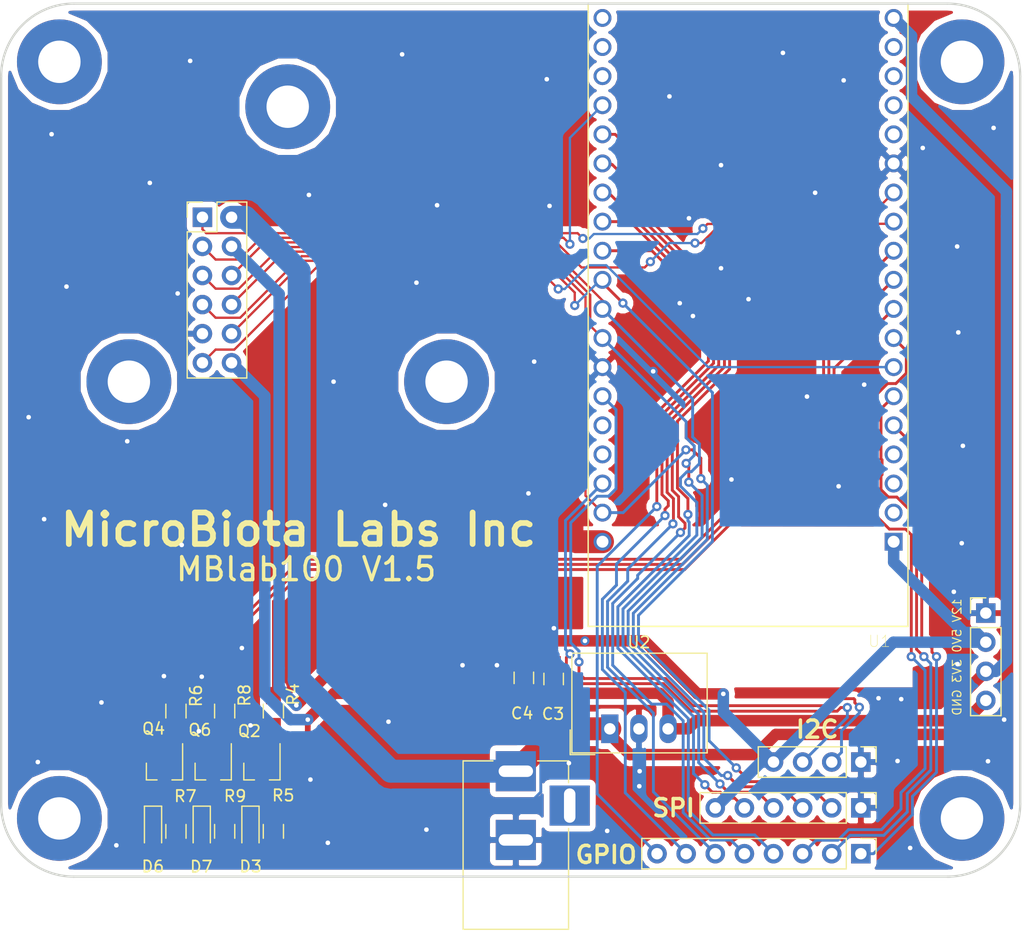
<source format=kicad_pcb>
(kicad_pcb (version 20171130) (host pcbnew "(5.0.0)")

  (general
    (thickness 1.6)
    (drawings 14)
    (tracks 560)
    (zones 0)
    (modules 29)
    (nets 35)
  )

  (page A4)
  (layers
    (0 F.Cu signal)
    (31 B.Cu signal)
    (32 B.Adhes user)
    (33 F.Adhes user)
    (34 B.Paste user)
    (35 F.Paste user)
    (36 B.SilkS user)
    (37 F.SilkS user)
    (38 B.Mask user)
    (39 F.Mask user)
    (40 Dwgs.User user)
    (41 Cmts.User user)
    (42 Eco1.User user)
    (43 Eco2.User user)
    (44 Edge.Cuts user)
    (45 Margin user)
    (46 B.CrtYd user)
    (47 F.CrtYd user)
    (48 B.Fab user hide)
    (49 F.Fab user hide)
  )

  (setup
    (last_trace_width 0.25)
    (user_trace_width 0.1524)
    (user_trace_width 0.2)
    (user_trace_width 0.35)
    (user_trace_width 0.5)
    (user_trace_width 0.75)
    (user_trace_width 1)
    (user_trace_width 1.5)
    (user_trace_width 2)
    (trace_clearance 0.2)
    (zone_clearance 0.2)
    (zone_45_only no)
    (trace_min 0.1524)
    (segment_width 0.2)
    (edge_width 0.2)
    (via_size 0.8)
    (via_drill 0.4)
    (via_min_size 0.4)
    (via_min_drill 0.3)
    (blind_buried_vias_allowed yes)
    (uvia_size 0.3)
    (uvia_drill 0.1)
    (uvias_allowed no)
    (uvia_min_size 0.2)
    (uvia_min_drill 0.1)
    (pcb_text_width 0.3)
    (pcb_text_size 1.5 1.5)
    (mod_edge_width 0.15)
    (mod_text_size 1 1)
    (mod_text_width 0.15)
    (pad_size 1 1)
    (pad_drill 0.6)
    (pad_to_mask_clearance 0.2)
    (aux_axis_origin 0 0)
    (visible_elements 7FFFFFFF)
    (pcbplotparams
      (layerselection 0x010fc_ffffffff)
      (usegerberextensions true)
      (usegerberattributes false)
      (usegerberadvancedattributes false)
      (creategerberjobfile false)
      (excludeedgelayer true)
      (linewidth 0.100000)
      (plotframeref false)
      (viasonmask false)
      (mode 1)
      (useauxorigin false)
      (hpglpennumber 1)
      (hpglpenspeed 20)
      (hpglpendiameter 15.000000)
      (psnegative false)
      (psa4output false)
      (plotreference true)
      (plotvalue true)
      (plotinvisibletext false)
      (padsonsilk false)
      (subtractmaskfromsilk false)
      (outputformat 1)
      (mirror false)
      (drillshape 0)
      (scaleselection 1)
      (outputdirectory "Gerbers_mlab100_Base_Panel_1.5/"))
  )

  (net 0 "")
  (net 1 +5V)
  (net 2 GND)
  (net 3 "Net-(D3-Pad2)")
  (net 4 "Net-(D3-Pad1)")
  (net 5 "Net-(D6-Pad2)")
  (net 6 "Net-(D6-Pad1)")
  (net 7 "Net-(D7-Pad1)")
  (net 8 "Net-(D7-Pad2)")
  (net 9 CTRL_3V3A)
  (net 10 SPI_CS_ADC)
  (net 11 SPI_SCL)
  (net 12 +3V3)
  (net 13 TEMP1W)
  (net 14 I2C_SCL)
  (net 15 I2C_SDA)
  (net 16 +12V)
  (net 17 IO0)
  (net 18 IO2)
  (net 19 IO4)
  (net 20 IO16)
  (net 21 IO17)
  (net 22 IO33)
  (net 23 I34)
  (net 24 I35)
  (net 25 CTRL_Heater)
  (net 26 LED_G)
  (net 27 LED_R)
  (net 28 LED_Y)
  (net 29 "Net-(Q2-Pad1)")
  (net 30 "Net-(Q4-Pad1)")
  (net 31 "Net-(Q6-Pad1)")
  (net 32 CTRL_470nm)
  (net 33 SPI_MOSI)
  (net 34 SPI_MISO)

  (net_class Default "This is the default net class."
    (clearance 0.2)
    (trace_width 0.25)
    (via_dia 0.8)
    (via_drill 0.4)
    (uvia_dia 0.3)
    (uvia_drill 0.1)
    (add_net +12V)
    (add_net +3V3)
    (add_net +5V)
    (add_net CTRL_3V3A)
    (add_net CTRL_470nm)
    (add_net CTRL_Heater)
    (add_net GND)
    (add_net I2C_SCL)
    (add_net I2C_SDA)
    (add_net I34)
    (add_net I35)
    (add_net IO0)
    (add_net IO16)
    (add_net IO17)
    (add_net IO2)
    (add_net IO33)
    (add_net IO4)
    (add_net LED_G)
    (add_net LED_R)
    (add_net LED_Y)
    (add_net "Net-(D3-Pad1)")
    (add_net "Net-(D3-Pad2)")
    (add_net "Net-(D6-Pad1)")
    (add_net "Net-(D6-Pad2)")
    (add_net "Net-(D7-Pad1)")
    (add_net "Net-(D7-Pad2)")
    (add_net "Net-(Q2-Pad1)")
    (add_net "Net-(Q4-Pad1)")
    (add_net "Net-(Q6-Pad1)")
    (add_net SPI_CS_ADC)
    (add_net SPI_MISO)
    (add_net SPI_MOSI)
    (add_net SPI_SCL)
    (add_net TEMP1W)
  )

  (module ESP32-DEVKITC-32D:MODULE_ESP32-DEVKITC-32D (layer F.Cu) (tedit 5C5145EC) (tstamp 5C515CC1)
    (at 65.16 27.21 180)
    (path /5C00F328)
    (fp_text reference U1 (at -11.4644 -28.446 180) (layer F.SilkS)
      (effects (font (size 1.00039 1.00039) (thickness 0.05)))
    )
    (fp_text value ESP32-DEVKITC-32D (at 0 24.25 180) (layer F.SilkS) hide
      (effects (font (size 1.00105 1.00105) (thickness 0.05)))
    )
    (fp_line (start -13.95 -27.15) (end 13.95 -27.15) (layer Dwgs.User) (width 0.127))
    (fp_line (start 13.95 -27.15) (end 13.95 27.25) (layer Dwgs.User) (width 0.127))
    (fp_line (start 13.95 27.25) (end -13.95 27.25) (layer Dwgs.User) (width 0.127))
    (fp_line (start -13.95 27.25) (end -13.95 -27.15) (layer Dwgs.User) (width 0.127))
    (fp_line (start -13.95 27.25) (end -13.95 -27.15) (layer F.SilkS) (width 0.127))
    (fp_line (start -13.95 -27.15) (end 13.95 -27.15) (layer F.SilkS) (width 0.127))
    (fp_line (start 13.95 -27.15) (end 13.95 27.25) (layer F.SilkS) (width 0.127))
    (fp_line (start 13.95 27.25) (end -13.95 27.25) (layer F.SilkS) (width 0.127))
    (fp_line (start -14.2 -27.4) (end 14.2 -27.4) (layer Eco1.User) (width 0.05))
    (fp_line (start 14.2 -27.4) (end 14.2 27.5) (layer Eco1.User) (width 0.05))
    (fp_line (start 14.2 27.5) (end -14.2 27.5) (layer Eco1.User) (width 0.05))
    (fp_line (start -14.2 27.5) (end -14.2 -27.4) (layer Eco1.User) (width 0.05))
    (fp_circle (center -14.6 -19.9) (end -14.46 -19.9) (layer Dwgs.User) (width 0.28))
    (fp_circle (center -14.6 -19.9) (end -14.46 -19.9) (layer Dwgs.User) (width 0.28))
    (pad 1 thru_hole rect (at -12.7 -19.76 180) (size 1.56 1.56) (drill 1.04) (layers *.Cu *.Mask)
      (net 12 +3V3))
    (pad 2 thru_hole circle (at -12.7 -17.22 180) (size 1.56 1.56) (drill 1.04) (layers *.Cu *.Mask))
    (pad 19 thru_hole circle (at -12.7 25.96 180) (size 1.56 1.56) (drill 1.04) (layers *.Cu *.Mask)
      (net 1 +5V))
    (pad 3 thru_hole circle (at -12.7 -14.68 180) (size 1.56 1.56) (drill 1.04) (layers *.Cu *.Mask))
    (pad 4 thru_hole circle (at -12.7 -12.14 180) (size 1.56 1.56) (drill 1.04) (layers *.Cu *.Mask))
    (pad 5 thru_hole circle (at -12.7 -9.6 180) (size 1.56 1.56) (drill 1.04) (layers *.Cu *.Mask)
      (net 23 I34))
    (pad 6 thru_hole circle (at -12.7 -7.06 180) (size 1.56 1.56) (drill 1.04) (layers *.Cu *.Mask)
      (net 24 I35))
    (pad 7 thru_hole circle (at -12.7 -4.52 180) (size 1.56 1.56) (drill 1.04) (layers *.Cu *.Mask)
      (net 25 CTRL_Heater))
    (pad 8 thru_hole circle (at -12.7 -1.98 180) (size 1.56 1.56) (drill 1.04) (layers *.Cu *.Mask)
      (net 22 IO33))
    (pad 9 thru_hole circle (at -12.7 0.56 180) (size 1.56 1.56) (drill 1.04) (layers *.Cu *.Mask)
      (net 26 LED_G))
    (pad 10 thru_hole circle (at -12.7 3.1 180) (size 1.56 1.56) (drill 1.04) (layers *.Cu *.Mask)
      (net 28 LED_Y))
    (pad 11 thru_hole circle (at -12.7 5.64 180) (size 1.56 1.56) (drill 1.04) (layers *.Cu *.Mask)
      (net 27 LED_R))
    (pad 12 thru_hole circle (at -12.7 8.18 180) (size 1.56 1.56) (drill 1.04) (layers *.Cu *.Mask)
      (net 9 CTRL_3V3A))
    (pad 13 thru_hole circle (at -12.7 10.72 180) (size 1.56 1.56) (drill 1.04) (layers *.Cu *.Mask)
      (net 32 CTRL_470nm))
    (pad 14 thru_hole circle (at -12.7 13.26 180) (size 1.56 1.56) (drill 1.04) (layers *.Cu *.Mask)
      (net 2 GND))
    (pad 15 thru_hole circle (at -12.7 15.8 180) (size 1.56 1.56) (drill 1.04) (layers *.Cu *.Mask))
    (pad 16 thru_hole circle (at -12.7 18.34 180) (size 1.56 1.56) (drill 1.04) (layers *.Cu *.Mask))
    (pad 17 thru_hole circle (at -12.7 20.88 180) (size 1.56 1.56) (drill 1.04) (layers *.Cu *.Mask))
    (pad 18 thru_hole circle (at -12.7 23.42 180) (size 1.56 1.56) (drill 1.04) (layers *.Cu *.Mask))
    (pad 20 thru_hole circle (at 12.7 -19.76 180) (size 1.56 1.56) (drill 1.04) (layers *.Cu *.Mask)
      (net 2 GND))
    (pad 21 thru_hole circle (at 12.7 -17.22 180) (size 1.56 1.56) (drill 1.04) (layers *.Cu *.Mask)
      (net 34 SPI_MISO))
    (pad 22 thru_hole circle (at 12.7 -14.68 180) (size 1.56 1.56) (drill 1.04) (layers *.Cu *.Mask)
      (net 14 I2C_SCL))
    (pad 23 thru_hole circle (at 12.7 -12.14 180) (size 1.56 1.56) (drill 1.04) (layers *.Cu *.Mask))
    (pad 24 thru_hole circle (at 12.7 -9.6 180) (size 1.56 1.56) (drill 1.04) (layers *.Cu *.Mask))
    (pad 25 thru_hole circle (at 12.7 -7.06 180) (size 1.56 1.56) (drill 1.04) (layers *.Cu *.Mask)
      (net 15 I2C_SDA))
    (pad 26 thru_hole circle (at 12.7 -4.52 180) (size 1.56 1.56) (drill 1.04) (layers *.Cu *.Mask)
      (net 2 GND))
    (pad 27 thru_hole circle (at 12.7 -1.98 180) (size 1.56 1.56) (drill 1.04) (layers *.Cu *.Mask)
      (net 33 SPI_MOSI))
    (pad 28 thru_hole circle (at 12.7 0.56 180) (size 1.56 1.56) (drill 1.04) (layers *.Cu *.Mask)
      (net 11 SPI_SCL))
    (pad 29 thru_hole circle (at 12.7 3.1 180) (size 1.56 1.56) (drill 1.04) (layers *.Cu *.Mask)
      (net 10 SPI_CS_ADC))
    (pad 30 thru_hole circle (at 12.7 5.64 180) (size 1.56 1.56) (drill 1.04) (layers *.Cu *.Mask)
      (net 21 IO17))
    (pad 31 thru_hole circle (at 12.7 8.18 180) (size 1.56 1.56) (drill 1.04) (layers *.Cu *.Mask)
      (net 20 IO16))
    (pad 32 thru_hole circle (at 12.7 10.72 180) (size 1.56 1.56) (drill 1.04) (layers *.Cu *.Mask)
      (net 19 IO4))
    (pad 33 thru_hole circle (at 12.7 13.26 180) (size 1.56 1.56) (drill 1.04) (layers *.Cu *.Mask)
      (net 17 IO0))
    (pad 34 thru_hole circle (at 12.7 15.8 180) (size 1.56 1.56) (drill 1.04) (layers *.Cu *.Mask)
      (net 18 IO2))
    (pad 35 thru_hole circle (at 12.7 18.34 180) (size 1.56 1.56) (drill 1.04) (layers *.Cu *.Mask)
      (net 13 TEMP1W))
    (pad 36 thru_hole circle (at 12.7 20.88 180) (size 1.56 1.56) (drill 1.04) (layers *.Cu *.Mask))
    (pad 37 thru_hole circle (at 12.7 23.42 180) (size 1.56 1.56) (drill 1.04) (layers *.Cu *.Mask))
    (pad 38 thru_hole circle (at 12.7 25.96 180) (size 1.56 1.56) (drill 1.04) (layers *.Cu *.Mask))
  )

  (module Converters_DCDC_ACDC:DCDC-Conv_RECOM_R-78E-0.5 (layer F.Cu) (tedit 5C23E6BC) (tstamp 5C085DCC)
    (at 53.1 63.3)
    (descr "DCDC-Converter, RECOM, 500mA, https://www.recom-power.com/pdf/Innoline/R-78Exx-0.5.pdf")
    (tags "dc-dc recom buck sip3")
    (path /5C00F447)
    (fp_text reference U2 (at 2.54 -7.55) (layer F.SilkS)
      (effects (font (size 1 1) (thickness 0.15)))
    )
    (fp_text value R-78E5.0-1.0 (at 2 3.5) (layer F.Fab)
      (effects (font (size 1 1) (thickness 0.15)))
    )
    (fp_line (start 8.39 2) (end 8.39 -6.5) (layer F.Fab) (width 0.1))
    (fp_line (start 8.39 -6.5) (end -3.21 -6.5) (layer F.Fab) (width 0.1))
    (fp_line (start -3.21 -6.5) (end -3.21 1) (layer F.Fab) (width 0.1))
    (fp_line (start -3.21 1) (end -2.21 2) (layer F.Fab) (width 0.1))
    (fp_line (start -2.21 2) (end 8.39 2) (layer F.Fab) (width 0.1))
    (fp_line (start -3.46 0.1) (end -3.46 2.25) (layer F.SilkS) (width 0.12))
    (fp_line (start -3.46 2.25) (end -1.31 2.25) (layer F.SilkS) (width 0.12))
    (fp_line (start -3.31 -6.6) (end -3.31 2.1) (layer F.SilkS) (width 0.12))
    (fp_line (start -3.31 2.1) (end 8.49 2.1) (layer F.SilkS) (width 0.12))
    (fp_line (start 8.49 2.1) (end 8.49 -6.6) (layer F.SilkS) (width 0.12))
    (fp_line (start 8.49 -6.6) (end -3.31 -6.6) (layer F.SilkS) (width 0.12))
    (fp_line (start -3.46 -6.75) (end -3.46 2.25) (layer F.CrtYd) (width 0.05))
    (fp_line (start -3.46 2.25) (end 8.64 2.25) (layer F.CrtYd) (width 0.05))
    (fp_line (start 8.64 2.25) (end 8.64 -6.75) (layer F.CrtYd) (width 0.05))
    (fp_line (start 8.64 -6.75) (end -3.46 -6.75) (layer F.CrtYd) (width 0.05))
    (fp_text user %R (at 2.5 -3) (layer F.Fab)
      (effects (font (size 1 1) (thickness 0.15)))
    )
    (pad 1 thru_hole rect (at 0 0) (size 1.5 2.5) (drill 1) (layers *.Cu *.Mask)
      (net 16 +12V))
    (pad 2 thru_hole oval (at 2.54 0) (size 1.5 2.5) (drill 1) (layers *.Cu *.Mask)
      (net 2 GND))
    (pad 3 thru_hole oval (at 5.08 0) (size 1.5 2.5) (drill 1) (layers *.Cu *.Mask)
      (net 1 +5V))
    (model ${KISYS3DMOD}/Converters_DCDC_ACDC.3dshapes/DCDC-Conv_RECOM_R-78E-0.5.wrl
      (at (xyz 0 0 0))
      (scale (xyz 1 1 1))
      (rotate (xyz 0 0 0))
    )
  )

  (module Resistors_SMD:R_0805_HandSoldering (layer F.Cu) (tedit 58E0A804) (tstamp 5C086889)
    (at 23.75 72.25 90)
    (descr "Resistor SMD 0805, hand soldering")
    (tags "resistor 0805")
    (path /5C04571C)
    (attr smd)
    (fp_text reference R5 (at 3.13 0.86 180) (layer F.SilkS)
      (effects (font (size 1 1) (thickness 0.15)))
    )
    (fp_text value 1k (at 0 1.75 90) (layer F.Fab)
      (effects (font (size 1 1) (thickness 0.15)))
    )
    (fp_line (start 2.35 0.9) (end -2.35 0.9) (layer F.CrtYd) (width 0.05))
    (fp_line (start 2.35 0.9) (end 2.35 -0.9) (layer F.CrtYd) (width 0.05))
    (fp_line (start -2.35 -0.9) (end -2.35 0.9) (layer F.CrtYd) (width 0.05))
    (fp_line (start -2.35 -0.9) (end 2.35 -0.9) (layer F.CrtYd) (width 0.05))
    (fp_line (start -0.6 -0.88) (end 0.6 -0.88) (layer F.SilkS) (width 0.12))
    (fp_line (start 0.6 0.88) (end -0.6 0.88) (layer F.SilkS) (width 0.12))
    (fp_line (start -1 -0.62) (end 1 -0.62) (layer F.Fab) (width 0.1))
    (fp_line (start 1 -0.62) (end 1 0.62) (layer F.Fab) (width 0.1))
    (fp_line (start 1 0.62) (end -1 0.62) (layer F.Fab) (width 0.1))
    (fp_line (start -1 0.62) (end -1 -0.62) (layer F.Fab) (width 0.1))
    (fp_text user %R (at 0 0 90) (layer F.Fab)
      (effects (font (size 0.5 0.5) (thickness 0.075)))
    )
    (pad 2 smd rect (at 1.35 0 90) (size 1.5 1.3) (layers F.Cu F.Paste F.Mask)
      (net 1 +5V))
    (pad 1 smd rect (at -1.35 0 90) (size 1.5 1.3) (layers F.Cu F.Paste F.Mask)
      (net 3 "Net-(D3-Pad2)"))
    (model ${KISYS3DMOD}/Resistors_SMD.3dshapes/R_0805.wrl
      (at (xyz 0 0 0))
      (scale (xyz 1 1 1))
      (rotate (xyz 0 0 0))
    )
  )

  (module Resistors_SMD:R_0805_HandSoldering (layer F.Cu) (tedit 58E0A804) (tstamp 5C56279B)
    (at 15.25 72.25 90)
    (descr "Resistor SMD 0805, hand soldering")
    (tags "resistor 0805")
    (path /5C052931)
    (attr smd)
    (fp_text reference R7 (at 3.07 0.82 180) (layer F.SilkS)
      (effects (font (size 1 1) (thickness 0.15)))
    )
    (fp_text value 1k (at 0 1.75 90) (layer F.Fab)
      (effects (font (size 1 1) (thickness 0.15)))
    )
    (fp_line (start 2.35 0.9) (end -2.35 0.9) (layer F.CrtYd) (width 0.05))
    (fp_line (start 2.35 0.9) (end 2.35 -0.9) (layer F.CrtYd) (width 0.05))
    (fp_line (start -2.35 -0.9) (end -2.35 0.9) (layer F.CrtYd) (width 0.05))
    (fp_line (start -2.35 -0.9) (end 2.35 -0.9) (layer F.CrtYd) (width 0.05))
    (fp_line (start -0.6 -0.88) (end 0.6 -0.88) (layer F.SilkS) (width 0.12))
    (fp_line (start 0.6 0.88) (end -0.6 0.88) (layer F.SilkS) (width 0.12))
    (fp_line (start -1 -0.62) (end 1 -0.62) (layer F.Fab) (width 0.1))
    (fp_line (start 1 -0.62) (end 1 0.62) (layer F.Fab) (width 0.1))
    (fp_line (start 1 0.62) (end -1 0.62) (layer F.Fab) (width 0.1))
    (fp_line (start -1 0.62) (end -1 -0.62) (layer F.Fab) (width 0.1))
    (fp_text user %R (at 0 0 90) (layer F.Fab)
      (effects (font (size 0.5 0.5) (thickness 0.075)))
    )
    (pad 2 smd rect (at 1.35 0 90) (size 1.5 1.3) (layers F.Cu F.Paste F.Mask)
      (net 1 +5V))
    (pad 1 smd rect (at -1.35 0 90) (size 1.5 1.3) (layers F.Cu F.Paste F.Mask)
      (net 5 "Net-(D6-Pad2)"))
    (model ${KISYS3DMOD}/Resistors_SMD.3dshapes/R_0805.wrl
      (at (xyz 0 0 0))
      (scale (xyz 1 1 1))
      (rotate (xyz 0 0 0))
    )
  )

  (module Pin_Headers:Pin_Header_Straight_1x04_Pitch2.54mm (layer F.Cu) (tedit 5C577EBA) (tstamp 5C086ED4)
    (at 85.9 53.2)
    (descr "Through hole straight pin header, 1x04, 2.54mm pitch, single row")
    (tags "Through hole pin header THT 1x04 2.54mm single row")
    (path /5C175AB5)
    (fp_text reference J1 (at 0 -2.33) (layer F.SilkS) hide
      (effects (font (size 1 1) (thickness 0.15)))
    )
    (fp_text value Conn_01x04 (at 0 9.95) (layer F.Fab)
      (effects (font (size 1 1) (thickness 0.15)))
    )
    (fp_line (start -0.635 -1.27) (end 1.27 -1.27) (layer F.Fab) (width 0.1))
    (fp_line (start 1.27 -1.27) (end 1.27 8.89) (layer F.Fab) (width 0.1))
    (fp_line (start 1.27 8.89) (end -1.27 8.89) (layer F.Fab) (width 0.1))
    (fp_line (start -1.27 8.89) (end -1.27 -0.635) (layer F.Fab) (width 0.1))
    (fp_line (start -1.27 -0.635) (end -0.635 -1.27) (layer F.Fab) (width 0.1))
    (fp_line (start -1.33 8.95) (end 1.33 8.95) (layer F.SilkS) (width 0.12))
    (fp_line (start -1.33 1.27) (end -1.33 8.95) (layer F.SilkS) (width 0.12))
    (fp_line (start 1.33 1.27) (end 1.33 8.95) (layer F.SilkS) (width 0.12))
    (fp_line (start -1.33 1.27) (end 1.33 1.27) (layer F.SilkS) (width 0.12))
    (fp_line (start -1.33 0) (end -1.33 -1.33) (layer F.SilkS) (width 0.12))
    (fp_line (start -1.33 -1.33) (end 0 -1.33) (layer F.SilkS) (width 0.12))
    (fp_line (start -1.8 -1.8) (end -1.8 9.4) (layer F.CrtYd) (width 0.05))
    (fp_line (start -1.8 9.4) (end 1.8 9.4) (layer F.CrtYd) (width 0.05))
    (fp_line (start 1.8 9.4) (end 1.8 -1.8) (layer F.CrtYd) (width 0.05))
    (fp_line (start 1.8 -1.8) (end -1.8 -1.8) (layer F.CrtYd) (width 0.05))
    (fp_text user %R (at 0 3.81 90) (layer F.Fab)
      (effects (font (size 1 1) (thickness 0.15)))
    )
    (pad 1 thru_hole rect (at 0 0) (size 1.7 1.7) (drill 1) (layers *.Cu *.Mask)
      (net 2 GND))
    (pad 2 thru_hole oval (at 0 2.54) (size 1.7 1.7) (drill 1) (layers *.Cu *.Mask)
      (net 12 +3V3))
    (pad 3 thru_hole oval (at 0 5.08) (size 1.7 1.7) (drill 1) (layers *.Cu *.Mask)
      (net 1 +5V))
    (pad 4 thru_hole oval (at 0 7.62) (size 1.7 1.7) (drill 1) (layers *.Cu *.Mask)
      (net 16 +12V))
    (model ${KISYS3DMOD}/Pin_Headers.3dshapes/Pin_Header_Straight_1x04_Pitch2.54mm.wrl
      (at (xyz 0 0 0))
      (scale (xyz 1 1 1))
      (rotate (xyz 0 0 0))
    )
  )

  (module TO_SOT_Packages_SMD:SOT-23_Handsoldering (layer F.Cu) (tedit 58CE4E7E) (tstamp 5C086788)
    (at 18.5 67 270)
    (descr "SOT-23, Handsoldering")
    (tags SOT-23)
    (path /5D234410)
    (attr smd)
    (fp_text reference Q6 (at -3.61 1.16) (layer F.SilkS)
      (effects (font (size 1 1) (thickness 0.15)))
    )
    (fp_text value DMN3404 (at 0 2.5 270) (layer F.Fab)
      (effects (font (size 1 1) (thickness 0.15)))
    )
    (fp_text user %R (at 0 0) (layer F.Fab)
      (effects (font (size 0.5 0.5) (thickness 0.075)))
    )
    (fp_line (start 0.76 1.58) (end 0.76 0.65) (layer F.SilkS) (width 0.12))
    (fp_line (start 0.76 -1.58) (end 0.76 -0.65) (layer F.SilkS) (width 0.12))
    (fp_line (start -2.7 -1.75) (end 2.7 -1.75) (layer F.CrtYd) (width 0.05))
    (fp_line (start 2.7 -1.75) (end 2.7 1.75) (layer F.CrtYd) (width 0.05))
    (fp_line (start 2.7 1.75) (end -2.7 1.75) (layer F.CrtYd) (width 0.05))
    (fp_line (start -2.7 1.75) (end -2.7 -1.75) (layer F.CrtYd) (width 0.05))
    (fp_line (start 0.76 -1.58) (end -2.4 -1.58) (layer F.SilkS) (width 0.12))
    (fp_line (start -0.7 -0.95) (end -0.7 1.5) (layer F.Fab) (width 0.1))
    (fp_line (start -0.15 -1.52) (end 0.7 -1.52) (layer F.Fab) (width 0.1))
    (fp_line (start -0.7 -0.95) (end -0.15 -1.52) (layer F.Fab) (width 0.1))
    (fp_line (start 0.7 -1.52) (end 0.7 1.52) (layer F.Fab) (width 0.1))
    (fp_line (start -0.7 1.52) (end 0.7 1.52) (layer F.Fab) (width 0.1))
    (fp_line (start 0.76 1.58) (end -0.7 1.58) (layer F.SilkS) (width 0.12))
    (pad 1 smd rect (at -1.5 -0.95 270) (size 1.9 0.8) (layers F.Cu F.Paste F.Mask)
      (net 31 "Net-(Q6-Pad1)"))
    (pad 2 smd rect (at -1.5 0.95 270) (size 1.9 0.8) (layers F.Cu F.Paste F.Mask)
      (net 2 GND))
    (pad 3 smd rect (at 1.5 0 270) (size 1.9 0.8) (layers F.Cu F.Paste F.Mask)
      (net 7 "Net-(D7-Pad1)"))
    (model ${KISYS3DMOD}/TO_SOT_Packages_SMD.3dshapes\SOT-23.wrl
      (at (xyz 0 0 0))
      (scale (xyz 1 1 1))
      (rotate (xyz 0 0 0))
    )
  )

  (module TO_SOT_Packages_SMD:SOT-23_Handsoldering (layer F.Cu) (tedit 58CE4E7E) (tstamp 5C08674C)
    (at 22.75 67 270)
    (descr "SOT-23, Handsoldering")
    (tags SOT-23)
    (path /5D234134)
    (attr smd)
    (fp_text reference Q2 (at -3.5 1.09 180) (layer F.SilkS)
      (effects (font (size 1 1) (thickness 0.15)))
    )
    (fp_text value DMN3404 (at 0 2.5 270) (layer F.Fab)
      (effects (font (size 1 1) (thickness 0.15)))
    )
    (fp_text user %R (at 0 0) (layer F.Fab)
      (effects (font (size 0.5 0.5) (thickness 0.075)))
    )
    (fp_line (start 0.76 1.58) (end 0.76 0.65) (layer F.SilkS) (width 0.12))
    (fp_line (start 0.76 -1.58) (end 0.76 -0.65) (layer F.SilkS) (width 0.12))
    (fp_line (start -2.7 -1.75) (end 2.7 -1.75) (layer F.CrtYd) (width 0.05))
    (fp_line (start 2.7 -1.75) (end 2.7 1.75) (layer F.CrtYd) (width 0.05))
    (fp_line (start 2.7 1.75) (end -2.7 1.75) (layer F.CrtYd) (width 0.05))
    (fp_line (start -2.7 1.75) (end -2.7 -1.75) (layer F.CrtYd) (width 0.05))
    (fp_line (start 0.76 -1.58) (end -2.4 -1.58) (layer F.SilkS) (width 0.12))
    (fp_line (start -0.7 -0.95) (end -0.7 1.5) (layer F.Fab) (width 0.1))
    (fp_line (start -0.15 -1.52) (end 0.7 -1.52) (layer F.Fab) (width 0.1))
    (fp_line (start -0.7 -0.95) (end -0.15 -1.52) (layer F.Fab) (width 0.1))
    (fp_line (start 0.7 -1.52) (end 0.7 1.52) (layer F.Fab) (width 0.1))
    (fp_line (start -0.7 1.52) (end 0.7 1.52) (layer F.Fab) (width 0.1))
    (fp_line (start 0.76 1.58) (end -0.7 1.58) (layer F.SilkS) (width 0.12))
    (pad 1 smd rect (at -1.5 -0.95 270) (size 1.9 0.8) (layers F.Cu F.Paste F.Mask)
      (net 29 "Net-(Q2-Pad1)"))
    (pad 2 smd rect (at -1.5 0.95 270) (size 1.9 0.8) (layers F.Cu F.Paste F.Mask)
      (net 2 GND))
    (pad 3 smd rect (at 1.5 0 270) (size 1.9 0.8) (layers F.Cu F.Paste F.Mask)
      (net 4 "Net-(D3-Pad1)"))
    (model ${KISYS3DMOD}/TO_SOT_Packages_SMD.3dshapes\SOT-23.wrl
      (at (xyz 0 0 0))
      (scale (xyz 1 1 1))
      (rotate (xyz 0 0 0))
    )
  )

  (module Pin_Headers:Pin_Header_Straight_1x08_Pitch2.54mm (layer F.Cu) (tedit 5C577EB7) (tstamp 5C086D1E)
    (at 75 74.2 270)
    (descr "Through hole straight pin header, 1x08, 2.54mm pitch, single row")
    (tags "Through hole pin header THT 1x08 2.54mm single row")
    (path /5D2330A6)
    (fp_text reference J5 (at 0 -2.33 270) (layer F.SilkS) hide
      (effects (font (size 1 1) (thickness 0.15)))
    )
    (fp_text value Conn_01x08_Male (at 0 20.11 270) (layer F.Fab)
      (effects (font (size 1 1) (thickness 0.15)))
    )
    (fp_line (start -0.635 -1.27) (end 1.27 -1.27) (layer F.Fab) (width 0.1))
    (fp_line (start 1.27 -1.27) (end 1.27 19.05) (layer F.Fab) (width 0.1))
    (fp_line (start 1.27 19.05) (end -1.27 19.05) (layer F.Fab) (width 0.1))
    (fp_line (start -1.27 19.05) (end -1.27 -0.635) (layer F.Fab) (width 0.1))
    (fp_line (start -1.27 -0.635) (end -0.635 -1.27) (layer F.Fab) (width 0.1))
    (fp_line (start -1.33 19.11) (end 1.33 19.11) (layer F.SilkS) (width 0.12))
    (fp_line (start -1.33 1.27) (end -1.33 19.11) (layer F.SilkS) (width 0.12))
    (fp_line (start 1.33 1.27) (end 1.33 19.11) (layer F.SilkS) (width 0.12))
    (fp_line (start -1.33 1.27) (end 1.33 1.27) (layer F.SilkS) (width 0.12))
    (fp_line (start -1.33 0) (end -1.33 -1.33) (layer F.SilkS) (width 0.12))
    (fp_line (start -1.33 -1.33) (end 0 -1.33) (layer F.SilkS) (width 0.12))
    (fp_line (start -1.8 -1.8) (end -1.8 19.55) (layer F.CrtYd) (width 0.05))
    (fp_line (start -1.8 19.55) (end 1.8 19.55) (layer F.CrtYd) (width 0.05))
    (fp_line (start 1.8 19.55) (end 1.8 -1.8) (layer F.CrtYd) (width 0.05))
    (fp_line (start 1.8 -1.8) (end -1.8 -1.8) (layer F.CrtYd) (width 0.05))
    (fp_text user %R (at 0 8.89) (layer F.Fab)
      (effects (font (size 1 1) (thickness 0.15)))
    )
    (pad 1 thru_hole rect (at 0 0 270) (size 1.7 1.7) (drill 1) (layers *.Cu *.Mask)
      (net 23 I34))
    (pad 2 thru_hole oval (at 0 2.54 270) (size 1.7 1.7) (drill 1) (layers *.Cu *.Mask)
      (net 24 I35))
    (pad 3 thru_hole oval (at 0 5.08 270) (size 1.7 1.7) (drill 1) (layers *.Cu *.Mask)
      (net 22 IO33))
    (pad 4 thru_hole oval (at 0 7.62 270) (size 1.7 1.7) (drill 1) (layers *.Cu *.Mask)
      (net 18 IO2))
    (pad 5 thru_hole oval (at 0 10.16 270) (size 1.7 1.7) (drill 1) (layers *.Cu *.Mask)
      (net 17 IO0))
    (pad 6 thru_hole oval (at 0 12.7 270) (size 1.7 1.7) (drill 1) (layers *.Cu *.Mask)
      (net 19 IO4))
    (pad 7 thru_hole oval (at 0 15.24 270) (size 1.7 1.7) (drill 1) (layers *.Cu *.Mask)
      (net 20 IO16))
    (pad 8 thru_hole oval (at 0 17.78 270) (size 1.7 1.7) (drill 1) (layers *.Cu *.Mask)
      (net 21 IO17))
    (model ${KISYS3DMOD}/Pin_Headers.3dshapes/Pin_Header_Straight_1x08_Pitch2.54mm.wrl
      (at (xyz 0 0 0))
      (scale (xyz 1 1 1))
      (rotate (xyz 0 0 0))
    )
  )

  (module TO_SOT_Packages_SMD:SOT-23_Handsoldering (layer F.Cu) (tedit 5C561ED7) (tstamp 5C086B9F)
    (at 14.25 67 270)
    (descr "SOT-23, Handsoldering")
    (tags SOT-23)
    (path /5D23438E)
    (attr smd)
    (fp_text reference Q4 (at -3.71 0.95) (layer F.SilkS)
      (effects (font (size 1 1) (thickness 0.15)))
    )
    (fp_text value DMN3404 (at 0 2.5 270) (layer F.Fab)
      (effects (font (size 1 1) (thickness 0.15)))
    )
    (fp_text user %R (at 0 0) (layer F.Fab)
      (effects (font (size 0.5 0.5) (thickness 0.075)))
    )
    (fp_line (start 0.76 1.58) (end 0.76 0.65) (layer F.SilkS) (width 0.12))
    (fp_line (start 0.76 -1.58) (end 0.76 -0.65) (layer F.SilkS) (width 0.12))
    (fp_line (start -2.7 -1.75) (end 2.7 -1.75) (layer F.CrtYd) (width 0.05))
    (fp_line (start 2.7 -1.75) (end 2.7 1.75) (layer F.CrtYd) (width 0.05))
    (fp_line (start 2.7 1.75) (end -2.7 1.75) (layer F.CrtYd) (width 0.05))
    (fp_line (start -2.7 1.75) (end -2.7 -1.75) (layer F.CrtYd) (width 0.05))
    (fp_line (start 0.76 -1.58) (end -2.4 -1.58) (layer F.SilkS) (width 0.12))
    (fp_line (start -0.7 -0.95) (end -0.7 1.5) (layer F.Fab) (width 0.1))
    (fp_line (start -0.15 -1.52) (end 0.7 -1.52) (layer F.Fab) (width 0.1))
    (fp_line (start -0.7 -0.95) (end -0.15 -1.52) (layer F.Fab) (width 0.1))
    (fp_line (start 0.7 -1.52) (end 0.7 1.52) (layer F.Fab) (width 0.1))
    (fp_line (start -0.7 1.52) (end 0.7 1.52) (layer F.Fab) (width 0.1))
    (fp_line (start 0.76 1.58) (end -0.7 1.58) (layer F.SilkS) (width 0.12))
    (pad 1 smd rect (at -1.5 -0.95 270) (size 1.9 0.8) (layers F.Cu F.Paste F.Mask)
      (net 30 "Net-(Q4-Pad1)"))
    (pad 2 smd rect (at -1.5 0.95 270) (size 1.9 0.8) (layers F.Cu F.Paste F.Mask)
      (net 2 GND))
    (pad 3 smd rect (at 1.5 0 270) (size 1.9 0.8) (layers F.Cu F.Paste F.Mask)
      (net 6 "Net-(D6-Pad1)"))
    (model ${KISYS3DMOD}/TO_SOT_Packages_SMD.3dshapes\SOT-23.wrl
      (at (xyz 0 0 0))
      (scale (xyz 1 1 1))
      (rotate (xyz 0 0 0))
    )
  )

  (module Capacitors_SMD:C_0805_HandSoldering (layer F.Cu) (tedit 58AA84A8) (tstamp 5C02040F)
    (at 45.6 58.85 90)
    (descr "Capacitor SMD 0805, hand soldering")
    (tags "capacitor 0805")
    (path /5C0187C5)
    (attr smd)
    (fp_text reference C4 (at -3.1 -0.15 180) (layer F.SilkS)
      (effects (font (size 1 1) (thickness 0.15)))
    )
    (fp_text value 1uF (at 0 1.75 90) (layer F.Fab)
      (effects (font (size 1 1) (thickness 0.15)))
    )
    (fp_text user %R (at 0 -1.75 90) (layer F.Fab)
      (effects (font (size 1 1) (thickness 0.15)))
    )
    (fp_line (start -1 0.62) (end -1 -0.62) (layer F.Fab) (width 0.1))
    (fp_line (start 1 0.62) (end -1 0.62) (layer F.Fab) (width 0.1))
    (fp_line (start 1 -0.62) (end 1 0.62) (layer F.Fab) (width 0.1))
    (fp_line (start -1 -0.62) (end 1 -0.62) (layer F.Fab) (width 0.1))
    (fp_line (start 0.5 -0.85) (end -0.5 -0.85) (layer F.SilkS) (width 0.12))
    (fp_line (start -0.5 0.85) (end 0.5 0.85) (layer F.SilkS) (width 0.12))
    (fp_line (start -2.25 -0.88) (end 2.25 -0.88) (layer F.CrtYd) (width 0.05))
    (fp_line (start -2.25 -0.88) (end -2.25 0.87) (layer F.CrtYd) (width 0.05))
    (fp_line (start 2.25 0.87) (end 2.25 -0.88) (layer F.CrtYd) (width 0.05))
    (fp_line (start 2.25 0.87) (end -2.25 0.87) (layer F.CrtYd) (width 0.05))
    (pad 1 smd rect (at -1.25 0 90) (size 1.5 1.25) (layers F.Cu F.Paste F.Mask)
      (net 1 +5V))
    (pad 2 smd rect (at 1.25 0 90) (size 1.5 1.25) (layers F.Cu F.Paste F.Mask)
      (net 2 GND))
    (model Capacitors_SMD.3dshapes/C_0805.wrl
      (at (xyz 0 0 0))
      (scale (xyz 1 1 1))
      (rotate (xyz 0 0 0))
    )
  )

  (module Capacitors_SMD:C_0805_HandSoldering (layer F.Cu) (tedit 58AA84A8) (tstamp 5C0203FE)
    (at 48.2 58.95 90)
    (descr "Capacitor SMD 0805, hand soldering")
    (tags "capacitor 0805")
    (path /5C01870E)
    (attr smd)
    (fp_text reference C3 (at -3.05 -0.05 180) (layer F.SilkS)
      (effects (font (size 1 1) (thickness 0.15)))
    )
    (fp_text value 10uF (at 0 1.75 90) (layer F.Fab)
      (effects (font (size 1 1) (thickness 0.15)))
    )
    (fp_line (start 2.25 0.87) (end -2.25 0.87) (layer F.CrtYd) (width 0.05))
    (fp_line (start 2.25 0.87) (end 2.25 -0.88) (layer F.CrtYd) (width 0.05))
    (fp_line (start -2.25 -0.88) (end -2.25 0.87) (layer F.CrtYd) (width 0.05))
    (fp_line (start -2.25 -0.88) (end 2.25 -0.88) (layer F.CrtYd) (width 0.05))
    (fp_line (start -0.5 0.85) (end 0.5 0.85) (layer F.SilkS) (width 0.12))
    (fp_line (start 0.5 -0.85) (end -0.5 -0.85) (layer F.SilkS) (width 0.12))
    (fp_line (start -1 -0.62) (end 1 -0.62) (layer F.Fab) (width 0.1))
    (fp_line (start 1 -0.62) (end 1 0.62) (layer F.Fab) (width 0.1))
    (fp_line (start 1 0.62) (end -1 0.62) (layer F.Fab) (width 0.1))
    (fp_line (start -1 0.62) (end -1 -0.62) (layer F.Fab) (width 0.1))
    (fp_text user %R (at 0 -1.75 90) (layer F.Fab)
      (effects (font (size 1 1) (thickness 0.15)))
    )
    (pad 2 smd rect (at 1.25 0 90) (size 1.5 1.25) (layers F.Cu F.Paste F.Mask)
      (net 2 GND))
    (pad 1 smd rect (at -1.25 0 90) (size 1.5 1.25) (layers F.Cu F.Paste F.Mask)
      (net 1 +5V))
    (model Capacitors_SMD.3dshapes/C_0805.wrl
      (at (xyz 0 0 0))
      (scale (xyz 1 1 1))
      (rotate (xyz 0 0 0))
    )
  )

  (module Resistors_SMD:R_0805_HandSoldering (layer F.Cu) (tedit 58E0A804) (tstamp 5C563370)
    (at 19.5 72.25 90)
    (descr "Resistor SMD 0805, hand soldering")
    (tags "resistor 0805")
    (path /5C055800)
    (attr smd)
    (fp_text reference R9 (at 3.08 0.91 180) (layer F.SilkS)
      (effects (font (size 1 1) (thickness 0.15)))
    )
    (fp_text value 1k (at 0 1.75 90) (layer F.Fab)
      (effects (font (size 1 1) (thickness 0.15)))
    )
    (fp_line (start 2.35 0.9) (end -2.35 0.9) (layer F.CrtYd) (width 0.05))
    (fp_line (start 2.35 0.9) (end 2.35 -0.9) (layer F.CrtYd) (width 0.05))
    (fp_line (start -2.35 -0.9) (end -2.35 0.9) (layer F.CrtYd) (width 0.05))
    (fp_line (start -2.35 -0.9) (end 2.35 -0.9) (layer F.CrtYd) (width 0.05))
    (fp_line (start -0.6 -0.88) (end 0.6 -0.88) (layer F.SilkS) (width 0.12))
    (fp_line (start 0.6 0.88) (end -0.6 0.88) (layer F.SilkS) (width 0.12))
    (fp_line (start -1 -0.62) (end 1 -0.62) (layer F.Fab) (width 0.1))
    (fp_line (start 1 -0.62) (end 1 0.62) (layer F.Fab) (width 0.1))
    (fp_line (start 1 0.62) (end -1 0.62) (layer F.Fab) (width 0.1))
    (fp_line (start -1 0.62) (end -1 -0.62) (layer F.Fab) (width 0.1))
    (fp_text user %R (at 0 0 90) (layer F.Fab)
      (effects (font (size 0.5 0.5) (thickness 0.075)))
    )
    (pad 2 smd rect (at 1.35 0 90) (size 1.5 1.3) (layers F.Cu F.Paste F.Mask)
      (net 1 +5V))
    (pad 1 smd rect (at -1.35 0 90) (size 1.5 1.3) (layers F.Cu F.Paste F.Mask)
      (net 8 "Net-(D7-Pad2)"))
    (model ${KISYS3DMOD}/Resistors_SMD.3dshapes/R_0805.wrl
      (at (xyz 0 0 0))
      (scale (xyz 1 1 1))
      (rotate (xyz 0 0 0))
    )
  )

  (module Pin_Headers:Pin_Header_Straight_1x04_Pitch2.54mm (layer F.Cu) (tedit 5C577EB3) (tstamp 5C083958)
    (at 75 66.2 270)
    (descr "Through hole straight pin header, 1x04, 2.54mm pitch, single row")
    (tags "Through hole pin header THT 1x04 2.54mm single row")
    (path /5D23F776)
    (fp_text reference J7 (at 0 -2.33 270) (layer F.SilkS) hide
      (effects (font (size 1 1) (thickness 0.15)))
    )
    (fp_text value Conn_01x04_Male (at 0 9.95 270) (layer F.Fab)
      (effects (font (size 1 1) (thickness 0.15)))
    )
    (fp_line (start -0.635 -1.27) (end 1.27 -1.27) (layer F.Fab) (width 0.1))
    (fp_line (start 1.27 -1.27) (end 1.27 8.89) (layer F.Fab) (width 0.1))
    (fp_line (start 1.27 8.89) (end -1.27 8.89) (layer F.Fab) (width 0.1))
    (fp_line (start -1.27 8.89) (end -1.27 -0.635) (layer F.Fab) (width 0.1))
    (fp_line (start -1.27 -0.635) (end -0.635 -1.27) (layer F.Fab) (width 0.1))
    (fp_line (start -1.33 8.95) (end 1.33 8.95) (layer F.SilkS) (width 0.12))
    (fp_line (start -1.33 1.27) (end -1.33 8.95) (layer F.SilkS) (width 0.12))
    (fp_line (start 1.33 1.27) (end 1.33 8.95) (layer F.SilkS) (width 0.12))
    (fp_line (start -1.33 1.27) (end 1.33 1.27) (layer F.SilkS) (width 0.12))
    (fp_line (start -1.33 0) (end -1.33 -1.33) (layer F.SilkS) (width 0.12))
    (fp_line (start -1.33 -1.33) (end 0 -1.33) (layer F.SilkS) (width 0.12))
    (fp_line (start -1.8 -1.8) (end -1.8 9.4) (layer F.CrtYd) (width 0.05))
    (fp_line (start -1.8 9.4) (end 1.8 9.4) (layer F.CrtYd) (width 0.05))
    (fp_line (start 1.8 9.4) (end 1.8 -1.8) (layer F.CrtYd) (width 0.05))
    (fp_line (start 1.8 -1.8) (end -1.8 -1.8) (layer F.CrtYd) (width 0.05))
    (fp_text user %R (at 0 3.81) (layer F.Fab)
      (effects (font (size 1 1) (thickness 0.15)))
    )
    (pad 1 thru_hole rect (at 0 0 270) (size 1.7 1.7) (drill 1) (layers *.Cu *.Mask)
      (net 2 GND))
    (pad 2 thru_hole oval (at 0 2.54 270) (size 1.7 1.7) (drill 1) (layers *.Cu *.Mask)
      (net 15 I2C_SDA))
    (pad 3 thru_hole oval (at 0 5.08 270) (size 1.7 1.7) (drill 1) (layers *.Cu *.Mask)
      (net 14 I2C_SCL))
    (pad 4 thru_hole oval (at 0 7.62 270) (size 1.7 1.7) (drill 1) (layers *.Cu *.Mask)
      (net 12 +3V3))
    (model ${KISYS3DMOD}/Pin_Headers.3dshapes/Pin_Header_Straight_1x04_Pitch2.54mm.wrl
      (at (xyz 0 0 0))
      (scale (xyz 1 1 1))
      (rotate (xyz 0 0 0))
    )
  )

  (module Pin_Headers:Pin_Header_Straight_2x06_Pitch2.54mm (layer F.Cu) (tedit 5C577FD3) (tstamp 5C4E4E98)
    (at 17.56 18.65)
    (descr "Through hole straight pin header, 2x06, 2.54mm pitch, double rows")
    (tags "Through hole pin header THT 2x06 2.54mm double row")
    (path /5CBDDE1F)
    (fp_text reference J2 (at 1.27 -2.33) (layer F.SilkS) hide
      (effects (font (size 1 1) (thickness 0.15)))
    )
    (fp_text value Conn_01x12_Female (at 1.27 15.03) (layer F.Fab)
      (effects (font (size 1 1) (thickness 0.15)))
    )
    (fp_text user %R (at 1.27 6.35 90) (layer F.Fab)
      (effects (font (size 1 1) (thickness 0.15)))
    )
    (fp_line (start 4.35 -1.8) (end -1.8 -1.8) (layer F.CrtYd) (width 0.05))
    (fp_line (start 4.35 14.5) (end 4.35 -1.8) (layer F.CrtYd) (width 0.05))
    (fp_line (start -1.8 14.5) (end 4.35 14.5) (layer F.CrtYd) (width 0.05))
    (fp_line (start -1.8 -1.8) (end -1.8 14.5) (layer F.CrtYd) (width 0.05))
    (fp_line (start -1.33 -1.33) (end 0 -1.33) (layer F.SilkS) (width 0.12))
    (fp_line (start -1.33 0) (end -1.33 -1.33) (layer F.SilkS) (width 0.12))
    (fp_line (start 1.27 -1.33) (end 3.87 -1.33) (layer F.SilkS) (width 0.12))
    (fp_line (start 1.27 1.27) (end 1.27 -1.33) (layer F.SilkS) (width 0.12))
    (fp_line (start -1.33 1.27) (end 1.27 1.27) (layer F.SilkS) (width 0.12))
    (fp_line (start 3.87 -1.33) (end 3.87 14.03) (layer F.SilkS) (width 0.12))
    (fp_line (start -1.33 1.27) (end -1.33 14.03) (layer F.SilkS) (width 0.12))
    (fp_line (start -1.33 14.03) (end 3.87 14.03) (layer F.SilkS) (width 0.12))
    (fp_line (start -1.27 0) (end 0 -1.27) (layer F.Fab) (width 0.1))
    (fp_line (start -1.27 13.97) (end -1.27 0) (layer F.Fab) (width 0.1))
    (fp_line (start 3.81 13.97) (end -1.27 13.97) (layer F.Fab) (width 0.1))
    (fp_line (start 3.81 -1.27) (end 3.81 13.97) (layer F.Fab) (width 0.1))
    (fp_line (start 0 -1.27) (end 3.81 -1.27) (layer F.Fab) (width 0.1))
    (pad 12 thru_hole oval (at 2.54 12.7) (size 1.7 1.7) (drill 1) (layers *.Cu *.Mask)
      (net 1 +5V))
    (pad 11 thru_hole oval (at 0 12.7) (size 1.7 1.7) (drill 1) (layers *.Cu *.Mask)
      (net 25 CTRL_Heater))
    (pad 10 thru_hole oval (at 2.54 10.16) (size 1.7 1.7) (drill 1) (layers *.Cu *.Mask)
      (net 10 SPI_CS_ADC))
    (pad 9 thru_hole oval (at 0 10.16) (size 1.7 1.7) (drill 1) (layers *.Cu *.Mask)
      (net 2 GND))
    (pad 8 thru_hole oval (at 2.54 7.62) (size 1.7 1.7) (drill 1) (layers *.Cu *.Mask)
      (net 33 SPI_MOSI))
    (pad 7 thru_hole oval (at 0 7.62) (size 1.7 1.7) (drill 1) (layers *.Cu *.Mask)
      (net 34 SPI_MISO))
    (pad 6 thru_hole oval (at 2.54 5.08) (size 1.7 1.7) (drill 1) (layers *.Cu *.Mask)
      (net 9 CTRL_3V3A))
    (pad 5 thru_hole oval (at 0 5.08) (size 1.7 1.7) (drill 1) (layers *.Cu *.Mask)
      (net 11 SPI_SCL))
    (pad 4 thru_hole oval (at 2.54 2.54) (size 1.7 1.7) (drill 1) (layers *.Cu *.Mask)
      (net 12 +3V3))
    (pad 3 thru_hole oval (at 0 2.54) (size 1.7 1.7) (drill 1) (layers *.Cu *.Mask)
      (net 13 TEMP1W))
    (pad 2 thru_hole oval (at 2.54 0) (size 1.7 1.7) (drill 1) (layers *.Cu *.Mask)
      (net 16 +12V))
    (pad 1 thru_hole rect (at 0 0) (size 1.7 1.7) (drill 1) (layers *.Cu *.Mask)
      (net 32 CTRL_470nm))
    (model ${KISYS3DMOD}/Pin_Headers.3dshapes/Pin_Header_Straight_2x06_Pitch2.54mm.wrl
      (at (xyz 0 0 0))
      (scale (xyz 1 1 1))
      (rotate (xyz 0 0 0))
    )
  )

  (module Pin_Headers:Pin_Header_Straight_1x06_Pitch2.54mm (layer F.Cu) (tedit 5C577EB5) (tstamp 5C4E4F07)
    (at 75 70.2 270)
    (descr "Through hole straight pin header, 1x06, 2.54mm pitch, single row")
    (tags "Through hole pin header THT 1x06 2.54mm single row")
    (path /5D6636AF)
    (fp_text reference J6 (at 0 -2.33 270) (layer F.SilkS) hide
      (effects (font (size 1 1) (thickness 0.15)))
    )
    (fp_text value Conn_01x06_Male (at 0 15.03 270) (layer F.Fab)
      (effects (font (size 1 1) (thickness 0.15)))
    )
    (fp_line (start -0.635 -1.27) (end 1.27 -1.27) (layer F.Fab) (width 0.1))
    (fp_line (start 1.27 -1.27) (end 1.27 13.97) (layer F.Fab) (width 0.1))
    (fp_line (start 1.27 13.97) (end -1.27 13.97) (layer F.Fab) (width 0.1))
    (fp_line (start -1.27 13.97) (end -1.27 -0.635) (layer F.Fab) (width 0.1))
    (fp_line (start -1.27 -0.635) (end -0.635 -1.27) (layer F.Fab) (width 0.1))
    (fp_line (start -1.33 14.03) (end 1.33 14.03) (layer F.SilkS) (width 0.12))
    (fp_line (start -1.33 1.27) (end -1.33 14.03) (layer F.SilkS) (width 0.12))
    (fp_line (start 1.33 1.27) (end 1.33 14.03) (layer F.SilkS) (width 0.12))
    (fp_line (start -1.33 1.27) (end 1.33 1.27) (layer F.SilkS) (width 0.12))
    (fp_line (start -1.33 0) (end -1.33 -1.33) (layer F.SilkS) (width 0.12))
    (fp_line (start -1.33 -1.33) (end 0 -1.33) (layer F.SilkS) (width 0.12))
    (fp_line (start -1.8 -1.8) (end -1.8 14.5) (layer F.CrtYd) (width 0.05))
    (fp_line (start -1.8 14.5) (end 1.8 14.5) (layer F.CrtYd) (width 0.05))
    (fp_line (start 1.8 14.5) (end 1.8 -1.8) (layer F.CrtYd) (width 0.05))
    (fp_line (start 1.8 -1.8) (end -1.8 -1.8) (layer F.CrtYd) (width 0.05))
    (fp_text user %R (at 0 6.35) (layer F.Fab)
      (effects (font (size 1 1) (thickness 0.15)))
    )
    (pad 1 thru_hole rect (at 0 0 270) (size 1.7 1.7) (drill 1) (layers *.Cu *.Mask)
      (net 2 GND))
    (pad 2 thru_hole oval (at 0 2.54 270) (size 1.7 1.7) (drill 1) (layers *.Cu *.Mask)
      (net 10 SPI_CS_ADC))
    (pad 3 thru_hole oval (at 0 5.08 270) (size 1.7 1.7) (drill 1) (layers *.Cu *.Mask)
      (net 34 SPI_MISO))
    (pad 4 thru_hole oval (at 0 7.62 270) (size 1.7 1.7) (drill 1) (layers *.Cu *.Mask)
      (net 33 SPI_MOSI))
    (pad 5 thru_hole oval (at 0 10.16 270) (size 1.7 1.7) (drill 1) (layers *.Cu *.Mask)
      (net 11 SPI_SCL))
    (pad 6 thru_hole oval (at 0 12.7 270) (size 1.7 1.7) (drill 1) (layers *.Cu *.Mask)
      (net 12 +3V3))
    (model ${KISYS3DMOD}/Pin_Headers.3dshapes/Pin_Header_Straight_1x06_Pitch2.54mm.wrl
      (at (xyz 0 0 0))
      (scale (xyz 1 1 1))
      (rotate (xyz 0 0 0))
    )
  )

  (module LEDs:LED_0805_HandSoldering (layer F.Cu) (tedit 5C561EDB) (tstamp 5C5632BE)
    (at 21.75 72.25 270)
    (descr "Resistor SMD 0805, hand soldering")
    (tags "resistor 0805")
    (path /5C04037D)
    (attr smd)
    (fp_text reference D3 (at 3.07 -0.02) (layer F.SilkS)
      (effects (font (size 1 1) (thickness 0.15)))
    )
    (fp_text value green (at 0 1.75 270) (layer F.Fab)
      (effects (font (size 1 1) (thickness 0.15)))
    )
    (fp_line (start -0.4 -0.4) (end -0.4 0.4) (layer F.Fab) (width 0.1))
    (fp_line (start -0.4 0) (end 0.2 -0.4) (layer F.Fab) (width 0.1))
    (fp_line (start 0.2 0.4) (end -0.4 0) (layer F.Fab) (width 0.1))
    (fp_line (start 0.2 -0.4) (end 0.2 0.4) (layer F.Fab) (width 0.1))
    (fp_line (start -1 0.62) (end -1 -0.62) (layer F.Fab) (width 0.1))
    (fp_line (start 1 0.62) (end -1 0.62) (layer F.Fab) (width 0.1))
    (fp_line (start 1 -0.62) (end 1 0.62) (layer F.Fab) (width 0.1))
    (fp_line (start -1 -0.62) (end 1 -0.62) (layer F.Fab) (width 0.1))
    (fp_line (start 1 0.75) (end -2.2 0.75) (layer F.SilkS) (width 0.12))
    (fp_line (start -2.2 -0.75) (end 1 -0.75) (layer F.SilkS) (width 0.12))
    (fp_line (start -2.35 -0.9) (end 2.35 -0.9) (layer F.CrtYd) (width 0.05))
    (fp_line (start -2.35 -0.9) (end -2.35 0.9) (layer F.CrtYd) (width 0.05))
    (fp_line (start 2.35 0.9) (end 2.35 -0.9) (layer F.CrtYd) (width 0.05))
    (fp_line (start 2.35 0.9) (end -2.35 0.9) (layer F.CrtYd) (width 0.05))
    (fp_line (start -2.2 -0.75) (end -2.2 0.75) (layer F.SilkS) (width 0.12))
    (pad 1 smd rect (at -1.35 0 270) (size 1.5 1.3) (layers F.Cu F.Paste F.Mask)
      (net 4 "Net-(D3-Pad1)"))
    (pad 2 smd rect (at 1.35 0 270) (size 1.5 1.3) (layers F.Cu F.Paste F.Mask)
      (net 3 "Net-(D3-Pad2)"))
    (model ${KISYS3DMOD}/LEDs.3dshapes/LED_0805.wrl
      (at (xyz 0 0 0))
      (scale (xyz 1 1 1))
      (rotate (xyz 0 0 0))
    )
  )

  (module LEDs:LED_0805_HandSoldering (layer F.Cu) (tedit 5C561ED9) (tstamp 5C4E61C5)
    (at 13.25 72.25 270)
    (descr "Resistor SMD 0805, hand soldering")
    (tags "resistor 0805")
    (path /5C052923)
    (attr smd)
    (fp_text reference D6 (at 3.07 0.01 180) (layer F.SilkS)
      (effects (font (size 1 1) (thickness 0.15)))
    )
    (fp_text value red (at 0 1.75 270) (layer F.Fab)
      (effects (font (size 1 1) (thickness 0.15)))
    )
    (fp_line (start -2.2 -0.75) (end -2.2 0.75) (layer F.SilkS) (width 0.12))
    (fp_line (start 2.35 0.9) (end -2.35 0.9) (layer F.CrtYd) (width 0.05))
    (fp_line (start 2.35 0.9) (end 2.35 -0.9) (layer F.CrtYd) (width 0.05))
    (fp_line (start -2.35 -0.9) (end -2.35 0.9) (layer F.CrtYd) (width 0.05))
    (fp_line (start -2.35 -0.9) (end 2.35 -0.9) (layer F.CrtYd) (width 0.05))
    (fp_line (start -2.2 -0.75) (end 1 -0.75) (layer F.SilkS) (width 0.12))
    (fp_line (start 1 0.75) (end -2.2 0.75) (layer F.SilkS) (width 0.12))
    (fp_line (start -1 -0.62) (end 1 -0.62) (layer F.Fab) (width 0.1))
    (fp_line (start 1 -0.62) (end 1 0.62) (layer F.Fab) (width 0.1))
    (fp_line (start 1 0.62) (end -1 0.62) (layer F.Fab) (width 0.1))
    (fp_line (start -1 0.62) (end -1 -0.62) (layer F.Fab) (width 0.1))
    (fp_line (start 0.2 -0.4) (end 0.2 0.4) (layer F.Fab) (width 0.1))
    (fp_line (start 0.2 0.4) (end -0.4 0) (layer F.Fab) (width 0.1))
    (fp_line (start -0.4 0) (end 0.2 -0.4) (layer F.Fab) (width 0.1))
    (fp_line (start -0.4 -0.4) (end -0.4 0.4) (layer F.Fab) (width 0.1))
    (pad 2 smd rect (at 1.35 0 270) (size 1.5 1.3) (layers F.Cu F.Paste F.Mask)
      (net 5 "Net-(D6-Pad2)"))
    (pad 1 smd rect (at -1.35 0 270) (size 1.5 1.3) (layers F.Cu F.Paste F.Mask)
      (net 6 "Net-(D6-Pad1)"))
    (model ${KISYS3DMOD}/LEDs.3dshapes/LED_0805.wrl
      (at (xyz 0 0 0))
      (scale (xyz 1 1 1))
      (rotate (xyz 0 0 0))
    )
  )

  (module LEDs:LED_0805_HandSoldering (layer F.Cu) (tedit 595FCA25) (tstamp 5C56258F)
    (at 17.5 72.25 270)
    (descr "Resistor SMD 0805, hand soldering")
    (tags "resistor 0805")
    (path /5C0557F2)
    (attr smd)
    (fp_text reference D7 (at 3.09 0.04) (layer F.SilkS)
      (effects (font (size 1 1) (thickness 0.15)))
    )
    (fp_text value yellow (at 0 1.75 270) (layer F.Fab)
      (effects (font (size 1 1) (thickness 0.15)))
    )
    (fp_line (start -0.4 -0.4) (end -0.4 0.4) (layer F.Fab) (width 0.1))
    (fp_line (start -0.4 0) (end 0.2 -0.4) (layer F.Fab) (width 0.1))
    (fp_line (start 0.2 0.4) (end -0.4 0) (layer F.Fab) (width 0.1))
    (fp_line (start 0.2 -0.4) (end 0.2 0.4) (layer F.Fab) (width 0.1))
    (fp_line (start -1 0.62) (end -1 -0.62) (layer F.Fab) (width 0.1))
    (fp_line (start 1 0.62) (end -1 0.62) (layer F.Fab) (width 0.1))
    (fp_line (start 1 -0.62) (end 1 0.62) (layer F.Fab) (width 0.1))
    (fp_line (start -1 -0.62) (end 1 -0.62) (layer F.Fab) (width 0.1))
    (fp_line (start 1 0.75) (end -2.2 0.75) (layer F.SilkS) (width 0.12))
    (fp_line (start -2.2 -0.75) (end 1 -0.75) (layer F.SilkS) (width 0.12))
    (fp_line (start -2.35 -0.9) (end 2.35 -0.9) (layer F.CrtYd) (width 0.05))
    (fp_line (start -2.35 -0.9) (end -2.35 0.9) (layer F.CrtYd) (width 0.05))
    (fp_line (start 2.35 0.9) (end 2.35 -0.9) (layer F.CrtYd) (width 0.05))
    (fp_line (start 2.35 0.9) (end -2.35 0.9) (layer F.CrtYd) (width 0.05))
    (fp_line (start -2.2 -0.75) (end -2.2 0.75) (layer F.SilkS) (width 0.12))
    (pad 1 smd rect (at -1.35 0 270) (size 1.5 1.3) (layers F.Cu F.Paste F.Mask)
      (net 7 "Net-(D7-Pad1)"))
    (pad 2 smd rect (at 1.35 0 270) (size 1.5 1.3) (layers F.Cu F.Paste F.Mask)
      (net 8 "Net-(D7-Pad2)"))
    (model ${KISYS3DMOD}/LEDs.3dshapes/LED_0805.wrl
      (at (xyz 0 0 0))
      (scale (xyz 1 1 1))
      (rotate (xyz 0 0 0))
    )
  )

  (module Mounting_Holes:MountingHole_3.7mm_Pad (layer F.Cu) (tedit 5C5145DF) (tstamp 5C4E7110)
    (at 5.08 5.08)
    (descr "Mounting Hole 3.7mm")
    (tags "mounting hole 3.7mm")
    (path /5C3DEE68)
    (attr virtual)
    (fp_text reference MH1 (at 0 -4.7) (layer F.SilkS) hide
      (effects (font (size 1 1) (thickness 0.15)))
    )
    (fp_text value MountingHole (at 0 4.7) (layer F.Fab)
      (effects (font (size 1 1) (thickness 0.15)))
    )
    (fp_circle (center 0 0) (end 3.95 0) (layer F.CrtYd) (width 0.05))
    (fp_circle (center 0 0) (end 3.7 0) (layer Cmts.User) (width 0.15))
    (fp_text user %R (at 0.3 0) (layer F.Fab)
      (effects (font (size 1 1) (thickness 0.15)))
    )
    (pad 1 thru_hole circle (at 0 0) (size 7.4 7.4) (drill 3.7) (layers *.Cu *.Mask))
  )

  (module Mounting_Holes:MountingHole_3.7mm_Pad (layer F.Cu) (tedit 5C5145F5) (tstamp 5C4E7117)
    (at 5.08 71.12)
    (descr "Mounting Hole 3.7mm")
    (tags "mounting hole 3.7mm")
    (path /5C3DEE7D)
    (attr virtual)
    (fp_text reference MH2 (at 0 -4.7) (layer F.SilkS) hide
      (effects (font (size 1 1) (thickness 0.15)))
    )
    (fp_text value MountingHole (at 0 4.7) (layer F.Fab)
      (effects (font (size 1 1) (thickness 0.15)))
    )
    (fp_text user %R (at 0.3 0) (layer F.Fab)
      (effects (font (size 1 1) (thickness 0.15)))
    )
    (fp_circle (center 0 0) (end 3.7 0) (layer Cmts.User) (width 0.15))
    (fp_circle (center 0 0) (end 3.95 0) (layer F.CrtYd) (width 0.05))
    (pad 1 thru_hole circle (at 0 0) (size 7.4 7.4) (drill 3.7) (layers *.Cu *.Mask))
  )

  (module Mounting_Holes:MountingHole_3.7mm_Pad (layer F.Cu) (tedit 5C5145F3) (tstamp 5C4E711E)
    (at 83.82 71.12)
    (descr "Mounting Hole 3.7mm")
    (tags "mounting hole 3.7mm")
    (path /5C3DEA79)
    (attr virtual)
    (fp_text reference MH3 (at 0 -4.7) (layer F.SilkS) hide
      (effects (font (size 1 1) (thickness 0.15)))
    )
    (fp_text value MountingHole (at 0 4.7) (layer F.Fab)
      (effects (font (size 1 1) (thickness 0.15)))
    )
    (fp_text user %R (at 0.3 0) (layer F.Fab)
      (effects (font (size 1 1) (thickness 0.15)))
    )
    (fp_circle (center 0 0) (end 3.7 0) (layer Cmts.User) (width 0.15))
    (fp_circle (center 0 0) (end 3.95 0) (layer F.CrtYd) (width 0.05))
    (pad 1 thru_hole circle (at 0 0) (size 7.4 7.4) (drill 3.7) (layers *.Cu *.Mask))
  )

  (module Mounting_Holes:MountingHole_3.7mm_Pad (layer F.Cu) (tedit 5C5145E8) (tstamp 5C4E7125)
    (at 83.82 5.08)
    (descr "Mounting Hole 3.7mm")
    (tags "mounting hole 3.7mm")
    (path /5C3DED5B)
    (attr virtual)
    (fp_text reference MH4 (at 0 -4.7) (layer F.SilkS) hide
      (effects (font (size 1 1) (thickness 0.15)))
    )
    (fp_text value MountingHole (at 0 4.7) (layer F.Fab)
      (effects (font (size 1 1) (thickness 0.15)))
    )
    (fp_text user %R (at 0.3 0) (layer F.Fab)
      (effects (font (size 1 1) (thickness 0.15)))
    )
    (fp_circle (center 0 0) (end 3.7 0) (layer Cmts.User) (width 0.15))
    (fp_circle (center 0 0) (end 3.95 0) (layer F.CrtYd) (width 0.05))
    (pad 1 thru_hole circle (at 0 0) (size 7.4 7.4) (drill 3.7) (layers *.Cu *.Mask))
  )

  (module Mounting_Holes:MountingHole_3.7mm_Pad (layer F.Cu) (tedit 5C5145E4) (tstamp 5C4E712C)
    (at 38.8564 33)
    (descr "Mounting Hole 3.7mm")
    (tags "mounting hole 3.7mm")
    (path /5C3DEC53)
    (attr virtual)
    (fp_text reference MH5 (at 0 -4.7) (layer F.SilkS) hide
      (effects (font (size 1 1) (thickness 0.15)))
    )
    (fp_text value MountingHole (at 0 4.7) (layer F.Fab)
      (effects (font (size 1 1) (thickness 0.15)))
    )
    (fp_circle (center 0 0) (end 3.95 0) (layer F.CrtYd) (width 0.05))
    (fp_circle (center 0 0) (end 3.7 0) (layer Cmts.User) (width 0.15))
    (fp_text user %R (at 0.3 0) (layer F.Fab)
      (effects (font (size 1 1) (thickness 0.15)))
    )
    (pad 1 thru_hole circle (at 0 0) (size 7.4 7.4) (drill 3.7) (layers *.Cu *.Mask))
  )

  (module Mounting_Holes:MountingHole_3.7mm_Pad (layer F.Cu) (tedit 5C5145D8) (tstamp 5C4E7133)
    (at 11.1436 33)
    (descr "Mounting Hole 3.7mm")
    (tags "mounting hole 3.7mm")
    (path /5C3DECD3)
    (attr virtual)
    (fp_text reference MH6 (at 0 -4.7) (layer F.SilkS) hide
      (effects (font (size 1 1) (thickness 0.15) italic))
    )
    (fp_text value MountingHole (at 0 4.7) (layer F.Fab)
      (effects (font (size 1 1) (thickness 0.15)))
    )
    (fp_circle (center 0 0) (end 3.95 0) (layer F.CrtYd) (width 0.05))
    (fp_circle (center 0 0) (end 3.7 0) (layer Cmts.User) (width 0.15))
    (fp_text user %R (at 0.3 0) (layer F.Fab)
      (effects (font (size 1 1) (thickness 0.15)))
    )
    (pad 1 thru_hole circle (at 0 0) (size 7.4 7.4) (drill 3.7) (layers *.Cu *.Mask))
  )

  (module Mounting_Holes:MountingHole_3.7mm_Pad (layer F.Cu) (tedit 5C5145E1) (tstamp 5C4E713A)
    (at 25 9)
    (descr "Mounting Hole 3.7mm")
    (tags "mounting hole 3.7mm")
    (path /5C3DEE6F)
    (attr virtual)
    (fp_text reference MH7 (at 0 -4.7) (layer F.SilkS) hide
      (effects (font (size 1 1) (thickness 0.15)))
    )
    (fp_text value MountingHole (at 0 4.7) (layer F.Fab)
      (effects (font (size 1 1) (thickness 0.15)))
    )
    (fp_text user %R (at 0.3 0) (layer F.Fab)
      (effects (font (size 1 1) (thickness 0.15)))
    )
    (fp_circle (center 0 0) (end 3.7 0) (layer Cmts.User) (width 0.15))
    (fp_circle (center 0 0) (end 3.95 0) (layer F.CrtYd) (width 0.05))
    (pad 1 thru_hole circle (at 0 0) (size 7.4 7.4) (drill 3.7) (layers *.Cu *.Mask))
  )

  (module Resistors_SMD:R_0805_HandSoldering (layer F.Cu) (tedit 58E0A804) (tstamp 5C5630F9)
    (at 23.75 61.75 270)
    (descr "Resistor SMD 0805, hand soldering")
    (tags "resistor 0805")
    (path /5C050D98)
    (attr smd)
    (fp_text reference R4 (at -1.46 -1.72 270) (layer F.SilkS)
      (effects (font (size 1 1) (thickness 0.15)))
    )
    (fp_text value 3k3 (at 0 1.75 270) (layer F.Fab)
      (effects (font (size 1 1) (thickness 0.15)))
    )
    (fp_text user %R (at 0 0 270) (layer F.Fab)
      (effects (font (size 0.5 0.5) (thickness 0.075)))
    )
    (fp_line (start -1 0.62) (end -1 -0.62) (layer F.Fab) (width 0.1))
    (fp_line (start 1 0.62) (end -1 0.62) (layer F.Fab) (width 0.1))
    (fp_line (start 1 -0.62) (end 1 0.62) (layer F.Fab) (width 0.1))
    (fp_line (start -1 -0.62) (end 1 -0.62) (layer F.Fab) (width 0.1))
    (fp_line (start 0.6 0.88) (end -0.6 0.88) (layer F.SilkS) (width 0.12))
    (fp_line (start -0.6 -0.88) (end 0.6 -0.88) (layer F.SilkS) (width 0.12))
    (fp_line (start -2.35 -0.9) (end 2.35 -0.9) (layer F.CrtYd) (width 0.05))
    (fp_line (start -2.35 -0.9) (end -2.35 0.9) (layer F.CrtYd) (width 0.05))
    (fp_line (start 2.35 0.9) (end 2.35 -0.9) (layer F.CrtYd) (width 0.05))
    (fp_line (start 2.35 0.9) (end -2.35 0.9) (layer F.CrtYd) (width 0.05))
    (pad 1 smd rect (at -1.35 0 270) (size 1.5 1.3) (layers F.Cu F.Paste F.Mask)
      (net 26 LED_G))
    (pad 2 smd rect (at 1.35 0 270) (size 1.5 1.3) (layers F.Cu F.Paste F.Mask)
      (net 29 "Net-(Q2-Pad1)"))
    (model ${KISYS3DMOD}/Resistors_SMD.3dshapes/R_0805.wrl
      (at (xyz 0 0 0))
      (scale (xyz 1 1 1))
      (rotate (xyz 0 0 0))
    )
  )

  (module Resistors_SMD:R_0805_HandSoldering (layer F.Cu) (tedit 58E0A804) (tstamp 5C56316C)
    (at 15.25 61.75 270)
    (descr "Resistor SMD 0805, hand soldering")
    (tags "resistor 0805")
    (path /5C05293E)
    (attr smd)
    (fp_text reference R6 (at -1.33 -1.75 270) (layer F.SilkS)
      (effects (font (size 1 1) (thickness 0.15)))
    )
    (fp_text value 3k3 (at 0 1.75 270) (layer F.Fab)
      (effects (font (size 1 1) (thickness 0.15)))
    )
    (fp_line (start 2.35 0.9) (end -2.35 0.9) (layer F.CrtYd) (width 0.05))
    (fp_line (start 2.35 0.9) (end 2.35 -0.9) (layer F.CrtYd) (width 0.05))
    (fp_line (start -2.35 -0.9) (end -2.35 0.9) (layer F.CrtYd) (width 0.05))
    (fp_line (start -2.35 -0.9) (end 2.35 -0.9) (layer F.CrtYd) (width 0.05))
    (fp_line (start -0.6 -0.88) (end 0.6 -0.88) (layer F.SilkS) (width 0.12))
    (fp_line (start 0.6 0.88) (end -0.6 0.88) (layer F.SilkS) (width 0.12))
    (fp_line (start -1 -0.62) (end 1 -0.62) (layer F.Fab) (width 0.1))
    (fp_line (start 1 -0.62) (end 1 0.62) (layer F.Fab) (width 0.1))
    (fp_line (start 1 0.62) (end -1 0.62) (layer F.Fab) (width 0.1))
    (fp_line (start -1 0.62) (end -1 -0.62) (layer F.Fab) (width 0.1))
    (fp_text user %R (at 0 0 270) (layer F.Fab)
      (effects (font (size 0.5 0.5) (thickness 0.075)))
    )
    (pad 2 smd rect (at 1.35 0 270) (size 1.5 1.3) (layers F.Cu F.Paste F.Mask)
      (net 30 "Net-(Q4-Pad1)"))
    (pad 1 smd rect (at -1.35 0 270) (size 1.5 1.3) (layers F.Cu F.Paste F.Mask)
      (net 27 LED_R))
    (model ${KISYS3DMOD}/Resistors_SMD.3dshapes/R_0805.wrl
      (at (xyz 0 0 0))
      (scale (xyz 1 1 1))
      (rotate (xyz 0 0 0))
    )
  )

  (module Resistors_SMD:R_0805_HandSoldering (layer F.Cu) (tedit 58E0A804) (tstamp 5C562FF5)
    (at 19.5 61.75 270)
    (descr "Resistor SMD 0805, hand soldering")
    (tags "resistor 0805")
    (path /5C05580D)
    (attr smd)
    (fp_text reference R8 (at -1.38 -1.73 270) (layer F.SilkS)
      (effects (font (size 1 1) (thickness 0.15)))
    )
    (fp_text value 3k3 (at 0 1.75 270) (layer F.Fab)
      (effects (font (size 1 1) (thickness 0.15)))
    )
    (fp_text user %R (at 0 0 270) (layer F.Fab)
      (effects (font (size 0.5 0.5) (thickness 0.075)))
    )
    (fp_line (start -1 0.62) (end -1 -0.62) (layer F.Fab) (width 0.1))
    (fp_line (start 1 0.62) (end -1 0.62) (layer F.Fab) (width 0.1))
    (fp_line (start 1 -0.62) (end 1 0.62) (layer F.Fab) (width 0.1))
    (fp_line (start -1 -0.62) (end 1 -0.62) (layer F.Fab) (width 0.1))
    (fp_line (start 0.6 0.88) (end -0.6 0.88) (layer F.SilkS) (width 0.12))
    (fp_line (start -0.6 -0.88) (end 0.6 -0.88) (layer F.SilkS) (width 0.12))
    (fp_line (start -2.35 -0.9) (end 2.35 -0.9) (layer F.CrtYd) (width 0.05))
    (fp_line (start -2.35 -0.9) (end -2.35 0.9) (layer F.CrtYd) (width 0.05))
    (fp_line (start 2.35 0.9) (end 2.35 -0.9) (layer F.CrtYd) (width 0.05))
    (fp_line (start 2.35 0.9) (end -2.35 0.9) (layer F.CrtYd) (width 0.05))
    (pad 1 smd rect (at -1.35 0 270) (size 1.5 1.3) (layers F.Cu F.Paste F.Mask)
      (net 28 LED_Y))
    (pad 2 smd rect (at 1.35 0 270) (size 1.5 1.3) (layers F.Cu F.Paste F.Mask)
      (net 31 "Net-(Q6-Pad1)"))
    (model ${KISYS3DMOD}/Resistors_SMD.3dshapes/R_0805.wrl
      (at (xyz 0 0 0))
      (scale (xyz 1 1 1))
      (rotate (xyz 0 0 0))
    )
  )

  (module Connectors:BARREL_JACK (layer F.Cu) (tedit 5C578F9E) (tstamp 5C578C2B)
    (at 44.9 67 90)
    (descr "DC Barrel Jack")
    (tags "Power Jack")
    (path /5C198185)
    (fp_text reference J4 (at -8.45 5.75 270) (layer F.SilkS) hide
      (effects (font (size 1 1) (thickness 0.15)))
    )
    (fp_text value Conn_01x02_Male (at -6.2 -5.5 90) (layer F.Fab)
      (effects (font (size 1 1) (thickness 0.15)))
    )
    (fp_line (start 0.8 -4.5) (end -13.7 -4.5) (layer F.Fab) (width 0.1))
    (fp_line (start 0.8 4.5) (end 0.8 -4.5) (layer F.Fab) (width 0.1))
    (fp_line (start -13.7 4.5) (end 0.8 4.5) (layer F.Fab) (width 0.1))
    (fp_line (start -13.7 -4.5) (end -13.7 4.5) (layer F.Fab) (width 0.1))
    (fp_line (start -10.2 -4.5) (end -10.2 4.5) (layer F.Fab) (width 0.1))
    (fp_line (start 0.9 -4.6) (end 0.9 -2) (layer F.SilkS) (width 0.12))
    (fp_line (start -13.8 -4.6) (end 0.9 -4.6) (layer F.SilkS) (width 0.12))
    (fp_line (start 0.9 4.6) (end -1 4.6) (layer F.SilkS) (width 0.12))
    (fp_line (start 0.9 1.9) (end 0.9 4.6) (layer F.SilkS) (width 0.12))
    (fp_line (start -13.8 4.6) (end -13.8 -4.6) (layer F.SilkS) (width 0.12))
    (fp_line (start -5 4.6) (end -13.8 4.6) (layer F.SilkS) (width 0.12))
    (fp_line (start -14 4.75) (end -14 -4.75) (layer F.CrtYd) (width 0.05))
    (fp_line (start -5 4.75) (end -14 4.75) (layer F.CrtYd) (width 0.05))
    (fp_line (start -5 6.75) (end -5 4.75) (layer F.CrtYd) (width 0.05))
    (fp_line (start -1 6.75) (end -5 6.75) (layer F.CrtYd) (width 0.05))
    (fp_line (start -1 4.75) (end -1 6.75) (layer F.CrtYd) (width 0.05))
    (fp_line (start 1 4.75) (end -1 4.75) (layer F.CrtYd) (width 0.05))
    (fp_line (start 1 2) (end 1 4.75) (layer F.CrtYd) (width 0.05))
    (fp_line (start 2 2) (end 1 2) (layer F.CrtYd) (width 0.05))
    (fp_line (start 2 -2) (end 2 2) (layer F.CrtYd) (width 0.05))
    (fp_line (start 1 -2) (end 2 -2) (layer F.CrtYd) (width 0.05))
    (fp_line (start 1 -4.5) (end 1 -2) (layer F.CrtYd) (width 0.05))
    (fp_line (start 1 -4.75) (end -14 -4.75) (layer F.CrtYd) (width 0.05))
    (fp_line (start 1 -4.5) (end 1 -4.75) (layer F.CrtYd) (width 0.05))
    (pad 3 thru_hole rect (at -3 4.7 90) (size 3.5 3.5) (drill oval 3 1) (layers *.Cu *.Mask))
    (pad 2 thru_hole rect (at -6 0 90) (size 3.5 3.5) (drill oval 1 3) (layers *.Cu *.Mask)
      (net 2 GND))
    (pad 1 thru_hole rect (at 0 0 90) (size 3.5 3.5) (drill oval 1 3) (layers *.Cu *.Mask)
      (net 16 +12V))
  )

  (gr_text I2C (at 71.19 63.35) (layer F.SilkS) (tstamp 5C57BC51)
    (effects (font (size 1.5 1.5) (thickness 0.3)))
  )
  (gr_text SPI (at 58.66 70.21) (layer F.SilkS) (tstamp 5C57BC4D)
    (effects (font (size 1.5 1.5) (thickness 0.3)))
  )
  (gr_text GPIO (at 52.78 74.29) (layer F.SilkS)
    (effects (font (size 1.5 1.5) (thickness 0.3)))
  )
  (gr_text "12V 5V0 3V3 GND" (at 83.39 57.04 90) (layer F.SilkS)
    (effects (font (size 0.75 0.75) (thickness 0.1)) (justify mirror))
  )
  (gr_text "MBlab100 V1.5" (at 26.61 49.37) (layer F.SilkS)
    (effects (font (size 2 2) (thickness 0.3)))
  )
  (gr_text "MicroBiota Labs Inc\n" (at 25.94 45.92) (layer F.SilkS)
    (effects (font (size 2.75 2.75) (thickness 0.5)))
  )
  (gr_line (start 88.9 6.35) (end 88.9 69.85) (layer Edge.Cuts) (width 0.2) (tstamp 5C00C210))
  (gr_line (start 6.35 0) (end 82.55 0) (layer Edge.Cuts) (width 0.2) (tstamp 5C00C213))
  (gr_line (start 0 69.85) (end 0 6.35) (layer Edge.Cuts) (width 0.2) (tstamp 5C00C21C))
  (gr_line (start 82.8 76.2) (end 6.31 76.2) (layer Edge.Cuts) (width 0.2) (tstamp 5C00C219))
  (gr_arc (start 6.35 6.35) (end 6.35 0) (angle -90) (layer Edge.Cuts) (width 0.2) (tstamp 5C00C20D))
  (gr_arc (start 82.55 6.35) (end 88.9 6.35) (angle -90) (layer Edge.Cuts) (width 0.2) (tstamp 5C00C21F))
  (gr_arc (start 82.55 69.85) (end 82.55 76.2) (angle -90) (layer Edge.Cuts) (width 0.2) (tstamp 5C00C225))
  (gr_arc (start 6.35 69.85) (end 0 69.85) (angle -90) (layer Edge.Cuts) (width 0.2) (tstamp 5C00C222))

  (segment (start 85.9 58.28) (end 86.78 58.28) (width 1) (layer B.Cu) (net 1) (status 10))
  (segment (start 86.78 58.28) (end 87.7 57.36) (width 1) (layer B.Cu) (net 1))
  (segment (start 58.18 60.93) (end 58.18 63.3) (width 1) (layer F.Cu) (net 1) (status 20))
  (segment (start 51.1 60.2) (end 57.45 60.2) (width 1) (layer F.Cu) (net 1))
  (segment (start 57.45 60.2) (end 58.18 60.93) (width 1) (layer F.Cu) (net 1))
  (segment (start 59.93 63.3) (end 60.64 62.59) (width 1) (layer F.Cu) (net 1))
  (segment (start 58.18 63.3) (end 59.93 63.3) (width 1) (layer F.Cu) (net 1) (status 10))
  (segment (start 60.64 62.59) (end 82.44 62.59) (width 1) (layer F.Cu) (net 1))
  (segment (start 82.44 62.59) (end 83.94 61.09) (width 1) (layer F.Cu) (net 1))
  (segment (start 83.94 60.24) (end 85.9 58.28) (width 1) (layer F.Cu) (net 1) (status 20))
  (segment (start 83.94 61.09) (end 83.94 60.24) (width 1) (layer F.Cu) (net 1))
  (segment (start 29.05 60.2) (end 26.75 62.5) (width 1) (layer F.Cu) (net 1))
  (segment (start 30.03 60.2) (end 29.05 60.2) (width 1) (layer F.Cu) (net 1))
  (segment (start 30.03 60.2) (end 51.1 60.2) (width 1) (layer F.Cu) (net 1))
  (segment (start 15.25 69.65) (end 17.9 67) (width 0.5) (layer F.Cu) (net 1))
  (segment (start 15.25 70.9) (end 15.25 69.65) (width 0.5) (layer F.Cu) (net 1) (status 10))
  (segment (start 26.75 63.065685) (end 26.75 62.5) (width 0.5) (layer F.Cu) (net 1))
  (segment (start 26.75 64.610002) (end 26.75 63.065685) (width 0.5) (layer F.Cu) (net 1))
  (segment (start 24.360002 67) (end 26.75 64.610002) (width 0.5) (layer F.Cu) (net 1))
  (segment (start 22.15 67) (end 23 67) (width 0.5) (layer F.Cu) (net 1))
  (segment (start 19.5 69.65) (end 22.15 67) (width 0.5) (layer F.Cu) (net 1))
  (segment (start 19.5 70.9) (end 19.5 69.65) (width 0.5) (layer F.Cu) (net 1) (status 10))
  (segment (start 17.9 67) (end 23 67) (width 0.5) (layer F.Cu) (net 1))
  (segment (start 23 67) (end 24.360002 67) (width 0.5) (layer F.Cu) (net 1))
  (segment (start 23.75 67.610002) (end 24.360002 67) (width 0.5) (layer F.Cu) (net 1))
  (segment (start 23.75 70.9) (end 23.75 67.610002) (width 0.5) (layer F.Cu) (net 1) (status 10))
  (segment (start 79.419999 2.809999) (end 79.419999 8.119999) (width 1) (layer B.Cu) (net 1))
  (segment (start 77.86 1.25) (end 79.419999 2.809999) (width 1) (layer B.Cu) (net 1) (status 10))
  (segment (start 87.7 16.4) (end 87.7 18.58) (width 1) (layer B.Cu) (net 1))
  (segment (start 79.419999 8.119999) (end 87.7 16.4) (width 1) (layer B.Cu) (net 1))
  (segment (start 87.7 57.36) (end 87.7 18.58) (width 1) (layer B.Cu) (net 1))
  (via (at 26.75 62.5) (size 0.8) (drill 0.4) (layers F.Cu B.Cu) (net 1))
  (segment (start 20.1 31.35) (end 23 34.25) (width 1) (layer B.Cu) (net 1) (status 10))
  (segment (start 23 34.25) (end 23 60.25) (width 1) (layer B.Cu) (net 1))
  (segment (start 25.25 62.5) (end 26.75 62.5) (width 1) (layer B.Cu) (net 1))
  (segment (start 23 60.25) (end 25.25 62.5) (width 1) (layer B.Cu) (net 1))
  (via (at 47.6 6.6) (size 0.8) (drill 0.4) (layers F.Cu B.Cu) (net 2))
  (via (at 70.3 34.3) (size 0.8) (drill 0.4) (layers F.Cu B.Cu) (net 2))
  (via (at 83.8 47.1) (size 0.8) (drill 0.4) (layers F.Cu B.Cu) (net 2))
  (via (at 83.9 38.6) (size 0.8) (drill 0.4) (layers F.Cu B.Cu) (net 2))
  (via (at 83.5 28.7) (size 0.8) (drill 0.4) (layers F.Cu B.Cu) (net 2))
  (via (at 83.4 21.2) (size 0.8) (drill 0.4) (layers F.Cu B.Cu) (net 2))
  (via (at 62.8 14.1) (size 0.8) (drill 0.4) (layers F.Cu B.Cu) (net 2))
  (via (at 58.3 8.1) (size 0.8) (drill 0.4) (layers F.Cu B.Cu) (net 2))
  (via (at 68.2 4.3) (size 0.8) (drill 0.4) (layers F.Cu B.Cu) (net 2))
  (via (at 73.5 6.7) (size 0.8) (drill 0.4) (layers F.Cu B.Cu) (net 2))
  (via (at 16.49 5) (size 0.8) (drill 0.4) (layers F.Cu B.Cu) (net 2))
  (via (at 26.85 16.7) (size 0.8) (drill 0.4) (layers F.Cu B.Cu) (net 2))
  (via (at 4.4 11.4) (size 0.8) (drill 0.4) (layers F.Cu B.Cu) (net 2))
  (via (at 2.4 36.1) (size 0.8) (drill 0.4) (layers F.Cu B.Cu) (net 2))
  (via (at 3.2 66.2) (size 0.8) (drill 0.4) (layers F.Cu B.Cu) (net 2))
  (via (at 26.98 67.73) (size 0.8) (drill 0.4) (layers F.Cu B.Cu) (net 2))
  (via (at 33.79 62.68) (size 0.8) (drill 0.4) (layers F.Cu B.Cu) (net 2))
  (via (at 37.1 72.1) (size 0.8) (drill 0.4) (layers F.Cu B.Cu) (net 2))
  (via (at 86.09 66.13) (size 0.8) (drill 0.4) (layers F.Cu B.Cu) (net 2))
  (via (at 79.3 73.7) (size 0.8) (drill 0.4) (layers F.Cu B.Cu) (net 2))
  (via (at 65.2 25.8) (size 0.8) (drill 0.4) (layers F.Cu B.Cu) (net 2))
  (via (at 62.8 23.1) (size 0.8) (drill 0.4) (layers F.Cu B.Cu) (net 2))
  (via (at 15.4 25.3) (size 0.8) (drill 0.4) (layers F.Cu B.Cu) (net 2))
  (via (at 11 38.2) (size 0.8) (drill 0.4) (layers F.Cu B.Cu) (net 2))
  (via (at 8.75 61) (size 0.8) (drill 0.4) (layers F.Cu B.Cu) (net 2))
  (via (at 14.2 58.7) (size 0.8) (drill 0.4) (layers F.Cu B.Cu) (net 2))
  (via (at 55.7 67) (size 0.8) (drill 0.4) (layers F.Cu B.Cu) (net 2))
  (via (at 52.87 72.21) (size 0.8) (drill 0.4) (layers F.Cu B.Cu) (net 2))
  (via (at 87.5 62.5) (size 0.8) (drill 0.4) (layers F.Cu B.Cu) (net 2))
  (via (at 59.2 26.15) (size 0.8) (drill 0.4) (layers F.Cu B.Cu) (net 2))
  (via (at 47.84 17.66) (size 0.8) (drill 0.4) (layers F.Cu B.Cu) (net 2))
  (via (at 38.03 17.6) (size 0.8) (drill 0.4) (layers F.Cu B.Cu) (net 2))
  (via (at 73.06 42.13) (size 0.8) (drill 0.4) (layers F.Cu B.Cu) (net 2))
  (via (at 36.23 24.36) (size 0.8) (drill 0.4) (layers F.Cu B.Cu) (net 2))
  (via (at 12.97 15.65) (size 0.8) (drill 0.4) (layers F.Cu B.Cu) (net 2))
  (via (at 34.98 4.43) (size 0.8) (drill 0.4) (layers F.Cu B.Cu) (net 2))
  (via (at 3.75 45) (size 0.8) (drill 0.4) (layers F.Cu B.Cu) (net 2))
  (via (at 15.75 47.25) (size 0.8) (drill 0.4) (layers F.Cu B.Cu) (net 2))
  (via (at 48.21913 54.51999) (size 0.8) (drill 0.4) (layers F.Cu B.Cu) (net 2))
  (via (at 71.01 16.51) (size 0.8) (drill 0.4) (layers F.Cu B.Cu) (net 2))
  (via (at 60.002639 18.737726) (size 0.8) (drill 0.4) (layers F.Cu B.Cu) (net 2))
  (via (at 60.35 27.27) (size 0.8) (drill 0.4) (layers F.Cu B.Cu) (net 2))
  (via (at 83.11 51.34) (size 0.8) (drill 0.4) (layers F.Cu B.Cu) (net 2))
  (via (at 78.2 66.11) (size 0.8) (drill 0.4) (layers F.Cu B.Cu) (net 2))
  (via (at 56.88234 32.09766) (size 0.8) (drill 0.4) (layers F.Cu B.Cu) (net 2))
  (via (at 5.7 24.7) (size 0.8) (drill 0.4) (layers F.Cu B.Cu) (net 2))
  (via (at 21.75 63) (size 0.8) (drill 0.4) (layers F.Cu B.Cu) (net 2))
  (via (at 21 56.25) (size 0.8) (drill 0.4) (layers F.Cu B.Cu) (net 2))
  (via (at 17.25 63.5) (size 0.8) (drill 0.4) (layers F.Cu B.Cu) (net 2))
  (via (at 17.5 58.75) (size 0.8) (drill 0.4) (layers F.Cu B.Cu) (net 2))
  (via (at 28.5 73.25) (size 0.8) (drill 0.4) (layers F.Cu B.Cu) (net 2))
  (via (at 46.5 31.25) (size 0.8) (drill 0.4) (layers F.Cu B.Cu) (net 2))
  (via (at 46 42.75) (size 0.8) (drill 0.4) (layers F.Cu B.Cu) (net 2))
  (via (at 33.5 43.75) (size 0.8) (drill 0.4) (layers F.Cu B.Cu) (net 2))
  (via (at 29 33) (size 0.8) (drill 0.4) (layers F.Cu B.Cu) (net 2))
  (segment (start 50.22 46.97) (end 46 42.75) (width 2) (layer F.Cu) (net 2))
  (segment (start 52.46 46.97) (end 50.22 46.97) (width 2) (layer F.Cu) (net 2) (status 10))
  (via (at 43.25 57.75) (size 0.8) (drill 0.4) (layers F.Cu B.Cu) (net 2))
  (via (at 40.25 57.75) (size 0.8) (drill 0.4) (layers F.Cu B.Cu) (net 2))
  (via (at 63.71 41.54) (size 0.8) (drill 0.4) (layers F.Cu B.Cu) (net 2))
  (via (at 75.29 33.26) (size 0.8) (drill 0.4) (layers F.Cu B.Cu) (net 2))
  (via (at 80.4 12.6) (size 0.8) (drill 0.4) (layers F.Cu B.Cu) (net 2))
  (via (at 86.58 10.85) (size 0.8) (drill 0.4) (layers F.Cu B.Cu) (net 2))
  (via (at 83.44 57.65) (size 0.8) (drill 0.4) (layers F.Cu B.Cu) (net 2))
  (via (at 78.52 60.71) (size 0.8) (drill 0.4) (layers F.Cu B.Cu) (net 2))
  (via (at 76.54 60.63) (size 0.8) (drill 0.4) (layers F.Cu B.Cu) (net 2))
  (via (at 10.05 73.47) (size 0.8) (drill 0.4) (layers F.Cu B.Cu) (net 2))
  (via (at 55.67 68.31) (size 0.8) (drill 0.4) (layers F.Cu B.Cu) (net 2))
  (segment (start 47.078085 64.309159) (end 46.603084 63.834158) (width 0.25) (layer B.Cu) (net 2))
  (segment (start 46.603084 63.834158) (end 46.203085 63.434159) (width 0.25) (layer B.Cu) (net 2))
  (segment (start 47.078085 68.821915) (end 47.078085 64.309159) (width 0.25) (layer B.Cu) (net 2))
  (segment (start 44.9 71) (end 47.078085 68.821915) (width 0.25) (layer B.Cu) (net 2))
  (segment (start 44.9 73) (end 44.9 71) (width 0.25) (layer B.Cu) (net 2))
  (via (at 49.53 66.294) (size 0.8) (drill 0.4) (layers F.Cu B.Cu) (net 2))
  (segment (start 23.75 73.6) (end 21.75 73.6) (width 0.25) (layer F.Cu) (net 3) (status 30))
  (segment (start 22.1 68.5) (end 22.75 68.5) (width 0.25) (layer F.Cu) (net 4) (status 20))
  (segment (start 21.75 68.85) (end 22.1 68.5) (width 0.25) (layer F.Cu) (net 4))
  (segment (start 21.75 70.9) (end 21.75 68.85) (width 0.25) (layer F.Cu) (net 4) (status 10))
  (segment (start 15.25 73.6) (end 13.25 73.6) (width 0.25) (layer F.Cu) (net 5) (status 30))
  (segment (start 13.6 68.5) (end 14.25 68.5) (width 0.25) (layer F.Cu) (net 6) (status 20))
  (segment (start 13.25 68.85) (end 13.6 68.5) (width 0.25) (layer F.Cu) (net 6))
  (segment (start 13.25 70.9) (end 13.25 68.85) (width 0.25) (layer F.Cu) (net 6) (status 10))
  (segment (start 17.85 68.5) (end 18.5 68.5) (width 0.25) (layer F.Cu) (net 7) (status 20))
  (segment (start 17.5 68.85) (end 17.85 68.5) (width 0.25) (layer F.Cu) (net 7))
  (segment (start 17.5 70.9) (end 17.5 68.85) (width 0.25) (layer F.Cu) (net 7) (status 10))
  (segment (start 19.5 73.6) (end 17.5 73.6) (width 0.25) (layer F.Cu) (net 8) (status 30))
  (via (at 56.64 22.53) (size 0.8) (drill 0.4) (layers F.Cu B.Cu) (net 9))
  (segment (start 56.329999 22.840001) (end 56.64 22.53) (width 0.2) (layer F.Cu) (net 9))
  (via (at 60.53 20.9) (size 0.8) (drill 0.4) (layers F.Cu B.Cu) (net 9))
  (segment (start 56.64 22.53) (end 58.27 20.9) (width 0.2) (layer B.Cu) (net 9))
  (segment (start 58.27 20.9) (end 60.53 20.9) (width 0.2) (layer B.Cu) (net 9))
  (segment (start 62.775685 19.22) (end 77.696914 19.22) (width 0.2) (layer F.Cu) (net 9) (status 20))
  (segment (start 61.095685 20.9) (end 62.775685 19.22) (width 0.2) (layer F.Cu) (net 9))
  (segment (start 60.53 20.9) (end 61.095685 20.9) (width 0.2) (layer F.Cu) (net 9))
  (segment (start 56.240001 22.929999) (end 56.64 22.53) (width 0.2) (layer F.Cu) (net 9))
  (segment (start 56.140001 23.029999) (end 56.240001 22.929999) (width 0.2) (layer F.Cu) (net 9))
  (segment (start 50.629999 23.029999) (end 56.140001 23.029999) (width 0.2) (layer F.Cu) (net 9))
  (segment (start 48.44 20.84) (end 50.629999 23.029999) (width 0.2) (layer F.Cu) (net 9))
  (segment (start 22.99 20.84) (end 48.44 20.84) (width 0.2) (layer F.Cu) (net 9))
  (segment (start 20.1 23.73) (end 22.99 20.84) (width 0.2) (layer F.Cu) (net 9) (status 10))
  (segment (start 70.17 67.91) (end 67.86 67.91) (width 0.25) (layer F.Cu) (net 10))
  (segment (start 72.46 70.2) (end 70.17 67.91) (width 0.25) (layer F.Cu) (net 10) (status 10))
  (segment (start 67.86 67.91) (end 64.84 67.91) (width 0.25) (layer F.Cu) (net 10))
  (via (at 64.13 66.71) (size 0.8) (drill 0.4) (layers F.Cu B.Cu) (net 10))
  (segment (start 64.84 67.42) (end 64.13 66.71) (width 0.25) (layer F.Cu) (net 10))
  (segment (start 64.84 67.91) (end 64.84 67.42) (width 0.25) (layer F.Cu) (net 10))
  (segment (start 64.13 66.71) (end 61.76 64.34) (width 0.25) (layer B.Cu) (net 10))
  (segment (start 61.750047 61.780047) (end 61.750046 61.663636) (width 0.25) (layer B.Cu) (net 10))
  (segment (start 61.76 64.34) (end 61.76 61.79) (width 0.25) (layer B.Cu) (net 10))
  (segment (start 61.76 61.79) (end 61.750047 61.780047) (width 0.25) (layer B.Cu) (net 10))
  (segment (start 61.750046 61.663636) (end 55.600081 55.513671) (width 0.25) (layer B.Cu) (net 10))
  (segment (start 62.05002 46.94639) (end 62.05002 45.12998) (width 0.25) (layer B.Cu) (net 10))
  (segment (start 55.600081 55.513671) (end 55.600081 53.396328) (width 0.25) (layer B.Cu) (net 10))
  (segment (start 55.600081 53.396328) (end 62.05002 46.94639) (width 0.25) (layer B.Cu) (net 10))
  (segment (start 62.05002 45.12998) (end 62.05002 33.95002) (width 0.25) (layer B.Cu) (net 10))
  (via (at 54.24 26.14) (size 0.8) (drill 0.4) (layers F.Cu B.Cu) (net 10))
  (segment (start 62.05002 33.95002) (end 54.24 26.14) (width 0.25) (layer B.Cu) (net 10))
  (segment (start 52.46 24.36) (end 52.46 24.11) (width 0.25) (layer F.Cu) (net 10) (status 30))
  (segment (start 54.24 26.14) (end 52.46 24.36) (width 0.25) (layer F.Cu) (net 10) (status 20))
  (segment (start 20.1 28.81) (end 20.949999 27.960001) (width 0.2) (layer F.Cu) (net 10) (status 30))
  (segment (start 20.949999 27.960001) (end 26.46 22.45) (width 0.2) (layer F.Cu) (net 10) (status 10))
  (segment (start 26.46 22.45) (end 47.27 22.45) (width 0.2) (layer F.Cu) (net 10))
  (via (at 50.04 26.35) (size 0.8) (drill 0.4) (layers F.Cu B.Cu) (net 10))
  (segment (start 47.27 22.45) (end 50.04 25.22) (width 0.2) (layer F.Cu) (net 10))
  (segment (start 50.04 25.22) (end 50.04 26.35) (width 0.2) (layer F.Cu) (net 10))
  (segment (start 52.28 24.11) (end 52.46 24.11) (width 0.2) (layer B.Cu) (net 10) (status 30))
  (segment (start 50.04 26.35) (end 52.28 24.11) (width 0.2) (layer B.Cu) (net 10) (status 20))
  (segment (start 64.84 70.2) (end 63.990001 69.350001) (width 0.25) (layer F.Cu) (net 11) (status 30))
  (segment (start 63.990001 69.350001) (end 63.257017 69.350001) (width 0.25) (layer F.Cu) (net 11) (status 10))
  (segment (start 63.257017 69.350001) (end 62.746347 68.839331) (width 0.25) (layer F.Cu) (net 11))
  (segment (start 54.250051 56.076937) (end 54.250051 52.837128) (width 0.25) (layer B.Cu) (net 11))
  (segment (start 60.400016 67.218776) (end 60.400016 62.226903) (width 0.25) (layer B.Cu) (net 11))
  (segment (start 54.250051 52.837128) (end 60.69 46.39718) (width 0.25) (layer B.Cu) (net 11))
  (segment (start 60.69 43.543004) (end 59.264998 42.118002) (width 0.25) (layer B.Cu) (net 11))
  (segment (start 60.915013 40.157989) (end 60.915013 38.415598) (width 0.25) (layer B.Cu) (net 11))
  (segment (start 60.69 46.39718) (end 60.69 43.543004) (width 0.25) (layer B.Cu) (net 11))
  (segment (start 59.264998 41.421998) (end 59.831995 40.855001) (width 0.25) (layer B.Cu) (net 11))
  (segment (start 60.324998 37.825583) (end 60.324998 34.514998) (width 0.25) (layer B.Cu) (net 11))
  (segment (start 60.915013 38.415598) (end 60.324998 37.825583) (width 0.25) (layer B.Cu) (net 11))
  (segment (start 53.239999 27.429999) (end 52.46 26.65) (width 0.25) (layer B.Cu) (net 11) (status 20))
  (segment (start 60.218001 40.855001) (end 60.915013 40.157989) (width 0.25) (layer B.Cu) (net 11))
  (segment (start 60.400016 62.226903) (end 54.250051 56.076937) (width 0.25) (layer B.Cu) (net 11))
  (segment (start 60.324998 34.514998) (end 53.239999 27.429999) (width 0.25) (layer B.Cu) (net 11))
  (segment (start 59.831995 40.855001) (end 60.218001 40.855001) (width 0.25) (layer B.Cu) (net 11))
  (segment (start 59.264998 42.118002) (end 59.264998 41.421998) (width 0.25) (layer B.Cu) (net 11))
  (via (at 61.39 68.18) (size 0.8) (drill 0.4) (layers F.Cu B.Cu) (net 11))
  (segment (start 60.400016 67.218776) (end 60.428776 67.218776) (width 0.25) (layer B.Cu) (net 11))
  (segment (start 60.428776 67.218776) (end 61.39 68.18) (width 0.25) (layer B.Cu) (net 11))
  (segment (start 62.049331 68.839331) (end 62.38 68.839331) (width 0.25) (layer F.Cu) (net 11))
  (segment (start 61.39 68.18) (end 62.049331 68.839331) (width 0.25) (layer F.Cu) (net 11))
  (segment (start 62.746347 68.839331) (end 62.38 68.839331) (width 0.25) (layer F.Cu) (net 11))
  (segment (start 62.38 68.839331) (end 62.020571 68.839331) (width 0.25) (layer F.Cu) (net 11))
  (segment (start 52.46 25.91) (end 52.46 26.65) (width 0.2) (layer F.Cu) (net 11) (status 30))
  (segment (start 47.8 21.25) (end 52.46 25.91) (width 0.2) (layer F.Cu) (net 11) (status 20))
  (segment (start 24.37 21.25) (end 47.8 21.25) (width 0.2) (layer F.Cu) (net 11))
  (segment (start 20.739999 24.880001) (end 24.37 21.25) (width 0.2) (layer F.Cu) (net 11))
  (segment (start 17.56 23.73) (end 18.710001 24.880001) (width 0.2) (layer F.Cu) (net 11) (status 10))
  (segment (start 18.710001 24.880001) (end 20.739999 24.880001) (width 0.2) (layer F.Cu) (net 11))
  (segment (start 77.84 55.74) (end 67.38 66.2) (width 1) (layer B.Cu) (net 12) (status 20))
  (segment (start 85.9 55.74) (end 77.84 55.74) (width 1) (layer B.Cu) (net 12) (status 10))
  (via (at 50.93 55.62) (size 0.8) (drill 0.4) (layers F.Cu B.Cu) (net 12))
  (segment (start 77.86 48.75) (end 77.86 46.97) (width 1) (layer B.Cu) (net 12) (status 20))
  (segment (start 84.000001 54.890001) (end 77.86 48.75) (width 1) (layer B.Cu) (net 12))
  (segment (start 85.050001 54.890001) (end 84.000001 54.890001) (width 1) (layer B.Cu) (net 12) (status 10))
  (segment (start 85.9 55.74) (end 85.050001 54.890001) (width 1) (layer B.Cu) (net 12) (status 30))
  (segment (start 66.3 66.2) (end 67.38 66.2) (width 1) (layer B.Cu) (net 12) (status 20))
  (segment (start 62.3 70.2) (end 66.3 66.2) (width 1) (layer B.Cu) (net 12) (status 10))
  (segment (start 50.93 55.62) (end 53.06 55.62) (width 1) (layer F.Cu) (net 12))
  (segment (start 66.530001 65.350001) (end 67.38 66.2) (width 1) (layer B.Cu) (net 12) (status 30))
  (segment (start 20.1 21.19) (end 24.25 25.34) (width 1) (layer B.Cu) (net 12) (status 10))
  (segment (start 24.25 25.34) (end 24.25 33.25) (width 1) (layer B.Cu) (net 12))
  (segment (start 24.25 33.25) (end 24.25 58) (width 1) (layer B.Cu) (net 12))
  (via (at 25.75 61.25) (size 0.8) (drill 0.4) (layers F.Cu B.Cu) (net 12))
  (segment (start 24.25 58) (end 24.25 59.75) (width 1) (layer B.Cu) (net 12))
  (segment (start 24.25 59.75) (end 25.75 61.25) (width 1) (layer B.Cu) (net 12))
  (segment (start 31.38 55.62) (end 50.93 55.62) (width 1) (layer F.Cu) (net 12))
  (segment (start 25.75 61.25) (end 31.38 55.62) (width 1) (layer F.Cu) (net 12))
  (segment (start 53.06 55.62) (end 56.12 55.62) (width 1) (layer F.Cu) (net 12))
  (segment (start 56.12 55.62) (end 60.75 60.25) (width 1) (layer F.Cu) (net 12))
  (via (at 63 60.25) (size 0.8) (drill 0.4) (layers F.Cu B.Cu) (net 12))
  (segment (start 60.75 60.25) (end 63 60.25) (width 1) (layer F.Cu) (net 12))
  (segment (start 63 61.82) (end 67.38 66.2) (width 1) (layer B.Cu) (net 12) (status 20))
  (segment (start 63 60.25) (end 63 61.82) (width 1) (layer B.Cu) (net 12))
  (segment (start 49.62 11.71) (end 52.46 8.87) (width 0.2) (layer B.Cu) (net 13) (status 20))
  (segment (start 18.710001 22.340001) (end 20.769999 22.340001) (width 0.2) (layer F.Cu) (net 13))
  (segment (start 17.56 21.19) (end 18.710001 22.340001) (width 0.2) (layer F.Cu) (net 13) (status 10))
  (segment (start 20.769999 22.340001) (end 22.67 20.44) (width 0.2) (layer F.Cu) (net 13))
  (via (at 49.62 21) (size 0.8) (drill 0.4) (layers F.Cu B.Cu) (net 13))
  (segment (start 49.06 20.44) (end 49.62 21) (width 0.2) (layer F.Cu) (net 13))
  (segment (start 22.67 20.44) (end 49.06 20.44) (width 0.2) (layer F.Cu) (net 13))
  (segment (start 49.62 21) (end 49.62 11.71) (width 0.2) (layer B.Cu) (net 13))
  (via (at 73.82 61.44) (size 0.8) (drill 0.4) (layers F.Cu B.Cu) (net 14))
  (segment (start 69.92 66.2) (end 73.82 62.3) (width 0.25) (layer B.Cu) (net 14) (status 10))
  (segment (start 73.82 62.3) (end 73.82 61.44) (width 0.25) (layer B.Cu) (net 14))
  (segment (start 49.31 57.996411) (end 49.31 57.99) (width 0.25) (layer F.Cu) (net 14))
  (segment (start 57.780011 59.360011) (end 50.6736 59.360011) (width 0.25) (layer F.Cu) (net 14))
  (segment (start 50.6736 59.360011) (end 49.31 57.996411) (width 0.25) (layer F.Cu) (net 14))
  (segment (start 60.18 61.76) (end 57.780011 59.360011) (width 0.25) (layer F.Cu) (net 14))
  (segment (start 72.934315 61.76) (end 60.18 61.76) (width 0.25) (layer F.Cu) (net 14))
  (segment (start 73.254315 61.44) (end 72.934315 61.76) (width 0.25) (layer F.Cu) (net 14))
  (segment (start 73.82 61.44) (end 73.254315 61.44) (width 0.25) (layer F.Cu) (net 14))
  (via (at 49.63 56.76) (size 0.8) (drill 0.4) (layers F.Cu B.Cu) (net 14))
  (segment (start 49.31 57.996411) (end 49.31 57.08) (width 0.25) (layer F.Cu) (net 14))
  (segment (start 49.31 57.08) (end 49.63 56.76) (width 0.25) (layer F.Cu) (net 14))
  (segment (start 51.680001 42.669999) (end 52.46 41.89) (width 0.25) (layer B.Cu) (net 14) (status 20))
  (segment (start 49.230001 45.119999) (end 51.680001 42.669999) (width 0.25) (layer B.Cu) (net 14))
  (segment (start 49.230001 56.360001) (end 49.230001 45.119999) (width 0.25) (layer B.Cu) (net 14))
  (segment (start 49.63 56.76) (end 49.230001 56.360001) (width 0.25) (layer B.Cu) (net 14))
  (segment (start 73.309999 65.350001) (end 73.309999 63.470001) (width 0.25) (layer B.Cu) (net 15) (status 10))
  (segment (start 72.46 66.2) (end 73.309999 65.350001) (width 0.25) (layer B.Cu) (net 15) (status 30))
  (via (at 74.87 61.42) (size 0.8) (drill 0.4) (layers F.Cu B.Cu) (net 15))
  (segment (start 73.309999 63.470001) (end 74.87 61.91) (width 0.25) (layer B.Cu) (net 15))
  (segment (start 74.87 61.91) (end 74.87 61.42) (width 0.25) (layer B.Cu) (net 15))
  (via (at 50.41 57.46) (size 0.8) (drill 0.4) (layers F.Cu B.Cu) (net 15))
  (segment (start 50.41 58.46) (end 50.41 57.46) (width 0.25) (layer F.Cu) (net 15))
  (segment (start 50.86 58.91) (end 50.41 58.46) (width 0.25) (layer F.Cu) (net 15))
  (segment (start 57.97 58.91) (end 50.86 58.91) (width 0.25) (layer F.Cu) (net 15))
  (segment (start 60.34 61.28) (end 57.97 58.91) (width 0.25) (layer F.Cu) (net 15))
  (segment (start 74.87 61.42) (end 74.470001 61.020001) (width 0.25) (layer F.Cu) (net 15))
  (segment (start 74.470001 61.020001) (end 74.470001 60.750001) (width 0.25) (layer F.Cu) (net 15))
  (segment (start 74.470001 60.750001) (end 74.39 60.67) (width 0.25) (layer F.Cu) (net 15))
  (segment (start 74.39 60.67) (end 73.32 60.67) (width 0.25) (layer F.Cu) (net 15))
  (segment (start 73.32 60.67) (end 72.71 61.28) (width 0.25) (layer F.Cu) (net 15))
  (segment (start 72.71 61.28) (end 60.34 61.28) (width 0.25) (layer F.Cu) (net 15))
  (segment (start 53.64 35.45) (end 52.46 34.27) (width 0.25) (layer B.Cu) (net 15) (status 20))
  (segment (start 53.64 42.345402) (end 53.64 35.45) (width 0.25) (layer B.Cu) (net 15))
  (segment (start 50.41 56.51) (end 49.69 55.79) (width 0.25) (layer B.Cu) (net 15))
  (segment (start 50.41 57.46) (end 50.41 56.51) (width 0.25) (layer B.Cu) (net 15))
  (segment (start 49.69 55.79) (end 49.69 45.31) (width 0.25) (layer B.Cu) (net 15))
  (segment (start 49.69 45.31) (end 52.004999 42.995001) (width 0.25) (layer B.Cu) (net 15))
  (segment (start 52.004999 42.995001) (end 52.990401 42.995001) (width 0.25) (layer B.Cu) (net 15))
  (segment (start 52.990401 42.995001) (end 53.64 42.345402) (width 0.25) (layer B.Cu) (net 15))
  (segment (start 53.1 63.8) (end 53.1 63.3) (width 1) (layer F.Cu) (net 16) (status 30))
  (segment (start 67.587059 63.790011) (end 65.82707 65.55) (width 1) (layer F.Cu) (net 16))
  (segment (start 54.85 65.55) (end 53.1 63.8) (width 1) (layer F.Cu) (net 16) (status 20))
  (segment (start 82.93706 63.790011) (end 67.587059 63.790011) (width 1) (layer F.Cu) (net 16))
  (segment (start 85.9 60.82) (end 85.9 60.827071) (width 1) (layer F.Cu) (net 16) (status 30))
  (segment (start 65.82707 65.55) (end 54.85 65.55) (width 1) (layer F.Cu) (net 16))
  (segment (start 85.9 60.827071) (end 82.93706 63.790011) (width 1) (layer F.Cu) (net 16) (status 10))
  (segment (start 41.15 67) (end 44.9 67) (width 2) (layer B.Cu) (net 16) (status 20))
  (segment (start 34 67) (end 41.15 67) (width 2) (layer B.Cu) (net 16))
  (segment (start 26 59) (end 34 67) (width 2) (layer B.Cu) (net 16))
  (segment (start 26 23.347919) (end 26 59) (width 2) (layer B.Cu) (net 16))
  (segment (start 20.1 18.65) (end 21.302081 18.65) (width 2) (layer B.Cu) (net 16) (status 10))
  (segment (start 21.302081 18.65) (end 26 23.347919) (width 2) (layer B.Cu) (net 16))
  (segment (start 48.6 63.3) (end 44.9 67) (width 2) (layer F.Cu) (net 16))
  (segment (start 53.1 63.3) (end 48.6 63.3) (width 2) (layer F.Cu) (net 16))
  (segment (start 55.400009 50.309221) (end 55.52923 50.18) (width 0.25) (layer B.Cu) (net 17))
  (segment (start 63.050029 25.99077) (end 63.050028 25.940798) (width 0.25) (layer F.Cu) (net 17))
  (segment (start 63.1 25.99077) (end 63.050028 25.940798) (width 0.25) (layer F.Cu) (net 17))
  (segment (start 63.1 25.99077) (end 63.050029 25.99077) (width 0.25) (layer F.Cu) (net 17))
  (segment (start 63.050028 25.940798) (end 57.525021 20.415791) (width 0.25) (layer F.Cu) (net 17))
  (segment (start 54.74 17.63077) (end 57.525021 20.415791) (width 0.25) (layer F.Cu) (net 17))
  (segment (start 54.74 15.48) (end 54.74 17.63077) (width 0.25) (layer F.Cu) (net 17))
  (segment (start 53.14 13.95) (end 53.24 14.05) (width 0.25) (layer F.Cu) (net 17) (status 10))
  (segment (start 52.46 13.95) (end 53.14 13.95) (width 0.25) (layer F.Cu) (net 17) (status 30))
  (segment (start 53.31 14.05) (end 54.74 15.48) (width 0.25) (layer F.Cu) (net 17))
  (segment (start 53.24 14.05) (end 53.31 14.05) (width 0.25) (layer F.Cu) (net 17))
  (segment (start 63.990001 73.350001) (end 64.84 74.2) (width 0.25) (layer B.Cu) (net 17) (status 30))
  (segment (start 55.52923 50.18) (end 53.350031 52.359199) (width 0.25) (layer B.Cu) (net 17))
  (segment (start 53.350031 52.359199) (end 53.350031 57.747211) (width 0.25) (layer B.Cu) (net 17))
  (segment (start 53.350031 57.747211) (end 56.74641 61.14359) (width 0.25) (layer B.Cu) (net 17))
  (segment (start 61.9036 73.010011) (end 63.650011 73.010011) (width 0.25) (layer B.Cu) (net 17))
  (segment (start 63.650011 73.010011) (end 63.990001 73.350001) (width 0.25) (layer B.Cu) (net 17) (status 20))
  (segment (start 59.500001 70.606411) (end 61.9036 73.010011) (width 0.25) (layer B.Cu) (net 17))
  (segment (start 59.5 62.599707) (end 59.500001 70.606411) (width 0.25) (layer B.Cu) (net 17))
  (segment (start 58.043883 61.14359) (end 59.5 62.599707) (width 0.25) (layer B.Cu) (net 17))
  (segment (start 56.74641 61.14359) (end 58.043883 61.14359) (width 0.25) (layer B.Cu) (net 17))
  (segment (start 59.66272 45.36272) (end 59.66272 45.762731) (width 0.25) (layer F.Cu) (net 17))
  (via (at 59.262721 46.16273) (size 0.8) (drill 0.4) (layers F.Cu B.Cu) (net 17))
  (segment (start 58.55003 36.2592) (end 58.55003 42.47721) (width 0.25) (layer F.Cu) (net 17))
  (segment (start 59.10002 44.80002) (end 59.66272 45.36272) (width 0.25) (layer F.Cu) (net 17))
  (segment (start 58.862722 46.562729) (end 59.262721 46.16273) (width 0.25) (layer B.Cu) (net 17))
  (segment (start 55.52923 49.896221) (end 58.862722 46.562729) (width 0.25) (layer B.Cu) (net 17))
  (segment (start 55.52923 50.18) (end 55.52923 49.896221) (width 0.25) (layer B.Cu) (net 17))
  (segment (start 59.66272 45.762731) (end 59.262721 46.16273) (width 0.25) (layer F.Cu) (net 17))
  (segment (start 59.10002 43.0272) (end 59.10002 44.80002) (width 0.25) (layer F.Cu) (net 17))
  (segment (start 58.55003 42.47721) (end 59.10002 43.0272) (width 0.25) (layer F.Cu) (net 17))
  (segment (start 63.1 31.709229) (end 58.55003 36.2592) (width 0.25) (layer F.Cu) (net 17))
  (segment (start 63.1 25.99077) (end 63.1 31.709229) (width 0.25) (layer F.Cu) (net 17))
  (via (at 59.912653 44.587347) (size 0.8) (drill 0.4) (layers F.Cu B.Cu) (net 18))
  (segment (start 59.00004 42.29081) (end 59.912653 43.203423) (width 0.25) (layer F.Cu) (net 18))
  (segment (start 55.2 17.45436) (end 63.55001 25.80437) (width 0.25) (layer F.Cu) (net 18))
  (segment (start 63.55001 25.80437) (end 63.550009 31.89563) (width 0.25) (layer F.Cu) (net 18))
  (segment (start 59.912653 43.203423) (end 59.912653 44.587347) (width 0.25) (layer F.Cu) (net 18))
  (segment (start 63.550009 31.89563) (end 59.00004 36.445599) (width 0.25) (layer F.Cu) (net 18))
  (segment (start 59.00004 36.445599) (end 59.00004 42.29081) (width 0.25) (layer F.Cu) (net 18))
  (segment (start 55.2 13.046914) (end 55.2 13.51) (width 0.25) (layer F.Cu) (net 18))
  (segment (start 53.563086 11.41) (end 55.2 13.046914) (width 0.25) (layer F.Cu) (net 18))
  (segment (start 52.46 11.41) (end 53.563086 11.41) (width 0.25) (layer F.Cu) (net 18) (status 10))
  (segment (start 55.2 13.4) (end 55.2 13.51) (width 0.25) (layer F.Cu) (net 18))
  (segment (start 55.2 13.51) (end 55.2 17.45436) (width 0.25) (layer F.Cu) (net 18))
  (segment (start 59.912653 44.587347) (end 59.912653 45.153032) (width 0.25) (layer B.Cu) (net 18))
  (segment (start 62.09 72.56) (end 65.74 72.56) (width 0.25) (layer B.Cu) (net 18))
  (segment (start 59.95001 70.42001) (end 62.09 72.56) (width 0.25) (layer B.Cu) (net 18))
  (segment (start 59.95001 62.413307) (end 59.95001 70.42001) (width 0.25) (layer B.Cu) (net 18))
  (segment (start 60.025001 45.26538) (end 60.025001 46.425769) (width 0.25) (layer B.Cu) (net 18))
  (segment (start 65.74 72.56) (end 66.530001 73.350001) (width 0.25) (layer B.Cu) (net 18) (status 20))
  (segment (start 66.530001 73.350001) (end 67.38 74.2) (width 0.25) (layer B.Cu) (net 18) (status 30))
  (segment (start 53.80004 56.263337) (end 59.95001 62.413307) (width 0.25) (layer B.Cu) (net 18))
  (segment (start 53.80004 52.650728) (end 53.80004 56.263337) (width 0.25) (layer B.Cu) (net 18))
  (segment (start 60.025001 46.425769) (end 53.80004 52.650728) (width 0.25) (layer B.Cu) (net 18))
  (segment (start 59.912653 45.153032) (end 60.025001 45.26538) (width 0.25) (layer B.Cu) (net 18))
  (segment (start 52.900021 52.172799) (end 53.866401 51.206419) (width 0.25) (layer B.Cu) (net 19))
  (segment (start 62.3 74.2) (end 56.9 68.8) (width 0.25) (layer B.Cu) (net 19) (status 10))
  (segment (start 53.866401 51.206419) (end 54.66 50.41282) (width 0.25) (layer B.Cu) (net 19))
  (segment (start 56.9 68.8) (end 56.9 61.93359) (width 0.25) (layer B.Cu) (net 19))
  (segment (start 56.9 61.93359) (end 52.900021 57.933611) (width 0.25) (layer B.Cu) (net 19))
  (segment (start 54.400006 50.672814) (end 54.66 50.41282) (width 0.25) (layer B.Cu) (net 19))
  (segment (start 52.900021 57.933611) (end 52.900021 52.172799) (width 0.25) (layer B.Cu) (net 19))
  (segment (start 52.46 16.49) (end 52.97 16.49) (width 0.25) (layer F.Cu) (net 19) (status 30))
  (segment (start 54.30282 17.82282) (end 54.30282 17.83) (width 0.25) (layer F.Cu) (net 19))
  (segment (start 52.97 16.49) (end 54.30282 17.82282) (width 0.25) (layer F.Cu) (net 19) (status 10))
  (segment (start 54.179999 17.707179) (end 54.30282 17.83) (width 0.25) (layer F.Cu) (net 19))
  (via (at 58.605551 45.408972) (size 0.8) (drill 0.4) (layers F.Cu B.Cu) (net 19))
  (segment (start 54.66 50.41282) (end 54.66 49.354523) (width 0.25) (layer B.Cu) (net 19))
  (segment (start 62.600019 26.127199) (end 62.600019 31.572799) (width 0.25) (layer F.Cu) (net 19))
  (segment (start 58.10002 36.0728) (end 58.10002 42.66361) (width 0.25) (layer F.Cu) (net 19))
  (segment (start 62.600019 31.572799) (end 58.10002 36.0728) (width 0.25) (layer F.Cu) (net 19))
  (segment (start 58.65001 43.2136) (end 58.65001 45.364513) (width 0.25) (layer F.Cu) (net 19))
  (segment (start 58.65001 45.364513) (end 58.605551 45.408972) (width 0.25) (layer F.Cu) (net 19))
  (segment (start 54.30282 17.83) (end 62.600019 26.127199) (width 0.25) (layer F.Cu) (net 19))
  (segment (start 58.10002 42.66361) (end 58.65001 43.2136) (width 0.25) (layer F.Cu) (net 19))
  (segment (start 58.205552 45.808971) (end 58.605551 45.408972) (width 0.25) (layer B.Cu) (net 19))
  (segment (start 54.66 49.354523) (end 58.205552 45.808971) (width 0.25) (layer B.Cu) (net 19))
  (segment (start 54.448001 68.888001) (end 59.76 74.2) (width 0.25) (layer B.Cu) (net 20) (status 20))
  (segment (start 54.448001 60.118001) (end 52.450011 58.120011) (width 0.25) (layer B.Cu) (net 20))
  (segment (start 54.448001 60.2) (end 54.448001 60.118001) (width 0.25) (layer B.Cu) (net 20))
  (segment (start 54.448001 60.2) (end 54.448001 68.888001) (width 0.25) (layer B.Cu) (net 20))
  (segment (start 52.450011 51.986399) (end 53.68 50.75641) (width 0.25) (layer B.Cu) (net 20))
  (segment (start 52.450011 58.120011) (end 52.450011 51.986399) (width 0.25) (layer B.Cu) (net 20))
  (segment (start 53.400003 51.036407) (end 53.68 50.75641) (width 0.25) (layer B.Cu) (net 20))
  (segment (start 62.15001 31.3864) (end 57.65001 35.8864) (width 0.25) (layer F.Cu) (net 20))
  (via (at 57.913046 44.687543) (size 0.8) (drill 0.4) (layers F.Cu B.Cu) (net 20))
  (segment (start 58.2 43.834904) (end 57.913046 44.121858) (width 0.25) (layer F.Cu) (net 20))
  (segment (start 57.913046 44.121858) (end 57.913046 44.687543) (width 0.25) (layer F.Cu) (net 20))
  (segment (start 62.150009 26.313599) (end 62.15001 31.3864) (width 0.25) (layer F.Cu) (net 20))
  (segment (start 58.2 43.4) (end 58.2 43.834904) (width 0.25) (layer F.Cu) (net 20))
  (segment (start 53.68 50.75641) (end 53.68 48.920589) (width 0.25) (layer B.Cu) (net 20))
  (segment (start 53.68 48.920589) (end 57.513047 45.087542) (width 0.25) (layer B.Cu) (net 20))
  (segment (start 57.513047 45.087542) (end 57.913046 44.687543) (width 0.25) (layer B.Cu) (net 20))
  (segment (start 57.65001 42.85001) (end 58.2 43.4) (width 0.25) (layer F.Cu) (net 20))
  (segment (start 57.65001 35.8864) (end 57.65001 42.85001) (width 0.25) (layer F.Cu) (net 20))
  (segment (start 54.86641 19.03) (end 62.150009 26.313599) (width 0.25) (layer F.Cu) (net 20))
  (segment (start 52.46 19.03) (end 54.86641 19.03) (width 0.25) (layer F.Cu) (net 20) (status 10))
  (via (at 57.2 43.9) (size 0.8) (drill 0.4) (layers F.Cu B.Cu) (net 21))
  (segment (start 56.77 21.57) (end 52.46 21.57) (width 0.25) (layer F.Cu) (net 21) (status 20))
  (segment (start 61.7 26.5) (end 56.77 21.57) (width 0.25) (layer F.Cu) (net 21))
  (segment (start 61.7 31.2) (end 61.7 26.5) (width 0.25) (layer F.Cu) (net 21))
  (segment (start 57.2 43.9) (end 57.2 35.7) (width 0.25) (layer F.Cu) (net 21))
  (segment (start 57.2 35.7) (end 61.7 31.2) (width 0.25) (layer F.Cu) (net 21))
  (segment (start 52.000001 49.099999) (end 56.800001 44.299999) (width 0.25) (layer B.Cu) (net 21))
  (segment (start 56.800001 44.299999) (end 57.2 43.9) (width 0.25) (layer B.Cu) (net 21))
  (segment (start 52.000001 68.980001) (end 52.000001 49.099999) (width 0.25) (layer B.Cu) (net 21))
  (segment (start 57.22 74.2) (end 52.000001 68.980001) (width 0.25) (layer B.Cu) (net 21) (status 10))
  (via (at 79.4 57) (size 0.8) (drill 0.4) (layers F.Cu B.Cu) (net 22))
  (segment (start 71.095001 73.024999) (end 72.998591 73.024999) (width 0.25) (layer B.Cu) (net 22))
  (segment (start 78.5 68.86359) (end 80.6 66.76359) (width 0.25) (layer B.Cu) (net 22))
  (segment (start 72.998591 73.024999) (end 73.92359 72.1) (width 0.25) (layer B.Cu) (net 22))
  (segment (start 73.92359 72.1) (end 76.8 72.1) (width 0.25) (layer B.Cu) (net 22))
  (segment (start 69.92 74.2) (end 71.095001 73.024999) (width 0.25) (layer B.Cu) (net 22) (status 10))
  (segment (start 76.8 72.1) (end 78.5 70.3) (width 0.25) (layer B.Cu) (net 22))
  (segment (start 80.6 66.76359) (end 80.6 58.2) (width 0.25) (layer B.Cu) (net 22))
  (segment (start 78.5 70.3) (end 78.5 68.86359) (width 0.25) (layer B.Cu) (net 22))
  (segment (start 80.6 58.2) (end 79.4 57) (width 0.25) (layer B.Cu) (net 22))
  (segment (start 79.4 46.364998) (end 79.4 57) (width 0.25) (layer F.Cu) (net 22))
  (segment (start 78.900001 45.864999) (end 79.4 46.364998) (width 0.25) (layer F.Cu) (net 22))
  (segment (start 77.484999 45.864999) (end 78.900001 45.864999) (width 0.25) (layer F.Cu) (net 22))
  (segment (start 76.304988 41.021422) (end 76.304988 44.684988) (width 0.25) (layer F.Cu) (net 22))
  (segment (start 76.304988 44.684988) (end 77.484999 45.864999) (width 0.25) (layer F.Cu) (net 22))
  (segment (start 76.400009 40.013599) (end 76.400009 40.926401) (width 0.25) (layer F.Cu) (net 22))
  (segment (start 76.400009 40.926401) (end 76.304988 41.021422) (width 0.25) (layer F.Cu) (net 22))
  (segment (start 76.304988 39.918578) (end 76.400009 40.013599) (width 0.25) (layer F.Cu) (net 22))
  (segment (start 78.965001 30.295001) (end 78.965001 32.254999) (width 0.25) (layer F.Cu) (net 22))
  (segment (start 77.86 29.19) (end 78.965001 30.295001) (width 0.25) (layer F.Cu) (net 22) (status 10))
  (segment (start 78.965001 32.254999) (end 78.055001 33.164999) (width 0.25) (layer F.Cu) (net 22))
  (segment (start 78.055001 33.164999) (end 77.329599 33.164999) (width 0.25) (layer F.Cu) (net 22))
  (segment (start 77.329599 33.164999) (end 76.304988 34.18961) (width 0.25) (layer F.Cu) (net 22))
  (segment (start 76.304988 34.18961) (end 76.304988 39.918578) (width 0.25) (layer F.Cu) (net 22))
  (via (at 81.6 57) (size 0.8) (drill 0.4) (layers F.Cu B.Cu) (net 23))
  (segment (start 79.5 69.2) (end 81.6 67.1) (width 0.25) (layer B.Cu) (net 23))
  (segment (start 81.6 67.1) (end 81.6 57) (width 0.25) (layer B.Cu) (net 23))
  (segment (start 79.5 70.8) (end 79.5 69.2) (width 0.25) (layer B.Cu) (net 23))
  (segment (start 75 74.2) (end 76.1 74.2) (width 0.25) (layer B.Cu) (net 23) (status 10))
  (segment (start 76.1 74.2) (end 79.5 70.8) (width 0.25) (layer B.Cu) (net 23))
  (segment (start 80.31 55.37) (end 80.31 44.6) (width 0.25) (layer F.Cu) (net 23))
  (segment (start 80.31 44.6) (end 79.4 43.69) (width 0.25) (layer F.Cu) (net 23))
  (segment (start 79.4 38.35) (end 77.86 36.81) (width 0.25) (layer F.Cu) (net 23) (status 20))
  (segment (start 79.4 43.69) (end 79.4 38.35) (width 0.25) (layer F.Cu) (net 23))
  (segment (start 81.200001 56.260001) (end 80.31 55.37) (width 0.25) (layer F.Cu) (net 23))
  (segment (start 81.200001 56.600001) (end 81.200001 56.260001) (width 0.25) (layer F.Cu) (net 23))
  (segment (start 81.6 57) (end 81.200001 56.600001) (width 0.25) (layer F.Cu) (net 23))
  (segment (start 77 72.6) (end 79.04999 70.55001) (width 0.25) (layer B.Cu) (net 24))
  (segment (start 72.46 74.2) (end 74.06 72.6) (width 0.25) (layer B.Cu) (net 24) (status 10))
  (segment (start 74.06 72.6) (end 77 72.6) (width 0.25) (layer B.Cu) (net 24))
  (segment (start 79.04999 70.55001) (end 79.04999 68.95001) (width 0.25) (layer B.Cu) (net 24))
  (segment (start 79.04999 68.95001) (end 81.1 66.9) (width 0.25) (layer B.Cu) (net 24))
  (via (at 80.5 57) (size 0.8) (drill 0.4) (layers F.Cu B.Cu) (net 24))
  (segment (start 81.1 66.9) (end 81.1 57.6) (width 0.25) (layer B.Cu) (net 24))
  (segment (start 81.1 57.6) (end 80.5 57) (width 0.25) (layer B.Cu) (net 24))
  (segment (start 76.85002 41.112801) (end 76.85002 39.827199) (width 0.25) (layer F.Cu) (net 24))
  (segment (start 76.754999 35.375001) (end 77.080001 35.049999) (width 0.25) (layer F.Cu) (net 24))
  (segment (start 76.754999 41.207822) (end 76.85002 41.112801) (width 0.25) (layer F.Cu) (net 24))
  (segment (start 79.859989 44.794587) (end 78.135402 43.07) (width 0.25) (layer F.Cu) (net 24))
  (segment (start 76.754999 42.420401) (end 76.754999 41.207822) (width 0.25) (layer F.Cu) (net 24))
  (segment (start 80.5 57) (end 79.859989 56.359989) (width 0.25) (layer F.Cu) (net 24))
  (segment (start 78.135402 43.07) (end 77.404598 43.07) (width 0.25) (layer F.Cu) (net 24))
  (segment (start 76.754999 39.732178) (end 76.754999 35.375001) (width 0.25) (layer F.Cu) (net 24))
  (segment (start 77.080001 35.049999) (end 77.86 34.27) (width 0.25) (layer F.Cu) (net 24) (status 20))
  (segment (start 79.859989 56.359989) (end 79.859989 44.794587) (width 0.25) (layer F.Cu) (net 24))
  (segment (start 77.404598 43.07) (end 76.754999 42.420401) (width 0.25) (layer F.Cu) (net 24))
  (segment (start 76.85002 39.827199) (end 76.754999 39.732178) (width 0.25) (layer F.Cu) (net 24))
  (segment (start 18.710001 30.199999) (end 20.340001 30.199999) (width 0.2) (layer F.Cu) (net 25))
  (segment (start 17.56 31.35) (end 18.710001 30.199999) (width 0.2) (layer F.Cu) (net 25) (status 10))
  (segment (start 20.340001 30.199999) (end 27.68 22.86) (width 0.2) (layer F.Cu) (net 25))
  (via (at 48.6 24.91) (size 0.8) (drill 0.4) (layers F.Cu B.Cu) (net 25))
  (segment (start 27.68 22.86) (end 46.55 22.86) (width 0.2) (layer F.Cu) (net 25))
  (segment (start 46.55 22.86) (end 48.6 24.91) (width 0.2) (layer F.Cu) (net 25))
  (segment (start 49.165685 24.91) (end 51.235685 22.84) (width 0.2) (layer B.Cu) (net 25))
  (segment (start 48.6 24.91) (end 49.165685 24.91) (width 0.2) (layer B.Cu) (net 25))
  (segment (start 76.756914 31.73) (end 77.86 31.73) (width 0.2) (layer B.Cu) (net 25) (status 20))
  (segment (start 61.678402 31.73) (end 76.756914 31.73) (width 0.2) (layer B.Cu) (net 25))
  (segment (start 52.788402 22.84) (end 61.678402 31.73) (width 0.2) (layer B.Cu) (net 25))
  (segment (start 51.235685 22.84) (end 52.788402 22.84) (width 0.2) (layer B.Cu) (net 25))
  (segment (start 77.86 26.65) (end 72.66 31.85) (width 0.25) (layer F.Cu) (net 26) (status 10))
  (segment (start 72.66 31.85) (end 72.66 36.37) (width 0.25) (layer F.Cu) (net 26))
  (segment (start 72.66 36.37) (end 59.63 49.4) (width 0.25) (layer F.Cu) (net 26))
  (segment (start 59.63 49.4) (end 26.53 49.4) (width 0.25) (layer F.Cu) (net 26))
  (segment (start 23.75 52.18) (end 23.75 60.4) (width 0.25) (layer F.Cu) (net 26) (status 20))
  (segment (start 26.53 49.4) (end 23.75 52.18) (width 0.25) (layer F.Cu) (net 26))
  (segment (start 15.25 59.4) (end 26.15 48.5) (width 0.25) (layer F.Cu) (net 27))
  (segment (start 15.25 60.4) (end 15.25 59.4) (width 0.25) (layer F.Cu) (net 27) (status 10))
  (segment (start 26.15 48.5) (end 59.25 48.5) (width 0.25) (layer F.Cu) (net 27))
  (segment (start 59.25 48.5) (end 71.75 36) (width 0.25) (layer F.Cu) (net 27))
  (segment (start 71.75 27.68) (end 77.86 21.57) (width 0.25) (layer F.Cu) (net 27) (status 20))
  (segment (start 71.75 36) (end 71.75 27.68) (width 0.25) (layer F.Cu) (net 27))
  (segment (start 19.5 60.4) (end 19.5 55.79) (width 0.25) (layer F.Cu) (net 28) (status 10))
  (segment (start 19.5 55.79) (end 26.34 48.95) (width 0.25) (layer F.Cu) (net 28))
  (segment (start 26.34 48.95) (end 59.44 48.95) (width 0.25) (layer F.Cu) (net 28))
  (segment (start 59.44 48.95) (end 72.21 36.18) (width 0.25) (layer F.Cu) (net 28))
  (segment (start 72.21 29.76) (end 77.86 24.11) (width 0.25) (layer F.Cu) (net 28) (status 20))
  (segment (start 72.21 36.18) (end 72.21 29.76) (width 0.25) (layer F.Cu) (net 28))
  (segment (start 23.7 63.15) (end 23.75 63.1) (width 0.25) (layer F.Cu) (net 29) (status 30))
  (segment (start 23.7 65.5) (end 23.7 63.15) (width 0.25) (layer F.Cu) (net 29) (status 30))
  (segment (start 15.2 63.15) (end 15.25 63.1) (width 0.25) (layer F.Cu) (net 30) (status 30))
  (segment (start 15.2 65.5) (end 15.2 63.15) (width 0.25) (layer F.Cu) (net 30) (status 30))
  (segment (start 19.45 63.15) (end 19.5 63.1) (width 0.25) (layer F.Cu) (net 31) (status 30))
  (segment (start 19.45 65.5) (end 19.45 63.15) (width 0.25) (layer F.Cu) (net 31) (status 30))
  (via (at 61.22 19.63) (size 0.8) (drill 0.4) (layers F.Cu B.Cu) (net 32))
  (segment (start 62.169999 19.230001) (end 62.59 18.81) (width 0.2) (layer F.Cu) (net 32))
  (segment (start 61.22 19.63) (end 61.619999 19.230001) (width 0.2) (layer F.Cu) (net 32))
  (segment (start 61.619999 19.230001) (end 62.169999 19.230001) (width 0.2) (layer F.Cu) (net 32))
  (via (at 50.75 20.5) (size 0.8) (drill 0.4) (layers F.Cu B.Cu) (net 32))
  (segment (start 50.289999 20.039999) (end 50.75 20.5) (width 0.2) (layer F.Cu) (net 32))
  (segment (start 17.899999 20.039999) (end 50.289999 20.039999) (width 0.2) (layer F.Cu) (net 32))
  (segment (start 17.56 18.65) (end 17.56 19.7) (width 0.2) (layer F.Cu) (net 32) (status 10))
  (segment (start 17.56 19.7) (end 17.899999 20.039999) (width 0.2) (layer F.Cu) (net 32))
  (segment (start 60.820001 20.029999) (end 61.22 19.63) (width 0.2) (layer B.Cu) (net 32))
  (segment (start 60.739999 20.110001) (end 60.820001 20.029999) (width 0.2) (layer B.Cu) (net 32))
  (segment (start 51.705684 20.110001) (end 60.739999 20.110001) (width 0.2) (layer B.Cu) (net 32))
  (segment (start 51.315685 20.5) (end 51.705684 20.110001) (width 0.2) (layer B.Cu) (net 32))
  (segment (start 50.75 20.5) (end 51.315685 20.5) (width 0.2) (layer B.Cu) (net 32))
  (segment (start 75.54 18.81) (end 77.86 16.49) (width 0.2) (layer F.Cu) (net 32) (status 20))
  (segment (start 74.84 18.81) (end 75.54 18.81) (width 0.2) (layer F.Cu) (net 32))
  (segment (start 62.59 18.81) (end 74.84 18.81) (width 0.2) (layer F.Cu) (net 32))
  (segment (start 50.09 24.13) (end 51.38 25.42) (width 0.2) (layer F.Cu) (net 33))
  (segment (start 51.38 25.42) (end 51.38 27.36) (width 0.2) (layer F.Cu) (net 33))
  (segment (start 51.38 28.11) (end 52.46 29.19) (width 0.2) (layer F.Cu) (net 33) (status 20))
  (segment (start 51.38 25.42) (end 51.38 28.11) (width 0.2) (layer F.Cu) (net 33))
  (segment (start 63.425449 68.83) (end 63.109777 68.514328) (width 0.25) (layer F.Cu) (net 33))
  (segment (start 63.109777 68.514328) (end 62.709778 68.114329) (width 0.25) (layer F.Cu) (net 33))
  (segment (start 66.01 68.83) (end 63.425449 68.83) (width 0.25) (layer F.Cu) (net 33))
  (segment (start 67.38 70.2) (end 66.01 68.83) (width 0.25) (layer F.Cu) (net 33) (status 10))
  (via (at 62.709778 68.114329) (size 0.8) (drill 0.4) (layers F.Cu B.Cu) (net 33))
  (segment (start 54.700061 55.890538) (end 54.70006 53.023529) (width 0.25) (layer B.Cu) (net 33))
  (segment (start 60.850027 62.040504) (end 54.700061 55.890538) (width 0.25) (layer B.Cu) (net 33))
  (segment (start 60.850027 66.254578) (end 60.850027 62.040504) (width 0.25) (layer B.Cu) (net 33))
  (segment (start 61.15 46.57359) (end 61.15 43.86) (width 0.25) (layer B.Cu) (net 33))
  (segment (start 54.70006 53.023529) (end 61.15 46.57359) (width 0.25) (layer B.Cu) (net 33))
  (segment (start 62.709778 68.114329) (end 60.850027 66.254578) (width 0.25) (layer B.Cu) (net 33))
  (segment (start 61.15 42.93) (end 59.99 41.77) (width 0.25) (layer B.Cu) (net 33))
  (segment (start 61.15 43.86) (end 61.15 42.93) (width 0.25) (layer B.Cu) (net 33))
  (via (at 59.99 41.77) (size 0.8) (drill 0.4) (layers F.Cu B.Cu) (net 33))
  (via (at 59.76 40.13) (size 0.8) (drill 0.4) (layers F.Cu B.Cu) (net 33))
  (segment (start 59.99 40.36) (end 59.76 40.13) (width 0.25) (layer F.Cu) (net 33))
  (segment (start 59.99 41.77) (end 59.99 40.36) (width 0.25) (layer F.Cu) (net 33))
  (segment (start 53.239999 29.969999) (end 52.46 29.19) (width 0.25) (layer B.Cu) (net 33) (status 20))
  (segment (start 59.76 37.896996) (end 59.76 36.49) (width 0.25) (layer B.Cu) (net 33))
  (segment (start 59.76 40.13) (end 60.465002 39.424998) (width 0.25) (layer B.Cu) (net 33))
  (segment (start 60.465002 39.424998) (end 60.465002 38.601998) (width 0.25) (layer B.Cu) (net 33))
  (segment (start 60.465002 38.601998) (end 59.76 37.896996) (width 0.25) (layer B.Cu) (net 33))
  (segment (start 59.76 36.49) (end 53.239999 29.969999) (width 0.25) (layer B.Cu) (net 33))
  (segment (start 47.61 21.65) (end 50.09 24.13) (width 0.2) (layer F.Cu) (net 33))
  (segment (start 20.1 26.27) (end 24.72 21.65) (width 0.2) (layer F.Cu) (net 33) (status 10))
  (segment (start 24.72 21.65) (end 47.61 21.65) (width 0.2) (layer F.Cu) (net 33))
  (segment (start 63.783146 67.775006) (end 63.383147 67.375007) (width 0.25) (layer F.Cu) (net 34))
  (segment (start 64.36814 68.36) (end 63.783146 67.775006) (width 0.25) (layer F.Cu) (net 34))
  (segment (start 68.08 68.36) (end 64.36814 68.36) (width 0.25) (layer F.Cu) (net 34))
  (segment (start 69.92 70.2) (end 68.08 68.36) (width 0.25) (layer F.Cu) (net 34) (status 10))
  (via (at 63.383147 67.375007) (size 0.8) (drill 0.4) (layers F.Cu B.Cu) (net 34))
  (segment (start 62.817462 67.375007) (end 61.300037 65.857582) (width 0.25) (layer B.Cu) (net 34))
  (segment (start 63.383147 67.375007) (end 62.817462 67.375007) (width 0.25) (layer B.Cu) (net 34))
  (segment (start 61.300037 65.857582) (end 61.300037 61.850037) (width 0.25) (layer B.Cu) (net 34))
  (segment (start 61.300037 61.850037) (end 55.150071 55.700071) (width 0.25) (layer B.Cu) (net 34))
  (segment (start 55.150071 53.209928) (end 61.60001 46.75999) (width 0.25) (layer B.Cu) (net 34))
  (segment (start 55.150071 55.700071) (end 55.150071 53.209928) (width 0.25) (layer B.Cu) (net 34))
  (segment (start 61.60001 46.75999) (end 61.60001 44.1) (width 0.25) (layer B.Cu) (net 34))
  (via (at 61.04 41.46) (size 0.8) (drill 0.4) (layers F.Cu B.Cu) (net 34))
  (segment (start 61.60001 44.1) (end 61.60001 42.02001) (width 0.25) (layer B.Cu) (net 34))
  (segment (start 61.60001 42.02001) (end 61.04 41.46) (width 0.25) (layer B.Cu) (net 34))
  (segment (start 54.26 44.43) (end 59.74 38.95) (width 0.25) (layer B.Cu) (net 34))
  (segment (start 52.46 44.43) (end 54.26 44.43) (width 0.25) (layer B.Cu) (net 34) (status 10))
  (via (at 59.74 38.95) (size 0.8) (drill 0.4) (layers F.Cu B.Cu) (net 34))
  (segment (start 61.04 40.894315) (end 61.04 41.46) (width 0.25) (layer F.Cu) (net 34))
  (segment (start 61.04 39.684315) (end 61.04 40.894315) (width 0.25) (layer F.Cu) (net 34))
  (segment (start 60.305685 38.95) (end 61.04 39.684315) (width 0.25) (layer F.Cu) (net 34))
  (segment (start 59.74 38.95) (end 60.305685 38.95) (width 0.25) (layer F.Cu) (net 34))
  (segment (start 50.98 42.95) (end 52.46 44.43) (width 0.2) (layer F.Cu) (net 34) (status 20))
  (segment (start 18.710001 27.420001) (end 20.849999 27.420001) (width 0.2) (layer F.Cu) (net 34))
  (segment (start 17.56 26.27) (end 18.710001 27.420001) (width 0.2) (layer F.Cu) (net 34) (status 10))
  (segment (start 20.849999 27.420001) (end 26.22 22.05) (width 0.2) (layer F.Cu) (net 34))
  (segment (start 26.22 22.05) (end 47.44 22.05) (width 0.2) (layer F.Cu) (net 34))
  (segment (start 47.44 22.05) (end 50.98 25.59) (width 0.2) (layer F.Cu) (net 34))
  (segment (start 50.98 25.59) (end 50.98 42.95) (width 0.2) (layer F.Cu) (net 34))

  (zone (net 2) (net_name GND) (layer F.Cu) (tstamp 5C579040) (hatch edge 0.508)
    (connect_pads (clearance 0.508))
    (min_thickness 0.254)
    (fill yes (arc_segments 16) (thermal_gap 0.508) (thermal_bridge_width 0.508))
    (polygon
      (pts
        (xy 0.25 76.3) (xy 89.25 76.3) (xy 89.25 -0.1) (xy 0.15 -0.1)
      )
    )
    (filled_polygon
      (pts
        (xy 51.045 0.968539) (xy 51.045 1.531461) (xy 51.260421 2.051533) (xy 51.658467 2.449579) (xy 51.828478 2.52)
        (xy 51.658467 2.590421) (xy 51.260421 2.988467) (xy 51.045 3.508539) (xy 51.045 4.071461) (xy 51.260421 4.591533)
        (xy 51.658467 4.989579) (xy 51.828478 5.06) (xy 51.658467 5.130421) (xy 51.260421 5.528467) (xy 51.045 6.048539)
        (xy 51.045 6.611461) (xy 51.260421 7.131533) (xy 51.658467 7.529579) (xy 51.828478 7.6) (xy 51.658467 7.670421)
        (xy 51.260421 8.068467) (xy 51.045 8.588539) (xy 51.045 9.151461) (xy 51.260421 9.671533) (xy 51.658467 10.069579)
        (xy 51.828478 10.14) (xy 51.658467 10.210421) (xy 51.260421 10.608467) (xy 51.045 11.128539) (xy 51.045 11.691461)
        (xy 51.260421 12.211533) (xy 51.658467 12.609579) (xy 51.828478 12.68) (xy 51.658467 12.750421) (xy 51.260421 13.148467)
        (xy 51.045 13.668539) (xy 51.045 14.231461) (xy 51.260421 14.751533) (xy 51.658467 15.149579) (xy 51.828478 15.22)
        (xy 51.658467 15.290421) (xy 51.260421 15.688467) (xy 51.045 16.208539) (xy 51.045 16.771461) (xy 51.260421 17.291533)
        (xy 51.658467 17.689579) (xy 51.828478 17.76) (xy 51.658467 17.830421) (xy 51.260421 18.228467) (xy 51.045 18.748539)
        (xy 51.045 19.311461) (xy 51.140228 19.541362) (xy 50.955874 19.465) (xy 50.752416 19.465) (xy 50.576782 19.347645)
        (xy 50.362387 19.304999) (xy 50.362383 19.304999) (xy 50.289999 19.290601) (xy 50.217615 19.304999) (xy 21.448337 19.304999)
        (xy 21.498839 19.229418) (xy 21.614092 18.65) (xy 21.498839 18.070582) (xy 21.170625 17.579375) (xy 20.679418 17.251161)
        (xy 20.246256 17.165) (xy 19.953744 17.165) (xy 19.520582 17.251161) (xy 19.029375 17.579375) (xy 19.017184 17.597619)
        (xy 19.008157 17.552235) (xy 18.867809 17.342191) (xy 18.657765 17.201843) (xy 18.41 17.15256) (xy 16.71 17.15256)
        (xy 16.462235 17.201843) (xy 16.252191 17.342191) (xy 16.111843 17.552235) (xy 16.06256 17.8) (xy 16.06256 19.5)
        (xy 16.111843 19.747765) (xy 16.252191 19.957809) (xy 16.462235 20.098157) (xy 16.507619 20.107184) (xy 16.489375 20.119375)
        (xy 16.161161 20.610582) (xy 16.045908 21.19) (xy 16.161161 21.769418) (xy 16.489375 22.260625) (xy 16.787761 22.46)
        (xy 16.489375 22.659375) (xy 16.161161 23.150582) (xy 16.045908 23.73) (xy 16.161161 24.309418) (xy 16.489375 24.800625)
        (xy 16.787761 25) (xy 16.489375 25.199375) (xy 16.161161 25.690582) (xy 16.045908 26.27) (xy 16.161161 26.849418)
        (xy 16.489375 27.340625) (xy 16.808478 27.553843) (xy 16.678642 27.614817) (xy 16.288355 28.043076) (xy 16.118524 28.45311)
        (xy 16.239845 28.683) (xy 17.433 28.683) (xy 17.433 28.663) (xy 17.687 28.663) (xy 17.687 28.683)
        (xy 17.707 28.683) (xy 17.707 28.937) (xy 17.687 28.937) (xy 17.687 28.957) (xy 17.433 28.957)
        (xy 17.433 28.937) (xy 16.239845 28.937) (xy 16.118524 29.16689) (xy 16.288355 29.576924) (xy 16.678642 30.005183)
        (xy 16.808478 30.066157) (xy 16.489375 30.279375) (xy 16.161161 30.770582) (xy 16.045908 31.35) (xy 16.161161 31.929418)
        (xy 16.489375 32.420625) (xy 16.980582 32.748839) (xy 17.413744 32.835) (xy 17.706256 32.835) (xy 18.139418 32.748839)
        (xy 18.630625 32.420625) (xy 18.83 32.122239) (xy 19.029375 32.420625) (xy 19.520582 32.748839) (xy 19.953744 32.835)
        (xy 20.246256 32.835) (xy 20.679418 32.748839) (xy 21.170625 32.420625) (xy 21.359659 32.137715) (xy 34.5214 32.137715)
        (xy 34.5214 33.862285) (xy 35.181364 35.45558) (xy 36.40082 36.675036) (xy 37.994115 37.335) (xy 39.718685 37.335)
        (xy 41.31198 36.675036) (xy 42.531436 35.45558) (xy 43.1914 33.862285) (xy 43.1914 32.137715) (xy 42.531436 30.54442)
        (xy 41.31198 29.324964) (xy 39.718685 28.665) (xy 37.994115 28.665) (xy 36.40082 29.324964) (xy 35.181364 30.54442)
        (xy 34.5214 32.137715) (xy 21.359659 32.137715) (xy 21.498839 31.929418) (xy 21.614092 31.35) (xy 21.498839 30.770582)
        (xy 21.222474 30.356972) (xy 27.984447 23.595) (xy 46.245554 23.595) (xy 47.565 24.914447) (xy 47.565 25.115874)
        (xy 47.722569 25.49628) (xy 48.01372 25.787431) (xy 48.394126 25.945) (xy 48.805874 25.945) (xy 49.145803 25.804197)
        (xy 49.005 26.144126) (xy 49.005 26.555874) (xy 49.162569 26.93628) (xy 49.45372 27.227431) (xy 49.834126 27.385)
        (xy 50.245 27.385) (xy 50.245001 42.877611) (xy 50.230602 42.95) (xy 50.287646 43.236782) (xy 50.346691 43.325149)
        (xy 50.450096 43.479905) (xy 50.511463 43.520909) (xy 51.072559 44.082006) (xy 51.045 44.148539) (xy 51.045 44.711461)
        (xy 51.260421 45.231533) (xy 51.525007 45.496119) (xy 50.793351 45.495354) (xy 50.7448 45.504946) (xy 50.703555 45.532412)
        (xy 50.675961 45.573571) (xy 50.666218 45.622156) (xy 50.662924 47.74) (xy 26.224848 47.74) (xy 26.15 47.725112)
        (xy 26.075152 47.74) (xy 26.075148 47.74) (xy 25.901605 47.77452) (xy 25.853462 47.784096) (xy 25.666418 47.909076)
        (xy 25.602071 47.952071) (xy 25.559671 48.015527) (xy 14.765528 58.809671) (xy 14.702072 58.852071) (xy 14.659672 58.915527)
        (xy 14.659671 58.915528) (xy 14.601518 59.00256) (xy 14.6 59.00256) (xy 14.352235 59.051843) (xy 14.142191 59.192191)
        (xy 14.001843 59.402235) (xy 13.95256 59.65) (xy 13.95256 61.15) (xy 14.001843 61.397765) (xy 14.142191 61.607809)
        (xy 14.352235 61.748157) (xy 14.3615 61.75) (xy 14.352235 61.751843) (xy 14.142191 61.892191) (xy 14.001843 62.102235)
        (xy 13.95256 62.35) (xy 13.95256 63.85) (xy 13.977986 63.977826) (xy 13.82631 63.915) (xy 13.58575 63.915)
        (xy 13.427 64.07375) (xy 13.427 65.373) (xy 13.447 65.373) (xy 13.447 65.627) (xy 13.427 65.627)
        (xy 13.427 66.92625) (xy 13.512531 67.011781) (xy 13.392191 67.092191) (xy 13.251843 67.302235) (xy 13.20256 67.55)
        (xy 13.20256 67.851517) (xy 13.052071 67.952071) (xy 13.009669 68.01553) (xy 12.765528 68.259671) (xy 12.702072 68.302071)
        (xy 12.659672 68.365527) (xy 12.659671 68.365528) (xy 12.534097 68.553463) (xy 12.475112 68.85) (xy 12.490001 68.924852)
        (xy 12.490001 69.52444) (xy 12.352235 69.551843) (xy 12.142191 69.692191) (xy 12.001843 69.902235) (xy 11.95256 70.15)
        (xy 11.95256 71.65) (xy 12.001843 71.897765) (xy 12.142191 72.107809) (xy 12.352235 72.248157) (xy 12.3615 72.25)
        (xy 12.352235 72.251843) (xy 12.142191 72.392191) (xy 12.001843 72.602235) (xy 11.95256 72.85) (xy 11.95256 74.35)
        (xy 12.001843 74.597765) (xy 12.142191 74.807809) (xy 12.352235 74.948157) (xy 12.6 74.99744) (xy 13.9 74.99744)
        (xy 14.147765 74.948157) (xy 14.25 74.879845) (xy 14.352235 74.948157) (xy 14.6 74.99744) (xy 15.9 74.99744)
        (xy 16.147765 74.948157) (xy 16.357809 74.807809) (xy 16.375 74.782081) (xy 16.392191 74.807809) (xy 16.602235 74.948157)
        (xy 16.85 74.99744) (xy 18.15 74.99744) (xy 18.397765 74.948157) (xy 18.5 74.879845) (xy 18.602235 74.948157)
        (xy 18.85 74.99744) (xy 20.15 74.99744) (xy 20.397765 74.948157) (xy 20.607809 74.807809) (xy 20.625 74.782081)
        (xy 20.642191 74.807809) (xy 20.852235 74.948157) (xy 21.1 74.99744) (xy 22.4 74.99744) (xy 22.647765 74.948157)
        (xy 22.75 74.879845) (xy 22.852235 74.948157) (xy 23.1 74.99744) (xy 24.4 74.99744) (xy 24.647765 74.948157)
        (xy 24.857809 74.807809) (xy 24.998157 74.597765) (xy 25.04744 74.35) (xy 25.04744 73.28575) (xy 42.515 73.28575)
        (xy 42.515 74.876309) (xy 42.611673 75.109698) (xy 42.790301 75.288327) (xy 43.02369 75.385) (xy 44.61425 75.385)
        (xy 44.773 75.22625) (xy 44.773 73.127) (xy 45.027 73.127) (xy 45.027 75.22625) (xy 45.18575 75.385)
        (xy 46.77631 75.385) (xy 47.009699 75.288327) (xy 47.188327 75.109698) (xy 47.285 74.876309) (xy 47.285 73.28575)
        (xy 47.12625 73.127) (xy 45.027 73.127) (xy 44.773 73.127) (xy 42.67375 73.127) (xy 42.515 73.28575)
        (xy 25.04744 73.28575) (xy 25.04744 72.85) (xy 24.998157 72.602235) (xy 24.857809 72.392191) (xy 24.647765 72.251843)
        (xy 24.6385 72.25) (xy 24.647765 72.248157) (xy 24.857809 72.107809) (xy 24.998157 71.897765) (xy 25.04744 71.65)
        (xy 25.04744 71.123691) (xy 42.515 71.123691) (xy 42.515 72.71425) (xy 42.67375 72.873) (xy 44.773 72.873)
        (xy 44.773 70.77375) (xy 44.61425 70.615) (xy 43.02369 70.615) (xy 42.790301 70.711673) (xy 42.611673 70.890302)
        (xy 42.515 71.123691) (xy 25.04744 71.123691) (xy 25.04744 70.15) (xy 24.998157 69.902235) (xy 24.857809 69.692191)
        (xy 24.647765 69.551843) (xy 24.635 69.549304) (xy 24.635 67.97658) (xy 24.924158 67.687423) (xy 24.998051 67.638049)
        (xy 25.047427 67.564153) (xy 27.314156 65.297425) (xy 27.388049 65.248051) (xy 27.454797 65.148157) (xy 27.583652 64.955312)
        (xy 27.589679 64.925011) (xy 27.635 64.697167) (xy 27.635 64.697163) (xy 27.652337 64.610002) (xy 27.635 64.522841)
        (xy 27.635 63.220131) (xy 29.520132 61.335) (xy 44.557885 61.335) (xy 44.727235 61.448157) (xy 44.975 61.49744)
        (xy 46.225 61.49744) (xy 46.472765 61.448157) (xy 46.642115 61.335) (xy 47.068541 61.335) (xy 47.117191 61.407809)
        (xy 47.327235 61.548157) (xy 47.575 61.59744) (xy 48.825 61.59744) (xy 49.072765 61.548157) (xy 49.282809 61.407809)
        (xy 49.331459 61.335) (xy 56.979869 61.335) (xy 57.045 61.400132) (xy 57.045 62.005715) (xy 56.894258 62.231317)
        (xy 56.870972 62.152651) (xy 56.52954 61.730855) (xy 56.052684 61.471827) (xy 55.981185 61.457682) (xy 55.767 61.580344)
        (xy 55.767 63.173) (xy 55.787 63.173) (xy 55.787 63.427) (xy 55.767 63.427) (xy 55.767 63.447)
        (xy 55.513 63.447) (xy 55.513 63.427) (xy 55.493 63.427) (xy 55.493 63.173) (xy 55.513 63.173)
        (xy 55.513 61.580344) (xy 55.298815 61.457682) (xy 55.227316 61.471827) (xy 54.75046 61.730855) (xy 54.496391 62.044725)
        (xy 54.448157 61.802235) (xy 54.307809 61.592191) (xy 54.097765 61.451843) (xy 53.85 61.40256) (xy 52.35 61.40256)
        (xy 52.102235 61.451843) (xy 51.892191 61.592191) (xy 51.843541 61.665) (xy 48.761025 61.665) (xy 48.599999 61.63297)
        (xy 48.438973 61.665) (xy 48.438969 61.665) (xy 47.962055 61.759864) (xy 47.421231 62.121231) (xy 47.330014 62.257747)
        (xy 44.985202 64.60256) (xy 43.15 64.60256) (xy 42.902235 64.651843) (xy 42.692191 64.792191) (xy 42.551843 65.002235)
        (xy 42.50256 65.25) (xy 42.50256 68.75) (xy 42.551843 68.997765) (xy 42.692191 69.207809) (xy 42.902235 69.348157)
        (xy 43.15 69.39744) (xy 46.65 69.39744) (xy 46.897765 69.348157) (xy 47.107809 69.207809) (xy 47.20256 69.066005)
        (xy 47.20256 70.924663) (xy 47.188327 70.890302) (xy 47.009699 70.711673) (xy 46.77631 70.615) (xy 45.18575 70.615)
        (xy 45.027 70.77375) (xy 45.027 72.873) (xy 47.12625 72.873) (xy 47.285 72.71425) (xy 47.285 72.047388)
        (xy 47.392191 72.207809) (xy 47.602235 72.348157) (xy 47.85 72.39744) (xy 51.35 72.39744) (xy 51.597765 72.348157)
        (xy 51.807809 72.207809) (xy 51.948157 71.997765) (xy 51.99744 71.75) (xy 51.99744 68.25) (xy 51.948157 68.002235)
        (xy 51.807809 67.792191) (xy 51.597765 67.651843) (xy 51.35 67.60256) (xy 47.85 67.60256) (xy 47.602235 67.651843)
        (xy 47.392191 67.792191) (xy 47.29744 67.933995) (xy 47.29744 66.914798) (xy 49.277239 64.935) (xy 51.843541 64.935)
        (xy 51.892191 65.007809) (xy 52.102235 65.148157) (xy 52.35 65.19744) (xy 52.892309 65.19744) (xy 53.968389 66.273521)
        (xy 54.031711 66.368289) (xy 54.343035 66.576309) (xy 54.407145 66.619146) (xy 54.85 66.707235) (xy 54.961783 66.685)
        (xy 62.609443 66.685) (xy 62.505716 66.788727) (xy 62.360791 67.138608) (xy 62.123498 67.236898) (xy 62.017054 67.343343)
        (xy 61.97628 67.302569) (xy 61.595874 67.145) (xy 61.184126 67.145) (xy 60.80372 67.302569) (xy 60.512569 67.59372)
        (xy 60.355 67.974126) (xy 60.355 68.385874) (xy 60.512569 68.76628) (xy 60.80372 69.057431) (xy 61.174756 69.211119)
        (xy 60.901161 69.620582) (xy 60.785908 70.2) (xy 60.901161 70.779418) (xy 61.229375 71.270625) (xy 61.720582 71.598839)
        (xy 62.153744 71.685) (xy 62.446256 71.685) (xy 62.879418 71.598839) (xy 63.370625 71.270625) (xy 63.57 70.972239)
        (xy 63.769375 71.270625) (xy 64.260582 71.598839) (xy 64.693744 71.685) (xy 64.986256 71.685) (xy 65.419418 71.598839)
        (xy 65.910625 71.270625) (xy 66.11 70.972239) (xy 66.309375 71.270625) (xy 66.800582 71.598839) (xy 67.233744 71.685)
        (xy 67.526256 71.685) (xy 67.959418 71.598839) (xy 68.450625 71.270625) (xy 68.65 70.972239) (xy 68.849375 71.270625)
        (xy 69.340582 71.598839) (xy 69.773744 71.685) (xy 70.066256 71.685) (xy 70.499418 71.598839) (xy 70.990625 71.270625)
        (xy 71.19 70.972239) (xy 71.389375 71.270625) (xy 71.880582 71.598839) (xy 72.313744 71.685) (xy 72.606256 71.685)
        (xy 73.039418 71.598839) (xy 73.530625 71.270625) (xy 73.545096 71.248967) (xy 73.611673 71.409698) (xy 73.790301 71.588327)
        (xy 74.02369 71.685) (xy 74.71425 71.685) (xy 74.873 71.52625) (xy 74.873 70.327) (xy 75.127 70.327)
        (xy 75.127 71.52625) (xy 75.28575 71.685) (xy 75.97631 71.685) (xy 76.209699 71.588327) (xy 76.388327 71.409698)
        (xy 76.485 71.176309) (xy 76.485 70.48575) (xy 76.32625 70.327) (xy 75.127 70.327) (xy 74.873 70.327)
        (xy 74.853 70.327) (xy 74.853 70.073) (xy 74.873 70.073) (xy 74.873 68.87375) (xy 75.127 68.87375)
        (xy 75.127 70.073) (xy 76.32625 70.073) (xy 76.485 69.91425) (xy 76.485 69.223691) (xy 76.388327 68.990302)
        (xy 76.209699 68.811673) (xy 75.97631 68.715) (xy 75.28575 68.715) (xy 75.127 68.87375) (xy 74.873 68.87375)
        (xy 74.71425 68.715) (xy 74.02369 68.715) (xy 73.790301 68.811673) (xy 73.611673 68.990302) (xy 73.545096 69.151033)
        (xy 73.530625 69.129375) (xy 73.039418 68.801161) (xy 72.606256 68.715) (xy 72.313744 68.715) (xy 72.093592 68.758791)
        (xy 70.760331 67.42553) (xy 70.759856 67.42482) (xy 70.990625 67.270625) (xy 71.19 66.972239) (xy 71.389375 67.270625)
        (xy 71.880582 67.598839) (xy 72.313744 67.685) (xy 72.606256 67.685) (xy 73.039418 67.598839) (xy 73.530625 67.270625)
        (xy 73.545096 67.248967) (xy 73.611673 67.409698) (xy 73.790301 67.588327) (xy 74.02369 67.685) (xy 74.71425 67.685)
        (xy 74.873 67.52625) (xy 74.873 66.327) (xy 75.127 66.327) (xy 75.127 67.52625) (xy 75.28575 67.685)
        (xy 75.97631 67.685) (xy 76.209699 67.588327) (xy 76.388327 67.409698) (xy 76.485 67.176309) (xy 76.485 66.48575)
        (xy 76.32625 66.327) (xy 75.127 66.327) (xy 74.873 66.327) (xy 74.853 66.327) (xy 74.853 66.073)
        (xy 74.873 66.073) (xy 74.873 66.053) (xy 75.127 66.053) (xy 75.127 66.073) (xy 76.32625 66.073)
        (xy 76.485 65.91425) (xy 76.485 65.223691) (xy 76.388327 64.990302) (xy 76.323036 64.925011) (xy 82.825277 64.925011)
        (xy 82.93706 64.947246) (xy 83.048843 64.925011) (xy 83.379915 64.859157) (xy 83.755349 64.6083) (xy 83.818673 64.513529)
        (xy 86.027203 62.305) (xy 86.046256 62.305) (xy 86.479418 62.218839) (xy 86.970625 61.890625) (xy 87.298839 61.399418)
        (xy 87.414092 60.82) (xy 87.298839 60.240582) (xy 86.970625 59.749375) (xy 86.672239 59.55) (xy 86.970625 59.350625)
        (xy 87.298839 58.859418) (xy 87.414092 58.28) (xy 87.298839 57.700582) (xy 86.970625 57.209375) (xy 86.672239 57.01)
        (xy 86.970625 56.810625) (xy 87.298839 56.319418) (xy 87.414092 55.74) (xy 87.298839 55.160582) (xy 86.970625 54.669375)
        (xy 86.948967 54.654904) (xy 87.109698 54.588327) (xy 87.288327 54.409699) (xy 87.385 54.17631) (xy 87.385 53.48575)
        (xy 87.22625 53.327) (xy 86.027 53.327) (xy 86.027 53.347) (xy 85.773 53.347) (xy 85.773 53.327)
        (xy 84.57375 53.327) (xy 84.415 53.48575) (xy 84.415 54.17631) (xy 84.511673 54.409699) (xy 84.690302 54.588327)
        (xy 84.851033 54.654904) (xy 84.829375 54.669375) (xy 84.501161 55.160582) (xy 84.385908 55.74) (xy 84.501161 56.319418)
        (xy 84.829375 56.810625) (xy 85.127761 57.01) (xy 84.829375 57.209375) (xy 84.501161 57.700582) (xy 84.408513 58.166354)
        (xy 83.216479 59.358389) (xy 83.121712 59.421711) (xy 82.870854 59.797145) (xy 82.828757 60.008783) (xy 82.782765 60.24)
        (xy 82.805 60.351783) (xy 82.805 60.619868) (xy 81.969869 61.455) (xy 75.905 61.455) (xy 75.905 61.214126)
        (xy 75.747431 60.83372) (xy 75.45628 60.542569) (xy 75.164759 60.421817) (xy 75.01793 60.202072) (xy 74.969973 60.170028)
        (xy 74.937929 60.122071) (xy 74.686537 59.954096) (xy 74.464852 59.91) (xy 74.464847 59.91) (xy 74.39 59.895112)
        (xy 74.315153 59.91) (xy 73.394846 59.91) (xy 73.319999 59.895112) (xy 73.245152 59.91) (xy 73.245148 59.91)
        (xy 73.023463 59.954096) (xy 72.772071 60.122071) (xy 72.729671 60.185527) (xy 72.395199 60.52) (xy 64.103529 60.52)
        (xy 64.157235 60.25) (xy 64.069585 59.809354) (xy 79.521353 59.809354) (xy 79.570105 59.799624) (xy 79.611272 59.77204)
        (xy 79.638748 59.730803) (xy 79.648353 59.68219) (xy 79.646202 58.018296) (xy 79.95 57.892459) (xy 80.294126 58.035)
        (xy 80.705874 58.035) (xy 81.05 57.892459) (xy 81.394126 58.035) (xy 81.805874 58.035) (xy 82.18628 57.877431)
        (xy 82.477431 57.58628) (xy 82.635 57.205874) (xy 82.635 56.794126) (xy 82.477431 56.41372) (xy 82.18628 56.122569)
        (xy 81.926118 56.014806) (xy 81.915905 55.963464) (xy 81.843079 55.854472) (xy 81.79033 55.775527) (xy 81.790328 55.775525)
        (xy 81.74793 55.712072) (xy 81.684476 55.669674) (xy 81.07 55.055198) (xy 81.07 52.22369) (xy 84.415 52.22369)
        (xy 84.415 52.91425) (xy 84.57375 53.073) (xy 85.773 53.073) (xy 85.773 51.87375) (xy 86.027 51.87375)
        (xy 86.027 53.073) (xy 87.22625 53.073) (xy 87.385 52.91425) (xy 87.385 52.22369) (xy 87.288327 51.990301)
        (xy 87.109698 51.811673) (xy 86.876309 51.715) (xy 86.18575 51.715) (xy 86.027 51.87375) (xy 85.773 51.87375)
        (xy 85.61425 51.715) (xy 84.923691 51.715) (xy 84.690302 51.811673) (xy 84.511673 51.990301) (xy 84.415 52.22369)
        (xy 81.07 52.22369) (xy 81.07 44.674846) (xy 81.084888 44.599999) (xy 81.07 44.525152) (xy 81.07 44.525148)
        (xy 81.025904 44.303463) (xy 80.982116 44.237929) (xy 80.900329 44.115526) (xy 80.900327 44.115524) (xy 80.857929 44.052071)
        (xy 80.794475 44.009673) (xy 80.16 43.375198) (xy 80.16 38.424847) (xy 80.174888 38.35) (xy 80.16 38.275153)
        (xy 80.16 38.275148) (xy 80.115904 38.053463) (xy 79.947929 37.802071) (xy 79.884473 37.759671) (xy 79.257796 37.132995)
        (xy 79.275 37.091461) (xy 79.275 36.528539) (xy 79.059579 36.008467) (xy 78.661533 35.610421) (xy 78.491522 35.54)
        (xy 78.661533 35.469579) (xy 79.059579 35.071533) (xy 79.275 34.551461) (xy 79.275 33.988539) (xy 79.059579 33.468467)
        (xy 78.942957 33.351845) (xy 79.449476 32.845326) (xy 79.51293 32.802928) (xy 79.555328 32.739475) (xy 79.55533 32.739473)
        (xy 79.680904 32.551537) (xy 79.680905 32.551536) (xy 79.725001 32.329851) (xy 79.725001 32.329847) (xy 79.739889 32.255)
        (xy 79.725001 32.180153) (xy 79.725001 30.369847) (xy 79.739889 30.295) (xy 79.725001 30.220153) (xy 79.725001 30.220149)
        (xy 79.680905 29.998464) (xy 79.603323 29.882354) (xy 79.55533 29.810527) (xy 79.555328 29.810525) (xy 79.51293 29.747072)
        (xy 79.449477 29.704674) (xy 79.257796 29.512994) (xy 79.275 29.471461) (xy 79.275 28.908539) (xy 79.059579 28.388467)
        (xy 78.661533 27.990421) (xy 78.491522 27.92) (xy 78.661533 27.849579) (xy 79.059579 27.451533) (xy 79.275 26.931461)
        (xy 79.275 26.368539) (xy 79.059579 25.848467) (xy 78.661533 25.450421) (xy 78.491522 25.38) (xy 78.661533 25.309579)
        (xy 79.059579 24.911533) (xy 79.275 24.391461) (xy 79.275 23.828539) (xy 79.059579 23.308467) (xy 78.661533 22.910421)
        (xy 78.491522 22.84) (xy 78.661533 22.769579) (xy 79.059579 22.371533) (xy 79.275 21.851461) (xy 79.275 21.288539)
        (xy 79.059579 20.768467) (xy 78.661533 20.370421) (xy 78.491522 20.3) (xy 78.661533 20.229579) (xy 79.059579 19.831533)
        (xy 79.275 19.311461) (xy 79.275 18.748539) (xy 79.059579 18.228467) (xy 78.661533 17.830421) (xy 78.491522 17.76)
        (xy 78.661533 17.689579) (xy 79.059579 17.291533) (xy 79.275 16.771461) (xy 79.275 16.208539) (xy 79.059579 15.688467)
        (xy 78.661533 15.290421) (xy 78.507278 15.226527) (xy 78.601972 15.187303) (xy 78.67365 14.943255) (xy 77.86 14.129605)
        (xy 77.04635 14.943255) (xy 77.118028 15.187303) (xy 77.219609 15.223674) (xy 77.058467 15.290421) (xy 76.660421 15.688467)
        (xy 76.445 16.208539) (xy 76.445 16.771461) (xy 76.472559 16.837994) (xy 75.235554 18.075) (xy 62.662383 18.075)
        (xy 62.589999 18.060602) (xy 62.517615 18.075) (xy 62.517612 18.075) (xy 62.303217 18.117646) (xy 62.060095 18.280095)
        (xy 62.019089 18.341465) (xy 61.865553 18.495001) (xy 61.692382 18.495001) (xy 61.619998 18.480603) (xy 61.547614 18.495001)
        (xy 61.547611 18.495001) (xy 61.333216 18.537647) (xy 61.247381 18.595) (xy 61.014126 18.595) (xy 60.63372 18.752569)
        (xy 60.342569 19.04372) (xy 60.185 19.424126) (xy 60.185 19.835874) (xy 60.215672 19.909923) (xy 59.94372 20.022569)
        (xy 59.652569 20.31372) (xy 59.500731 20.680289) (xy 55.96 17.139559) (xy 55.96 13.738003) (xy 76.43294 13.738003)
        (xy 76.460441 14.300252) (xy 76.622697 14.691972) (xy 76.866745 14.76365) (xy 77.680395 13.95) (xy 78.039605 13.95)
        (xy 78.853255 14.76365) (xy 79.097303 14.691972) (xy 79.28706 14.161997) (xy 79.259559 13.599748) (xy 79.097303 13.208028)
        (xy 78.853255 13.13635) (xy 78.039605 13.95) (xy 77.680395 13.95) (xy 76.866745 13.13635) (xy 76.622697 13.208028)
        (xy 76.43294 13.738003) (xy 55.96 13.738003) (xy 55.96 13.121761) (xy 55.974888 13.046914) (xy 55.96 12.972067)
        (xy 55.96 12.972062) (xy 55.915904 12.750377) (xy 55.747929 12.498985) (xy 55.684473 12.456585) (xy 54.153417 10.92553)
        (xy 54.111015 10.862071) (xy 53.859623 10.694096) (xy 53.68027 10.65842) (xy 53.659579 10.608467) (xy 53.261533 10.210421)
        (xy 53.091522 10.14) (xy 53.261533 10.069579) (xy 53.659579 9.671533) (xy 53.875 9.151461) (xy 53.875 8.588539)
        (xy 53.659579 8.068467) (xy 53.261533 7.670421) (xy 53.091522 7.6) (xy 53.261533 7.529579) (xy 53.659579 7.131533)
        (xy 53.875 6.611461) (xy 53.875 6.048539) (xy 53.659579 5.528467) (xy 53.261533 5.130421) (xy 53.091522 5.06)
        (xy 53.261533 4.989579) (xy 53.659579 4.591533) (xy 53.875 4.071461) (xy 53.875 3.508539) (xy 53.659579 2.988467)
        (xy 53.261533 2.590421) (xy 53.091522 2.52) (xy 53.261533 2.449579) (xy 53.659579 2.051533) (xy 53.875 1.531461)
        (xy 53.875 0.968539) (xy 53.778265 0.735) (xy 76.541735 0.735) (xy 76.445 0.968539) (xy 76.445 1.531461)
        (xy 76.660421 2.051533) (xy 77.058467 2.449579) (xy 77.228478 2.52) (xy 77.058467 2.590421) (xy 76.660421 2.988467)
        (xy 76.445 3.508539) (xy 76.445 4.071461) (xy 76.660421 4.591533) (xy 77.058467 4.989579) (xy 77.228478 5.06)
        (xy 77.058467 5.130421) (xy 76.660421 5.528467) (xy 76.445 6.048539) (xy 76.445 6.611461) (xy 76.660421 7.131533)
        (xy 77.058467 7.529579) (xy 77.228478 7.6) (xy 77.058467 7.670421) (xy 76.660421 8.068467) (xy 76.445 8.588539)
        (xy 76.445 9.151461) (xy 76.660421 9.671533) (xy 77.058467 10.069579) (xy 77.228478 10.14) (xy 77.058467 10.210421)
        (xy 76.660421 10.608467) (xy 76.445 11.128539) (xy 76.445 11.691461) (xy 76.660421 12.211533) (xy 77.058467 12.609579)
        (xy 77.212722 12.673473) (xy 77.118028 12.712697) (xy 77.04635 12.956745) (xy 77.86 13.770395) (xy 78.67365 12.956745)
        (xy 78.601972 12.712697) (xy 78.500391 12.676326) (xy 78.661533 12.609579) (xy 79.059579 12.211533) (xy 79.275 11.691461)
        (xy 79.275 11.128539) (xy 79.059579 10.608467) (xy 78.661533 10.210421) (xy 78.491522 10.14) (xy 78.661533 10.069579)
        (xy 79.059579 9.671533) (xy 79.275 9.151461) (xy 79.275 8.588539) (xy 79.059579 8.068467) (xy 78.661533 7.670421)
        (xy 78.491522 7.6) (xy 78.661533 7.529579) (xy 79.059579 7.131533) (xy 79.275 6.611461) (xy 79.275 6.048539)
        (xy 79.059579 5.528467) (xy 78.661533 5.130421) (xy 78.491522 5.06) (xy 78.661533 4.989579) (xy 79.059579 4.591533)
        (xy 79.275 4.071461) (xy 79.275 3.508539) (xy 79.059579 2.988467) (xy 78.661533 2.590421) (xy 78.491522 2.52)
        (xy 78.661533 2.449579) (xy 79.059579 2.051533) (xy 79.275 1.531461) (xy 79.275 0.968539) (xy 79.178265 0.735)
        (xy 82.521125 0.735) (xy 82.908294 0.765471) (xy 81.36442 1.404964) (xy 80.144964 2.62442) (xy 79.485 4.217715)
        (xy 79.485 5.942285) (xy 80.144964 7.53558) (xy 81.36442 8.755036) (xy 82.957715 9.415) (xy 84.682285 9.415)
        (xy 86.27558 8.755036) (xy 87.495036 7.53558) (xy 88.134529 5.991706) (xy 88.165 6.378876) (xy 88.165001 69.821112)
        (xy 88.134529 70.208294) (xy 87.495036 68.66442) (xy 86.27558 67.444964) (xy 84.682285 66.785) (xy 82.957715 66.785)
        (xy 81.36442 67.444964) (xy 80.144964 68.66442) (xy 79.485 70.257715) (xy 79.485 71.982285) (xy 80.144964 73.57558)
        (xy 81.36442 74.795036) (xy 82.908294 75.434529) (xy 82.521125 75.465) (xy 76.336413 75.465) (xy 76.448157 75.297765)
        (xy 76.49744 75.05) (xy 76.49744 73.35) (xy 76.448157 73.102235) (xy 76.307809 72.892191) (xy 76.097765 72.751843)
        (xy 75.85 72.70256) (xy 74.15 72.70256) (xy 73.902235 72.751843) (xy 73.692191 72.892191) (xy 73.551843 73.102235)
        (xy 73.542816 73.147619) (xy 73.530625 73.129375) (xy 73.039418 72.801161) (xy 72.606256 72.715) (xy 72.313744 72.715)
        (xy 71.880582 72.801161) (xy 71.389375 73.129375) (xy 71.19 73.427761) (xy 70.990625 73.129375) (xy 70.499418 72.801161)
        (xy 70.066256 72.715) (xy 69.773744 72.715) (xy 69.340582 72.801161) (xy 68.849375 73.129375) (xy 68.65 73.427761)
        (xy 68.450625 73.129375) (xy 67.959418 72.801161) (xy 67.526256 72.715) (xy 67.233744 72.715) (xy 66.800582 72.801161)
        (xy 66.309375 73.129375) (xy 66.11 73.427761) (xy 65.910625 73.129375) (xy 65.419418 72.801161) (xy 64.986256 72.715)
        (xy 64.693744 72.715) (xy 64.260582 72.801161) (xy 63.769375 73.129375) (xy 63.57 73.427761) (xy 63.370625 73.129375)
        (xy 62.879418 72.801161) (xy 62.446256 72.715) (xy 62.153744 72.715) (xy 61.720582 72.801161) (xy 61.229375 73.129375)
        (xy 61.03 73.427761) (xy 60.830625 73.129375) (xy 60.339418 72.801161) (xy 59.906256 72.715) (xy 59.613744 72.715)
        (xy 59.180582 72.801161) (xy 58.689375 73.129375) (xy 58.49 73.427761) (xy 58.290625 73.129375) (xy 57.799418 72.801161)
        (xy 57.366256 72.715) (xy 57.073744 72.715) (xy 56.640582 72.801161) (xy 56.149375 73.129375) (xy 55.821161 73.620582)
        (xy 55.705908 74.2) (xy 55.821161 74.779418) (xy 56.149375 75.270625) (xy 56.440278 75.465) (xy 6.378876 75.465)
        (xy 5.991706 75.434529) (xy 7.53558 74.795036) (xy 8.755036 73.57558) (xy 9.415 71.982285) (xy 9.415 70.257715)
        (xy 8.755036 68.66442) (xy 7.53558 67.444964) (xy 5.942285 66.785) (xy 4.217715 66.785) (xy 2.62442 67.444964)
        (xy 1.404964 68.66442) (xy 0.765471 70.208294) (xy 0.735 69.821125) (xy 0.735 65.78575) (xy 12.265 65.78575)
        (xy 12.265 66.576309) (xy 12.361673 66.809698) (xy 12.540301 66.988327) (xy 12.77369 67.085) (xy 13.01425 67.085)
        (xy 13.173 66.92625) (xy 13.173 65.627) (xy 12.42375 65.627) (xy 12.265 65.78575) (xy 0.735 65.78575)
        (xy 0.735 64.423691) (xy 12.265 64.423691) (xy 12.265 65.21425) (xy 12.42375 65.373) (xy 13.173 65.373)
        (xy 13.173 64.07375) (xy 13.01425 63.915) (xy 12.77369 63.915) (xy 12.540301 64.011673) (xy 12.361673 64.190302)
        (xy 12.265 64.423691) (xy 0.735 64.423691) (xy 0.735 32.137715) (xy 6.8086 32.137715) (xy 6.8086 33.862285)
        (xy 7.468564 35.45558) (xy 8.68802 36.675036) (xy 10.281315 37.335) (xy 12.005885 37.335) (xy 13.59918 36.675036)
        (xy 14.818636 35.45558) (xy 15.4786 33.862285) (xy 15.4786 32.137715) (xy 14.818636 30.54442) (xy 13.59918 29.324964)
        (xy 12.005885 28.665) (xy 10.281315 28.665) (xy 8.68802 29.324964) (xy 7.468564 30.54442) (xy 6.8086 32.137715)
        (xy 0.735 32.137715) (xy 0.735 6.378875) (xy 0.765471 5.991706) (xy 1.404964 7.53558) (xy 2.62442 8.755036)
        (xy 4.217715 9.415) (xy 5.942285 9.415) (xy 7.53558 8.755036) (xy 8.152901 8.137715) (xy 20.665 8.137715)
        (xy 20.665 9.862285) (xy 21.324964 11.45558) (xy 22.54442 12.675036) (xy 24.137715 13.335) (xy 25.862285 13.335)
        (xy 27.45558 12.675036) (xy 28.675036 11.45558) (xy 29.335 9.862285) (xy 29.335 8.137715) (xy 28.675036 6.54442)
        (xy 27.45558 5.324964) (xy 25.862285 4.665) (xy 24.137715 4.665) (xy 22.54442 5.324964) (xy 21.324964 6.54442)
        (xy 20.665 8.137715) (xy 8.152901 8.137715) (xy 8.755036 7.53558) (xy 9.415 5.942285) (xy 9.415 4.217715)
        (xy 8.755036 2.62442) (xy 7.53558 1.404964) (xy 5.991706 0.765471) (xy 6.378876 0.735) (xy 51.141735 0.735)
      )
    )
    (filled_polygon
      (pts
        (xy 18.74 59.02444) (xy 18.602235 59.051843) (xy 18.392191 59.192191) (xy 18.251843 59.402235) (xy 18.20256 59.65)
        (xy 18.20256 61.15) (xy 18.251843 61.397765) (xy 18.392191 61.607809) (xy 18.602235 61.748157) (xy 18.6115 61.75)
        (xy 18.602235 61.751843) (xy 18.392191 61.892191) (xy 18.251843 62.102235) (xy 18.20256 62.35) (xy 18.20256 63.85)
        (xy 18.227986 63.977826) (xy 18.07631 63.915) (xy 17.83575 63.915) (xy 17.677 64.07375) (xy 17.677 65.373)
        (xy 17.697 65.373) (xy 17.697 65.627) (xy 17.677 65.627) (xy 17.677 65.647) (xy 17.423 65.647)
        (xy 17.423 65.627) (xy 16.67375 65.627) (xy 16.515 65.78575) (xy 16.515 66.576309) (xy 16.611673 66.809698)
        (xy 16.725198 66.923223) (xy 15.29744 68.350982) (xy 15.29744 67.55) (xy 15.248157 67.302235) (xy 15.111316 67.09744)
        (xy 15.6 67.09744) (xy 15.847765 67.048157) (xy 16.057809 66.907809) (xy 16.198157 66.697765) (xy 16.24744 66.45)
        (xy 16.24744 64.55) (xy 16.222316 64.423691) (xy 16.515 64.423691) (xy 16.515 65.21425) (xy 16.67375 65.373)
        (xy 17.423 65.373) (xy 17.423 64.07375) (xy 17.26425 63.915) (xy 17.02369 63.915) (xy 16.790301 64.011673)
        (xy 16.611673 64.190302) (xy 16.515 64.423691) (xy 16.222316 64.423691) (xy 16.217865 64.401317) (xy 16.357809 64.307809)
        (xy 16.498157 64.097765) (xy 16.54744 63.85) (xy 16.54744 62.35) (xy 16.498157 62.102235) (xy 16.357809 61.892191)
        (xy 16.147765 61.751843) (xy 16.1385 61.75) (xy 16.147765 61.748157) (xy 16.357809 61.607809) (xy 16.498157 61.397765)
        (xy 16.54744 61.15) (xy 16.54744 59.65) (xy 16.498157 59.402235) (xy 16.427825 59.296976) (xy 18.740001 56.984801)
      )
    )
    (filled_polygon
      (pts
        (xy 22.990001 59.02444) (xy 22.852235 59.051843) (xy 22.642191 59.192191) (xy 22.501843 59.402235) (xy 22.45256 59.65)
        (xy 22.45256 61.15) (xy 22.501843 61.397765) (xy 22.642191 61.607809) (xy 22.852235 61.748157) (xy 22.8615 61.75)
        (xy 22.852235 61.751843) (xy 22.642191 61.892191) (xy 22.501843 62.102235) (xy 22.45256 62.35) (xy 22.45256 63.85)
        (xy 22.477986 63.977826) (xy 22.32631 63.915) (xy 22.08575 63.915) (xy 21.927 64.07375) (xy 21.927 65.373)
        (xy 21.947 65.373) (xy 21.947 65.627) (xy 21.927 65.627) (xy 21.927 65.647) (xy 21.673 65.647)
        (xy 21.673 65.627) (xy 20.92375 65.627) (xy 20.765 65.78575) (xy 20.765 66.115) (xy 20.49744 66.115)
        (xy 20.49744 64.55) (xy 20.472316 64.423691) (xy 20.765 64.423691) (xy 20.765 65.21425) (xy 20.92375 65.373)
        (xy 21.673 65.373) (xy 21.673 64.07375) (xy 21.51425 63.915) (xy 21.27369 63.915) (xy 21.040301 64.011673)
        (xy 20.861673 64.190302) (xy 20.765 64.423691) (xy 20.472316 64.423691) (xy 20.467865 64.401317) (xy 20.607809 64.307809)
        (xy 20.748157 64.097765) (xy 20.79744 63.85) (xy 20.79744 62.35) (xy 20.748157 62.102235) (xy 20.607809 61.892191)
        (xy 20.397765 61.751843) (xy 20.3885 61.75) (xy 20.397765 61.748157) (xy 20.607809 61.607809) (xy 20.748157 61.397765)
        (xy 20.79744 61.15) (xy 20.79744 59.65) (xy 20.748157 59.402235) (xy 20.607809 59.192191) (xy 20.397765 59.051843)
        (xy 20.26 59.02444) (xy 20.26 56.104801) (xy 22.99 53.374801)
      )
    )
    (filled_polygon
      (pts
        (xy 50.652435 54.485) (xy 31.491781 54.485) (xy 31.379999 54.462765) (xy 31.268217 54.485) (xy 30.937145 54.550854)
        (xy 30.561711 54.801711) (xy 30.498389 54.896479) (xy 25.04744 60.347429) (xy 25.04744 59.65) (xy 24.998157 59.402235)
        (xy 24.857809 59.192191) (xy 24.647765 59.051843) (xy 24.51 59.02444) (xy 24.51 52.494801) (xy 26.844802 50.16)
        (xy 50.659161 50.16)
      )
    )
    (filled_polygon
      (pts
        (xy 44.34 57.31425) (xy 44.49875 57.473) (xy 45.473 57.473) (xy 45.473 57.453) (xy 45.727 57.453)
        (xy 45.727 57.473) (xy 46.70125 57.473) (xy 46.86 57.31425) (xy 46.86 56.755) (xy 46.968453 56.755)
        (xy 46.94 56.823691) (xy 46.94 57.41425) (xy 47.09875 57.573) (xy 48.073 57.573) (xy 48.073 57.553)
        (xy 48.327 57.553) (xy 48.327 57.573) (xy 48.347 57.573) (xy 48.347 57.827) (xy 48.327 57.827)
        (xy 48.327 57.847) (xy 48.073 57.847) (xy 48.073 57.827) (xy 47.09875 57.827) (xy 46.94 57.98575)
        (xy 46.94 58.576309) (xy 47.036673 58.809698) (xy 47.17832 58.951346) (xy 47.117191 58.992191) (xy 47.068541 59.065)
        (xy 46.798277 59.065) (xy 46.682809 58.892191) (xy 46.62168 58.851346) (xy 46.763327 58.709698) (xy 46.86 58.476309)
        (xy 46.86 57.88575) (xy 46.70125 57.727) (xy 45.727 57.727) (xy 45.727 57.747) (xy 45.473 57.747)
        (xy 45.473 57.727) (xy 44.49875 57.727) (xy 44.34 57.88575) (xy 44.34 58.476309) (xy 44.436673 58.709698)
        (xy 44.57832 58.851346) (xy 44.517191 58.892191) (xy 44.401723 59.065) (xy 29.540132 59.065) (xy 31.850132 56.755)
        (xy 44.34 56.755)
      )
    )
    (filled_polygon
      (pts
        (xy 76.445 29.471461) (xy 76.660421 29.991533) (xy 77.058467 30.389579) (xy 77.228478 30.46) (xy 77.058467 30.530421)
        (xy 76.660421 30.928467) (xy 76.445 31.448539) (xy 76.445 32.011461) (xy 76.660421 32.531533) (xy 76.767366 32.638478)
        (xy 76.73927 32.680526) (xy 75.820518 33.599279) (xy 75.757059 33.641681) (xy 75.589084 33.893074) (xy 75.544988 34.114759)
        (xy 75.544988 34.114763) (xy 75.5301 34.18961) (xy 75.544988 34.264457) (xy 75.544989 39.843726) (xy 75.5301 39.918578)
        (xy 75.589085 40.215115) (xy 75.640009 40.291329) (xy 75.64001 40.64867) (xy 75.589084 40.724886) (xy 75.544988 40.946571)
        (xy 75.544988 40.946575) (xy 75.5301 41.021422) (xy 75.544988 41.096269) (xy 75.544989 44.610136) (xy 75.5301 44.684988)
        (xy 75.544989 44.75984) (xy 75.56787 44.874872) (xy 75.589085 44.981525) (xy 75.701053 45.149096) (xy 75.75706 45.232917)
        (xy 75.820516 45.275317) (xy 76.066962 45.521763) (xy 64.595026 45.509776) (xy 73.144473 36.960329) (xy 73.207929 36.917929)
        (xy 73.294275 36.788703) (xy 73.375904 36.666538) (xy 73.388681 36.602303) (xy 73.42 36.444852) (xy 73.42 36.444848)
        (xy 73.434888 36.37) (xy 73.42 36.295152) (xy 73.42 32.164801) (xy 76.445 29.139802)
      )
    )
    (filled_polygon
      (pts
        (xy 77.058467 20.229579) (xy 77.228478 20.3) (xy 77.058467 20.370421) (xy 76.660421 20.768467) (xy 76.445 21.288539)
        (xy 76.445 21.851461) (xy 76.462204 21.892994) (xy 71.265528 27.089671) (xy 71.202072 27.132071) (xy 71.159672 27.195527)
        (xy 71.159671 27.195528) (xy 71.034097 27.383463) (xy 70.975112 27.68) (xy 70.990001 27.754852) (xy 70.99 35.685198)
        (xy 61.169003 45.506196) (xy 60.42272 45.505416) (xy 60.42272 45.496346) (xy 60.498933 45.464778) (xy 60.790084 45.173627)
        (xy 60.947653 44.793221) (xy 60.947653 44.381473) (xy 60.790084 44.001067) (xy 60.672653 43.883636) (xy 60.672653 43.278271)
        (xy 60.687541 43.203423) (xy 60.672653 43.128575) (xy 60.672653 43.128571) (xy 60.628557 42.906886) (xy 60.628557 42.906885)
        (xy 60.502982 42.71895) (xy 60.481442 42.686714) (xy 60.57628 42.647431) (xy 60.759586 42.464125) (xy 60.834126 42.495)
        (xy 61.245874 42.495) (xy 61.62628 42.337431) (xy 61.917431 42.04628) (xy 62.075 41.665874) (xy 62.075 41.254126)
        (xy 61.917431 40.87372) (xy 61.8 40.756289) (xy 61.8 39.759161) (xy 61.814888 39.684314) (xy 61.8 39.609467)
        (xy 61.8 39.609463) (xy 61.755904 39.387778) (xy 61.587929 39.136386) (xy 61.524473 39.093986) (xy 60.896016 38.46553)
        (xy 60.853614 38.402071) (xy 60.602222 38.234096) (xy 60.459397 38.205686) (xy 60.32628 38.072569) (xy 59.945874 37.915)
        (xy 59.76004 37.915) (xy 59.76004 36.7604) (xy 64.034484 32.485957) (xy 64.097937 32.443559) (xy 64.140335 32.380106)
        (xy 64.140338 32.380103) (xy 64.265912 32.192168) (xy 64.324897 31.89563) (xy 64.310008 31.820778) (xy 64.31001 25.879216)
        (xy 64.324898 25.804369) (xy 64.31001 25.729522) (xy 64.31001 25.729519) (xy 64.265914 25.507834) (xy 64.258194 25.49628)
        (xy 64.140339 25.319896) (xy 64.140335 25.319892) (xy 64.097939 25.256442) (xy 64.034489 25.214046) (xy 60.749711 21.929269)
        (xy 61.11628 21.777431) (xy 61.281217 21.612494) (xy 61.382468 21.592354) (xy 61.62559 21.429905) (xy 61.666596 21.368535)
        (xy 63.080132 19.955) (xy 76.783888 19.955)
      )
    )
    (filled_polygon
      (pts
        (xy 60.940001 26.814803) (xy 60.94 30.885198) (xy 56.715528 35.109671) (xy 56.652072 35.152071) (xy 56.609672 35.215527)
        (xy 56.609671 35.215528) (xy 56.484097 35.403463) (xy 56.425112 35.7) (xy 56.440001 35.774852) (xy 56.44 43.196289)
        (xy 56.322569 43.31372) (xy 56.165 43.694126) (xy 56.165 44.105874) (xy 56.322569 44.48628) (xy 56.61372 44.777431)
        (xy 56.878046 44.886918) (xy 56.878046 44.893417) (xy 57.035615 45.273823) (xy 57.263907 45.502115) (xy 53.393042 45.498071)
        (xy 53.659579 45.231533) (xy 53.875 44.711461) (xy 53.875 44.148539) (xy 53.659579 43.628467) (xy 53.261533 43.230421)
        (xy 53.091522 43.16) (xy 53.261533 43.089579) (xy 53.659579 42.691533) (xy 53.875 42.171461) (xy 53.875 41.608539)
        (xy 53.659579 41.088467) (xy 53.261533 40.690421) (xy 53.091522 40.62) (xy 53.261533 40.549579) (xy 53.659579 40.151533)
        (xy 53.875 39.631461) (xy 53.875 39.068539) (xy 53.659579 38.548467) (xy 53.261533 38.150421) (xy 53.091522 38.08)
        (xy 53.261533 38.009579) (xy 53.659579 37.611533) (xy 53.875 37.091461) (xy 53.875 36.528539) (xy 53.659579 36.008467)
        (xy 53.261533 35.610421) (xy 53.091522 35.54) (xy 53.261533 35.469579) (xy 53.659579 35.071533) (xy 53.875 34.551461)
        (xy 53.875 33.988539) (xy 53.659579 33.468467) (xy 53.261533 33.070421) (xy 53.107278 33.006527) (xy 53.201972 32.967303)
        (xy 53.27365 32.723255) (xy 52.46 31.909605) (xy 52.445858 31.923748) (xy 52.266253 31.744143) (xy 52.280395 31.73)
        (xy 52.639605 31.73) (xy 53.453255 32.54365) (xy 53.697303 32.471972) (xy 53.88706 31.941997) (xy 53.859559 31.379748)
        (xy 53.697303 30.988028) (xy 53.453255 30.91635) (xy 52.639605 31.73) (xy 52.280395 31.73) (xy 52.266253 31.715858)
        (xy 52.445858 31.536253) (xy 52.46 31.550395) (xy 53.27365 30.736745) (xy 53.201972 30.492697) (xy 53.100391 30.456326)
        (xy 53.261533 30.389579) (xy 53.659579 29.991533) (xy 53.875 29.471461) (xy 53.875 28.908539) (xy 53.659579 28.388467)
        (xy 53.261533 27.990421) (xy 53.091522 27.92) (xy 53.261533 27.849579) (xy 53.659579 27.451533) (xy 53.812199 27.083075)
        (xy 54.034126 27.175) (xy 54.445874 27.175) (xy 54.82628 27.017431) (xy 55.117431 26.72628) (xy 55.275 26.345874)
        (xy 55.275 25.934126) (xy 55.117431 25.55372) (xy 54.82628 25.262569) (xy 54.445874 25.105) (xy 54.279802 25.105)
        (xy 53.784573 24.609771) (xy 53.875 24.391461) (xy 53.875 23.828539) (xy 53.848681 23.764999) (xy 56.067617 23.764999)
        (xy 56.140001 23.779397) (xy 56.212385 23.764999) (xy 56.212389 23.764999) (xy 56.426784 23.722353) (xy 56.662279 23.565)
        (xy 56.845874 23.565) (xy 57.22628 23.407431) (xy 57.379455 23.254256)
      )
    )
  )
  (zone (net 2) (net_name GND) (layer B.Cu) (tstamp 5C57903D) (hatch edge 0.508)
    (connect_pads (clearance 0.508))
    (min_thickness 0.254)
    (fill yes (arc_segments 16) (thermal_gap 0.508) (thermal_bridge_width 0.508))
    (polygon
      (pts
        (xy 0.15 76.3) (xy 89.25 76.3) (xy 89.25 -0.1) (xy 0.15 -0.1)
      )
    )
    (filled_polygon
      (pts
        (xy 79.485 71.982285) (xy 80.144964 73.57558) (xy 81.36442 74.795036) (xy 82.908294 75.434529) (xy 82.521125 75.465)
        (xy 76.336413 75.465) (xy 76.448157 75.297765) (xy 76.49744 75.05) (xy 76.49744 74.848483) (xy 76.647929 74.747929)
        (xy 76.690331 74.68447) (xy 79.485 71.889802)
      )
    )
    (filled_polygon
      (pts
        (xy 51.045 0.968539) (xy 51.045 1.531461) (xy 51.260421 2.051533) (xy 51.658467 2.449579) (xy 51.828478 2.52)
        (xy 51.658467 2.590421) (xy 51.260421 2.988467) (xy 51.045 3.508539) (xy 51.045 4.071461) (xy 51.260421 4.591533)
        (xy 51.658467 4.989579) (xy 51.828478 5.06) (xy 51.658467 5.130421) (xy 51.260421 5.528467) (xy 51.045 6.048539)
        (xy 51.045 6.611461) (xy 51.260421 7.131533) (xy 51.658467 7.529579) (xy 51.828478 7.6) (xy 51.658467 7.670421)
        (xy 51.260421 8.068467) (xy 51.045 8.588539) (xy 51.045 9.151461) (xy 51.072559 9.217994) (xy 49.151463 11.139091)
        (xy 49.090096 11.180095) (xy 49.049092 11.241462) (xy 49.049091 11.241463) (xy 48.927646 11.423218) (xy 48.870602 11.71)
        (xy 48.885001 11.782389) (xy 48.885 20.271289) (xy 48.742569 20.41372) (xy 48.585 20.794126) (xy 48.585 21.205874)
        (xy 48.742569 21.58628) (xy 49.03372 21.877431) (xy 49.414126 22.035) (xy 49.825874 22.035) (xy 50.20628 21.877431)
        (xy 50.497431 21.58628) (xy 50.522399 21.526001) (xy 50.544126 21.535) (xy 50.955874 21.535) (xy 51.045 21.498083)
        (xy 51.045 21.851461) (xy 51.15103 22.10744) (xy 50.948902 22.147646) (xy 50.70578 22.310095) (xy 50.664775 22.371463)
        (xy 49.057155 23.979084) (xy 48.805874 23.875) (xy 48.394126 23.875) (xy 48.01372 24.032569) (xy 47.722569 24.32372)
        (xy 47.565 24.704126) (xy 47.565 25.115874) (xy 47.722569 25.49628) (xy 48.01372 25.787431) (xy 48.394126 25.945)
        (xy 48.805874 25.945) (xy 49.145803 25.804197) (xy 49.005 26.144126) (xy 49.005 26.555874) (xy 49.162569 26.93628)
        (xy 49.45372 27.227431) (xy 49.834126 27.385) (xy 50.245874 27.385) (xy 50.62628 27.227431) (xy 50.917431 26.93628)
        (xy 51.045 26.628301) (xy 51.045 26.931461) (xy 51.260421 27.451533) (xy 51.658467 27.849579) (xy 51.828478 27.92)
        (xy 51.658467 27.990421) (xy 51.260421 28.388467) (xy 51.045 28.908539) (xy 51.045 29.471461) (xy 51.260421 29.991533)
        (xy 51.658467 30.389579) (xy 51.812722 30.453473) (xy 51.718028 30.492697) (xy 51.64635 30.736745) (xy 52.46 31.550395)
        (xy 52.474143 31.536253) (xy 52.653748 31.715858) (xy 52.639605 31.73) (xy 53.453255 32.54365) (xy 53.697303 32.471972)
        (xy 53.88706 31.941997) (xy 53.874196 31.678997) (xy 59.000001 36.804803) (xy 59 37.822149) (xy 58.985112 37.896996)
        (xy 59 37.971843) (xy 59 37.971847) (xy 59.042215 38.184074) (xy 58.862569 38.36372) (xy 58.705 38.744126)
        (xy 58.705 38.910197) (xy 53.945199 43.67) (xy 53.676783 43.67) (xy 53.659579 43.628467) (xy 53.552634 43.521522)
        (xy 53.580732 43.479471) (xy 54.124473 42.935731) (xy 54.187929 42.893331) (xy 54.293112 42.735914) (xy 54.355904 42.64194)
        (xy 54.36548 42.593797) (xy 54.4 42.420254) (xy 54.4 42.42025) (xy 54.414888 42.345402) (xy 54.4 42.270554)
        (xy 54.4 35.524846) (xy 54.414888 35.449999) (xy 54.4 35.375152) (xy 54.4 35.375148) (xy 54.355904 35.153463)
        (xy 54.187929 34.902071) (xy 54.124473 34.859671) (xy 53.857796 34.592995) (xy 53.875 34.551461) (xy 53.875 33.988539)
        (xy 53.659579 33.468467) (xy 53.261533 33.070421) (xy 53.107278 33.006527) (xy 53.201972 32.967303) (xy 53.27365 32.723255)
        (xy 52.46 31.909605) (xy 51.64635 32.723255) (xy 51.718028 32.967303) (xy 51.819609 33.003674) (xy 51.658467 33.070421)
        (xy 51.260421 33.468467) (xy 51.045 33.988539) (xy 51.045 34.551461) (xy 51.260421 35.071533) (xy 51.658467 35.469579)
        (xy 51.828478 35.54) (xy 51.658467 35.610421) (xy 51.260421 36.008467) (xy 51.045 36.528539) (xy 51.045 37.091461)
        (xy 51.260421 37.611533) (xy 51.658467 38.009579) (xy 51.828478 38.08) (xy 51.658467 38.150421) (xy 51.260421 38.548467)
        (xy 51.045 39.068539) (xy 51.045 39.631461) (xy 51.260421 40.151533) (xy 51.658467 40.549579) (xy 51.828478 40.62)
        (xy 51.658467 40.690421) (xy 51.260421 41.088467) (xy 51.045 41.608539) (xy 51.045 42.171461) (xy 51.062204 42.212994)
        (xy 48.745529 44.52967) (xy 48.682073 44.57207) (xy 48.639673 44.635526) (xy 48.639672 44.635527) (xy 48.514098 44.823462)
        (xy 48.455113 45.119999) (xy 48.470002 45.194851) (xy 48.470001 56.285154) (xy 48.455113 56.360001) (xy 48.470001 56.434848)
        (xy 48.470001 56.434852) (xy 48.514097 56.656537) (xy 48.595 56.777617) (xy 48.595 56.965874) (xy 48.752569 57.34628)
        (xy 49.04372 57.637431) (xy 49.424126 57.795) (xy 49.428486 57.795) (xy 49.532569 58.04628) (xy 49.82372 58.337431)
        (xy 50.204126 58.495) (xy 50.615874 58.495) (xy 50.646219 58.482431) (xy 50.644353 59.682156) (xy 50.65402 59.730955)
        (xy 50.68155 59.772157) (xy 50.722752 59.799687) (xy 50.771353 59.809354) (xy 51.240001 59.809354) (xy 51.240001 67.60256)
        (xy 47.85 67.60256) (xy 47.602235 67.651843) (xy 47.392191 67.792191) (xy 47.29744 67.933995) (xy 47.29744 65.25)
        (xy 47.248157 65.002235) (xy 47.107809 64.792191) (xy 46.897765 64.651843) (xy 46.65 64.60256) (xy 43.15 64.60256)
        (xy 42.902235 64.651843) (xy 42.692191 64.792191) (xy 42.551843 65.002235) (xy 42.50256 65.25) (xy 42.50256 65.365)
        (xy 34.677239 65.365) (xy 27.635 58.322762) (xy 27.635 32.137715) (xy 34.5214 32.137715) (xy 34.5214 33.862285)
        (xy 35.181364 35.45558) (xy 36.40082 36.675036) (xy 37.994115 37.335) (xy 39.718685 37.335) (xy 41.31198 36.675036)
        (xy 42.531436 35.45558) (xy 43.1914 33.862285) (xy 43.1914 32.137715) (xy 42.934708 31.518003) (xy 51.03294 31.518003)
        (xy 51.060441 32.080252) (xy 51.222697 32.471972) (xy 51.466745 32.54365) (xy 52.280395 31.73) (xy 51.466745 30.91635)
        (xy 51.222697 30.988028) (xy 51.03294 31.518003) (xy 42.934708 31.518003) (xy 42.531436 30.54442) (xy 41.31198 29.324964)
        (xy 39.718685 28.665) (xy 37.994115 28.665) (xy 36.40082 29.324964) (xy 35.181364 30.54442) (xy 34.5214 32.137715)
        (xy 27.635 32.137715) (xy 27.635 23.50895) (xy 27.667031 23.347919) (xy 27.540136 22.709973) (xy 27.287021 22.331161)
        (xy 27.178769 22.16915) (xy 27.042253 22.077933) (xy 22.572069 17.60775) (xy 22.48085 17.471231) (xy 21.940026 17.109864)
        (xy 21.463112 17.015) (xy 21.463111 17.015) (xy 21.302081 16.982969) (xy 21.141051 17.015) (xy 19.938969 17.015)
        (xy 19.462055 17.109864) (xy 18.943907 17.456079) (xy 18.867809 17.342191) (xy 18.657765 17.201843) (xy 18.41 17.15256)
        (xy 16.71 17.15256) (xy 16.462235 17.201843) (xy 16.252191 17.342191) (xy 16.111843 17.552235) (xy 16.06256 17.8)
        (xy 16.06256 19.5) (xy 16.111843 19.747765) (xy 16.252191 19.957809) (xy 16.462235 20.098157) (xy 16.507619 20.107184)
        (xy 16.489375 20.119375) (xy 16.161161 20.610582) (xy 16.045908 21.19) (xy 16.161161 21.769418) (xy 16.489375 22.260625)
        (xy 16.787761 22.46) (xy 16.489375 22.659375) (xy 16.161161 23.150582) (xy 16.045908 23.73) (xy 16.161161 24.309418)
        (xy 16.489375 24.800625) (xy 16.787761 25) (xy 16.489375 25.199375) (xy 16.161161 25.690582) (xy 16.045908 26.27)
        (xy 16.161161 26.849418) (xy 16.489375 27.340625) (xy 16.808478 27.553843) (xy 16.678642 27.614817) (xy 16.288355 28.043076)
        (xy 16.118524 28.45311) (xy 16.239845 28.683) (xy 17.433 28.683) (xy 17.433 28.663) (xy 17.687 28.663)
        (xy 17.687 28.683) (xy 17.707 28.683) (xy 17.707 28.937) (xy 17.687 28.937) (xy 17.687 28.957)
        (xy 17.433 28.957) (xy 17.433 28.937) (xy 16.239845 28.937) (xy 16.118524 29.16689) (xy 16.288355 29.576924)
        (xy 16.678642 30.005183) (xy 16.808478 30.066157) (xy 16.489375 30.279375) (xy 16.161161 30.770582) (xy 16.045908 31.35)
        (xy 16.161161 31.929418) (xy 16.489375 32.420625) (xy 16.980582 32.748839) (xy 17.413744 32.835) (xy 17.706256 32.835)
        (xy 18.139418 32.748839) (xy 18.630625 32.420625) (xy 18.83 32.122239) (xy 19.029375 32.420625) (xy 19.520582 32.748839)
        (xy 19.953744 32.835) (xy 19.979869 32.835) (xy 21.865 34.720132) (xy 21.865001 60.138212) (xy 21.842765 60.25)
        (xy 21.930854 60.692854) (xy 21.967654 60.747929) (xy 22.181712 61.068289) (xy 22.276479 61.131611) (xy 24.368391 63.223524)
        (xy 24.431711 63.318289) (xy 24.526476 63.381609) (xy 24.807145 63.569146) (xy 25.25 63.657235) (xy 25.361783 63.635)
        (xy 26.861783 63.635) (xy 27.192855 63.569146) (xy 27.568289 63.318289) (xy 27.743632 63.05587) (xy 32.730014 68.042253)
        (xy 32.821231 68.178769) (xy 33.362055 68.540136) (xy 33.838969 68.635) (xy 33.838973 68.635) (xy 33.999999 68.66703)
        (xy 34.161025 68.635) (xy 42.50256 68.635) (xy 42.50256 68.75) (xy 42.551843 68.997765) (xy 42.692191 69.207809)
        (xy 42.902235 69.348157) (xy 43.15 69.39744) (xy 46.65 69.39744) (xy 46.897765 69.348157) (xy 47.107809 69.207809)
        (xy 47.20256 69.066005) (xy 47.20256 70.924663) (xy 47.188327 70.890302) (xy 47.009699 70.711673) (xy 46.77631 70.615)
        (xy 45.18575 70.615) (xy 45.027 70.77375) (xy 45.027 72.873) (xy 47.12625 72.873) (xy 47.285 72.71425)
        (xy 47.285 72.047388) (xy 47.392191 72.207809) (xy 47.602235 72.348157) (xy 47.85 72.39744) (xy 51.35 72.39744)
        (xy 51.597765 72.348157) (xy 51.807809 72.207809) (xy 51.948157 71.997765) (xy 51.99744 71.75) (xy 51.99744 70.052241)
        (xy 55.778791 73.833593) (xy 55.705908 74.2) (xy 55.821161 74.779418) (xy 56.149375 75.270625) (xy 56.440278 75.465)
        (xy 6.378876 75.465) (xy 5.991706 75.434529) (xy 7.53558 74.795036) (xy 8.755036 73.57558) (xy 8.875087 73.28575)
        (xy 42.515 73.28575) (xy 42.515 74.876309) (xy 42.611673 75.109698) (xy 42.790301 75.288327) (xy 43.02369 75.385)
        (xy 44.61425 75.385) (xy 44.773 75.22625) (xy 44.773 73.127) (xy 45.027 73.127) (xy 45.027 75.22625)
        (xy 45.18575 75.385) (xy 46.77631 75.385) (xy 47.009699 75.288327) (xy 47.188327 75.109698) (xy 47.285 74.876309)
        (xy 47.285 73.28575) (xy 47.12625 73.127) (xy 45.027 73.127) (xy 44.773 73.127) (xy 42.67375 73.127)
        (xy 42.515 73.28575) (xy 8.875087 73.28575) (xy 9.415 71.982285) (xy 9.415 71.123691) (xy 42.515 71.123691)
        (xy 42.515 72.71425) (xy 42.67375 72.873) (xy 44.773 72.873) (xy 44.773 70.77375) (xy 44.61425 70.615)
        (xy 43.02369 70.615) (xy 42.790301 70.711673) (xy 42.611673 70.890302) (xy 42.515 71.123691) (xy 9.415 71.123691)
        (xy 9.415 70.257715) (xy 8.755036 68.66442) (xy 7.53558 67.444964) (xy 5.942285 66.785) (xy 4.217715 66.785)
        (xy 2.62442 67.444964) (xy 1.404964 68.66442) (xy 0.765471 70.208294) (xy 0.735 69.821125) (xy 0.735 32.137715)
        (xy 6.8086 32.137715) (xy 6.8086 33.862285) (xy 7.468564 35.45558) (xy 8.68802 36.675036) (xy 10.281315 37.335)
        (xy 12.005885 37.335) (xy 13.59918 36.675036) (xy 14.818636 35.45558) (xy 15.4786 33.862285) (xy 15.4786 32.137715)
        (xy 14.818636 30.54442) (xy 13.59918 29.324964) (xy 12.005885 28.665) (xy 10.281315 28.665) (xy 8.68802 29.324964)
        (xy 7.468564 30.54442) (xy 6.8086 32.137715) (xy 0.735 32.137715) (xy 0.735 6.378875) (xy 0.765471 5.991706)
        (xy 1.404964 7.53558) (xy 2.62442 8.755036) (xy 4.217715 9.415) (xy 5.942285 9.415) (xy 7.53558 8.755036)
        (xy 8.152901 8.137715) (xy 20.665 8.137715) (xy 20.665 9.862285) (xy 21.324964 11.45558) (xy 22.54442 12.675036)
        (xy 24.137715 13.335) (xy 25.862285 13.335) (xy 27.45558 12.675036) (xy 28.675036 11.45558) (xy 29.335 9.862285)
        (xy 29.335 8.137715) (xy 28.675036 6.54442) (xy 27.45558 5.324964) (xy 25.862285 4.665) (xy 24.137715 4.665)
        (xy 22.54442 5.324964) (xy 21.324964 6.54442) (xy 20.665 8.137715) (xy 8.152901 8.137715) (xy 8.755036 7.53558)
        (xy 9.415 5.942285) (xy 9.415 4.217715) (xy 8.755036 2.62442) (xy 7.53558 1.404964) (xy 5.991706 0.765471)
        (xy 6.378876 0.735) (xy 51.141735 0.735)
      )
    )
    (filled_polygon
      (pts
        (xy 55.767 63.173) (xy 55.787 63.173) (xy 55.787 63.427) (xy 55.767 63.427) (xy 55.767 65.019656)
        (xy 55.981185 65.142318) (xy 56.052684 65.128173) (xy 56.140001 65.080743) (xy 56.14 68.725153) (xy 56.125112 68.8)
        (xy 56.14 68.874847) (xy 56.14 68.874851) (xy 56.184096 69.096536) (xy 56.352071 69.347929) (xy 56.41553 69.390331)
        (xy 59.740198 72.715) (xy 59.613744 72.715) (xy 59.393593 72.758791) (xy 55.208001 68.5732) (xy 55.208001 65.117681)
        (xy 55.227316 65.128173) (xy 55.298815 65.142318) (xy 55.513 65.019656) (xy 55.513 63.427) (xy 55.493 63.427)
        (xy 55.493 63.173) (xy 55.513 63.173) (xy 55.513 63.153) (xy 55.767 63.153)
      )
    )
    (filled_polygon
      (pts
        (xy 79.840001 58.514803) (xy 79.84 66.448787) (xy 78.015528 68.273261) (xy 77.952072 68.315661) (xy 77.909672 68.379117)
        (xy 77.909671 68.379118) (xy 77.802083 68.540135) (xy 77.784097 68.567053) (xy 77.747707 68.75) (xy 77.725112 68.86359)
        (xy 77.740001 68.938441) (xy 77.74 69.99784) (xy 76.472405 71.34) (xy 76.417197 71.34) (xy 76.485 71.176309)
        (xy 76.485 70.48575) (xy 76.32625 70.327) (xy 75.127 70.327) (xy 75.127 70.347) (xy 74.873 70.347)
        (xy 74.873 70.327) (xy 74.853 70.327) (xy 74.853 70.073) (xy 74.873 70.073) (xy 74.873 68.87375)
        (xy 75.127 68.87375) (xy 75.127 70.073) (xy 76.32625 70.073) (xy 76.485 69.91425) (xy 76.485 69.223691)
        (xy 76.388327 68.990302) (xy 76.209699 68.811673) (xy 75.97631 68.715) (xy 75.28575 68.715) (xy 75.127 68.87375)
        (xy 74.873 68.87375) (xy 74.71425 68.715) (xy 74.02369 68.715) (xy 73.790301 68.811673) (xy 73.611673 68.990302)
        (xy 73.545096 69.151033) (xy 73.530625 69.129375) (xy 73.039418 68.801161) (xy 72.606256 68.715) (xy 72.313744 68.715)
        (xy 71.880582 68.801161) (xy 71.389375 69.129375) (xy 71.19 69.427761) (xy 70.990625 69.129375) (xy 70.499418 68.801161)
        (xy 70.066256 68.715) (xy 69.773744 68.715) (xy 69.340582 68.801161) (xy 68.849375 69.129375) (xy 68.65 69.427761)
        (xy 68.450625 69.129375) (xy 67.959418 68.801161) (xy 67.526256 68.715) (xy 67.233744 68.715) (xy 66.800582 68.801161)
        (xy 66.309375 69.129375) (xy 66.11 69.427761) (xy 65.910625 69.129375) (xy 65.419418 68.801161) (xy 65.323124 68.782007)
        (xy 66.624169 67.480963) (xy 66.800582 67.598839) (xy 67.233744 67.685) (xy 67.526256 67.685) (xy 67.959418 67.598839)
        (xy 68.450625 67.270625) (xy 68.65 66.972239) (xy 68.849375 67.270625) (xy 69.340582 67.598839) (xy 69.773744 67.685)
        (xy 70.066256 67.685) (xy 70.499418 67.598839) (xy 70.990625 67.270625) (xy 71.19 66.972239) (xy 71.389375 67.270625)
        (xy 71.880582 67.598839) (xy 72.313744 67.685) (xy 72.606256 67.685) (xy 73.039418 67.598839) (xy 73.530625 67.270625)
        (xy 73.545096 67.248967) (xy 73.611673 67.409698) (xy 73.790301 67.588327) (xy 74.02369 67.685) (xy 74.71425 67.685)
        (xy 74.873 67.52625) (xy 74.873 66.327) (xy 75.127 66.327) (xy 75.127 67.52625) (xy 75.28575 67.685)
        (xy 75.97631 67.685) (xy 76.209699 67.588327) (xy 76.388327 67.409698) (xy 76.485 67.176309) (xy 76.485 66.48575)
        (xy 76.32625 66.327) (xy 75.127 66.327) (xy 74.873 66.327) (xy 74.853 66.327) (xy 74.853 66.073)
        (xy 74.873 66.073) (xy 74.873 64.87375) (xy 75.127 64.87375) (xy 75.127 66.073) (xy 76.32625 66.073)
        (xy 76.485 65.91425) (xy 76.485 65.223691) (xy 76.388327 64.990302) (xy 76.209699 64.811673) (xy 75.97631 64.715)
        (xy 75.28575 64.715) (xy 75.127 64.87375) (xy 74.873 64.87375) (xy 74.71425 64.715) (xy 74.069999 64.715)
        (xy 74.069999 63.784802) (xy 75.354473 62.500329) (xy 75.417929 62.457929) (xy 75.585904 62.206537) (xy 75.595521 62.15819)
        (xy 75.747431 62.00628) (xy 75.905 61.625874) (xy 75.905 61.214126) (xy 75.747431 60.83372) (xy 75.45628 60.542569)
        (xy 75.075874 60.385) (xy 74.800132 60.385) (xy 75.375778 59.809354) (xy 79.521353 59.809354) (xy 79.570105 59.799624)
        (xy 79.611272 59.77204) (xy 79.638748 59.730803) (xy 79.648353 59.68219) (xy 79.646594 58.321396)
      )
    )
    (filled_polygon
      (pts
        (xy 85.127761 57.01) (xy 84.829375 57.209375) (xy 84.501161 57.700582) (xy 84.385908 58.28) (xy 84.501161 58.859418)
        (xy 84.829375 59.350625) (xy 85.127761 59.55) (xy 84.829375 59.749375) (xy 84.501161 60.240582) (xy 84.385908 60.82)
        (xy 84.501161 61.399418) (xy 84.829375 61.890625) (xy 85.320582 62.218839) (xy 85.753744 62.305) (xy 86.046256 62.305)
        (xy 86.479418 62.218839) (xy 86.970625 61.890625) (xy 87.298839 61.399418) (xy 87.414092 60.82) (xy 87.298839 60.240582)
        (xy 86.970625 59.749375) (xy 86.672239 59.55) (xy 86.866862 59.419957) (xy 86.891783 59.415) (xy 87.222855 59.349146)
        (xy 87.598289 59.098289) (xy 87.661612 59.003519) (xy 88.165001 58.500131) (xy 88.165001 69.821112) (xy 88.134529 70.208294)
        (xy 87.495036 68.66442) (xy 86.27558 67.444964) (xy 84.682285 66.785) (xy 82.957715 66.785) (xy 82.361365 67.032016)
        (xy 82.36 67.025154) (xy 82.36 57.703711) (xy 82.477431 57.58628) (xy 82.635 57.205874) (xy 82.635 56.875)
        (xy 84.925719 56.875)
      )
    )
    (filled_polygon
      (pts
        (xy 76.445 0.968539) (xy 76.445 1.531461) (xy 76.660421 2.051533) (xy 77.058467 2.449579) (xy 77.228478 2.52)
        (xy 77.058467 2.590421) (xy 76.660421 2.988467) (xy 76.445 3.508539) (xy 76.445 4.071461) (xy 76.660421 4.591533)
        (xy 77.058467 4.989579) (xy 77.228478 5.06) (xy 77.058467 5.130421) (xy 76.660421 5.528467) (xy 76.445 6.048539)
        (xy 76.445 6.611461) (xy 76.660421 7.131533) (xy 77.058467 7.529579) (xy 77.228478 7.6) (xy 77.058467 7.670421)
        (xy 76.660421 8.068467) (xy 76.445 8.588539) (xy 76.445 9.151461) (xy 76.660421 9.671533) (xy 77.058467 10.069579)
        (xy 77.228478 10.14) (xy 77.058467 10.210421) (xy 76.660421 10.608467) (xy 76.445 11.128539) (xy 76.445 11.691461)
        (xy 76.660421 12.211533) (xy 77.058467 12.609579) (xy 77.212722 12.673473) (xy 77.118028 12.712697) (xy 77.04635 12.956745)
        (xy 77.86 13.770395) (xy 78.67365 12.956745) (xy 78.601972 12.712697) (xy 78.500391 12.676326) (xy 78.661533 12.609579)
        (xy 79.059579 12.211533) (xy 79.275 11.691461) (xy 79.275 11.128539) (xy 79.059579 10.608467) (xy 78.661533 10.210421)
        (xy 78.491522 10.14) (xy 78.661533 10.069579) (xy 79.059579 9.671533) (xy 79.149445 9.454576) (xy 86.565 16.870132)
        (xy 86.565001 18.468217) (xy 86.565 51.715) (xy 86.18575 51.715) (xy 86.027 51.87375) (xy 86.027 53.073)
        (xy 86.047 53.073) (xy 86.047 53.327) (xy 86.027 53.327) (xy 86.027 53.347) (xy 85.773 53.347)
        (xy 85.773 53.327) (xy 84.57375 53.327) (xy 84.415 53.48575) (xy 84.415 53.699868) (xy 82.938822 52.22369)
        (xy 84.415 52.22369) (xy 84.415 52.91425) (xy 84.57375 53.073) (xy 85.773 53.073) (xy 85.773 51.87375)
        (xy 85.61425 51.715) (xy 84.923691 51.715) (xy 84.690302 51.811673) (xy 84.511673 51.990301) (xy 84.415 52.22369)
        (xy 82.938822 52.22369) (xy 79.634441 48.91931) (xy 79.630218 45.65219) (xy 79.620601 45.603876) (xy 79.593114 45.562645)
        (xy 79.551941 45.535072) (xy 79.503351 45.525354) (xy 78.766528 45.524584) (xy 79.059579 45.231533) (xy 79.275 44.711461)
        (xy 79.275 44.148539) (xy 79.059579 43.628467) (xy 78.661533 43.230421) (xy 78.491522 43.16) (xy 78.661533 43.089579)
        (xy 79.059579 42.691533) (xy 79.275 42.171461) (xy 79.275 41.608539) (xy 79.059579 41.088467) (xy 78.661533 40.690421)
        (xy 78.491522 40.62) (xy 78.661533 40.549579) (xy 79.059579 40.151533) (xy 79.275 39.631461) (xy 79.275 39.068539)
        (xy 79.059579 38.548467) (xy 78.661533 38.150421) (xy 78.491522 38.08) (xy 78.661533 38.009579) (xy 79.059579 37.611533)
        (xy 79.275 37.091461) (xy 79.275 36.528539) (xy 79.059579 36.008467) (xy 78.661533 35.610421) (xy 78.491522 35.54)
        (xy 78.661533 35.469579) (xy 79.059579 35.071533) (xy 79.275 34.551461) (xy 79.275 33.988539) (xy 79.059579 33.468467)
        (xy 78.661533 33.070421) (xy 78.491522 33) (xy 78.661533 32.929579) (xy 79.059579 32.531533) (xy 79.275 32.011461)
        (xy 79.275 31.448539) (xy 79.059579 30.928467) (xy 78.661533 30.530421) (xy 78.491522 30.46) (xy 78.661533 30.389579)
        (xy 79.059579 29.991533) (xy 79.275 29.471461) (xy 79.275 28.908539) (xy 79.059579 28.388467) (xy 78.661533 27.990421)
        (xy 78.491522 27.92) (xy 78.661533 27.849579) (xy 79.059579 27.451533) (xy 79.275 26.931461) (xy 79.275 26.368539)
        (xy 79.059579 25.848467) (xy 78.661533 25.450421) (xy 78.491522 25.38) (xy 78.661533 25.309579) (xy 79.059579 24.911533)
        (xy 79.275 24.391461) (xy 79.275 23.828539) (xy 79.059579 23.308467) (xy 78.661533 22.910421) (xy 78.491522 22.84)
        (xy 78.661533 22.769579) (xy 79.059579 22.371533) (xy 79.275 21.851461) (xy 79.275 21.288539) (xy 79.059579 20.768467)
        (xy 78.661533 20.370421) (xy 78.491522 20.3) (xy 78.661533 20.229579) (xy 79.059579 19.831533) (xy 79.275 19.311461)
        (xy 79.275 18.748539) (xy 79.059579 18.228467) (xy 78.661533 17.830421) (xy 78.491522 17.76) (xy 78.661533 17.689579)
        (xy 79.059579 17.291533) (xy 79.275 16.771461) (xy 79.275 16.208539) (xy 79.059579 15.688467) (xy 78.661533 15.290421)
        (xy 78.507278 15.226527) (xy 78.601972 15.187303) (xy 78.67365 14.943255) (xy 77.86 14.129605) (xy 77.04635 14.943255)
        (xy 77.118028 15.187303) (xy 77.219609 15.223674) (xy 77.058467 15.290421) (xy 76.660421 15.688467) (xy 76.445 16.208539)
        (xy 76.445 16.771461) (xy 76.660421 17.291533) (xy 77.058467 17.689579) (xy 77.228478 17.76) (xy 77.058467 17.830421)
        (xy 76.660421 18.228467) (xy 76.445 18.748539) (xy 76.445 19.311461) (xy 76.660421 19.831533) (xy 77.058467 20.229579)
        (xy 77.228478 20.3) (xy 77.058467 20.370421) (xy 76.660421 20.768467) (xy 76.445 21.288539) (xy 76.445 21.851461)
        (xy 76.660421 22.371533) (xy 77.058467 22.769579) (xy 77.228478 22.84) (xy 77.058467 22.910421) (xy 76.660421 23.308467)
        (xy 76.445 23.828539) (xy 76.445 24.391461) (xy 76.660421 24.911533) (xy 77.058467 25.309579) (xy 77.228478 25.38)
        (xy 77.058467 25.450421) (xy 76.660421 25.848467) (xy 76.445 26.368539) (xy 76.445 26.931461) (xy 76.660421 27.451533)
        (xy 77.058467 27.849579) (xy 77.228478 27.92) (xy 77.058467 27.990421) (xy 76.660421 28.388467) (xy 76.445 28.908539)
        (xy 76.445 29.471461) (xy 76.660421 29.991533) (xy 77.058467 30.389579) (xy 77.228478 30.46) (xy 77.058467 30.530421)
        (xy 76.660421 30.928467) (xy 76.632862 30.995) (xy 61.982849 30.995) (xy 53.50948 22.521632) (xy 53.659579 22.371533)
        (xy 53.875 21.851461) (xy 53.875 21.288539) (xy 53.69128 20.845001) (xy 57.285552 20.845001) (xy 56.635554 21.495)
        (xy 56.434126 21.495) (xy 56.05372 21.652569) (xy 55.762569 21.94372) (xy 55.605 22.324126) (xy 55.605 22.735874)
        (xy 55.762569 23.11628) (xy 56.05372 23.407431) (xy 56.434126 23.565) (xy 56.845874 23.565) (xy 57.22628 23.407431)
        (xy 57.517431 23.11628) (xy 57.675 22.735874) (xy 57.675 22.534446) (xy 58.574447 21.635) (xy 59.801289 21.635)
        (xy 59.94372 21.777431) (xy 60.324126 21.935) (xy 60.735874 21.935) (xy 61.11628 21.777431) (xy 61.407431 21.48628)
        (xy 61.565 21.105874) (xy 61.565 20.694126) (xy 61.534328 20.620077) (xy 61.80628 20.507431) (xy 62.097431 20.21628)
        (xy 62.255 19.835874) (xy 62.255 19.424126) (xy 62.097431 19.04372) (xy 61.80628 18.752569) (xy 61.425874 18.595)
        (xy 61.014126 18.595) (xy 60.63372 18.752569) (xy 60.342569 19.04372) (xy 60.205348 19.375001) (xy 53.848681 19.375001)
        (xy 53.875 19.311461) (xy 53.875 18.748539) (xy 53.659579 18.228467) (xy 53.261533 17.830421) (xy 53.091522 17.76)
        (xy 53.261533 17.689579) (xy 53.659579 17.291533) (xy 53.875 16.771461) (xy 53.875 16.208539) (xy 53.659579 15.688467)
        (xy 53.261533 15.290421) (xy 53.091522 15.22) (xy 53.261533 15.149579) (xy 53.659579 14.751533) (xy 53.875 14.231461)
        (xy 53.875 13.738003) (xy 76.43294 13.738003) (xy 76.460441 14.300252) (xy 76.622697 14.691972) (xy 76.866745 14.76365)
        (xy 77.680395 13.95) (xy 78.039605 13.95) (xy 78.853255 14.76365) (xy 79.097303 14.691972) (xy 79.28706 14.161997)
        (xy 79.259559 13.599748) (xy 79.097303 13.208028) (xy 78.853255 13.13635) (xy 78.039605 13.95) (xy 77.680395 13.95)
        (xy 76.866745 13.13635) (xy 76.622697 13.208028) (xy 76.43294 13.738003) (xy 53.875 13.738003) (xy 53.875 13.668539)
        (xy 53.659579 13.148467) (xy 53.261533 12.750421) (xy 53.091522 12.68) (xy 53.261533 12.609579) (xy 53.659579 12.211533)
        (xy 53.875 11.691461) (xy 53.875 11.128539) (xy 53.659579 10.608467) (xy 53.261533 10.210421) (xy 53.091522 10.14)
        (xy 53.261533 10.069579) (xy 53.659579 9.671533) (xy 53.875 9.151461) (xy 53.875 8.588539) (xy 53.659579 8.068467)
        (xy 53.261533 7.670421) (xy 53.091522 7.6) (xy 53.261533 7.529579) (xy 53.659579 7.131533) (xy 53.875 6.611461)
        (xy 53.875 6.048539) (xy 53.659579 5.528467) (xy 53.261533 5.130421) (xy 53.091522 5.06) (xy 53.261533 4.989579)
        (xy 53.659579 4.591533) (xy 53.875 4.071461) (xy 53.875 3.508539) (xy 53.659579 2.988467) (xy 53.261533 2.590421)
        (xy 53.091522 2.52) (xy 53.261533 2.449579) (xy 53.659579 2.051533) (xy 53.875 1.531461) (xy 53.875 0.968539)
        (xy 53.778265 0.735) (xy 76.541735 0.735)
      )
    )
    (filled_polygon
      (pts
        (xy 76.660421 32.531533) (xy 77.058467 32.929579) (xy 77.228478 33) (xy 77.058467 33.070421) (xy 76.660421 33.468467)
        (xy 76.445 33.988539) (xy 76.445 34.551461) (xy 76.660421 35.071533) (xy 77.058467 35.469579) (xy 77.228478 35.54)
        (xy 77.058467 35.610421) (xy 76.660421 36.008467) (xy 76.445 36.528539) (xy 76.445 37.091461) (xy 76.660421 37.611533)
        (xy 77.058467 38.009579) (xy 77.228478 38.08) (xy 77.058467 38.150421) (xy 76.660421 38.548467) (xy 76.445 39.068539)
        (xy 76.445 39.631461) (xy 76.660421 40.151533) (xy 77.058467 40.549579) (xy 77.228478 40.62) (xy 77.058467 40.690421)
        (xy 76.660421 41.088467) (xy 76.445 41.608539) (xy 76.445 42.171461) (xy 76.660421 42.691533) (xy 77.058467 43.089579)
        (xy 77.228478 43.16) (xy 77.058467 43.230421) (xy 76.660421 43.628467) (xy 76.445 44.148539) (xy 76.445 44.711461)
        (xy 76.660421 45.231533) (xy 76.951576 45.522688) (xy 62.81002 45.507911) (xy 62.81002 34.024866) (xy 62.824908 33.950019)
        (xy 62.81002 33.875172) (xy 62.81002 33.875168) (xy 62.765924 33.653483) (xy 62.597949 33.402091) (xy 62.534493 33.359691)
        (xy 61.648192 32.47339) (xy 61.678402 32.479399) (xy 61.75079 32.465) (xy 76.632862 32.465)
      )
    )
    (filled_polygon
      (pts
        (xy 59.564999 34.829801) (xy 59.564999 35.220197) (xy 53.857796 29.512995) (xy 53.875 29.471461) (xy 53.875 29.139801)
      )
    )
    (filled_polygon
      (pts
        (xy 88.165 6.378876) (xy 88.165 15.259868) (xy 81.869292 8.964161) (xy 82.957715 9.415) (xy 84.682285 9.415)
        (xy 86.27558 8.755036) (xy 87.495036 7.53558) (xy 88.134529 5.991706)
      )
    )
  )
  (zone (net 0) (net_name "") (layers F&B.Cu) (tstamp 0) (hatch edge 0.508)
    (connect_pads (clearance 0.508))
    (min_thickness 0.254)
    (keepout (tracks allowed) (vias allowed) (copperpour not_allowed))
    (fill (arc_segments 16) (thermal_gap 0.508) (thermal_bridge_width 0.508))
    (polygon
      (pts
        (xy 50.771353 59.682354) (xy 79.521353 59.682354) (xy 79.503218 45.652354) (xy 50.793218 45.622354)
      )
    )
  )
)

</source>
